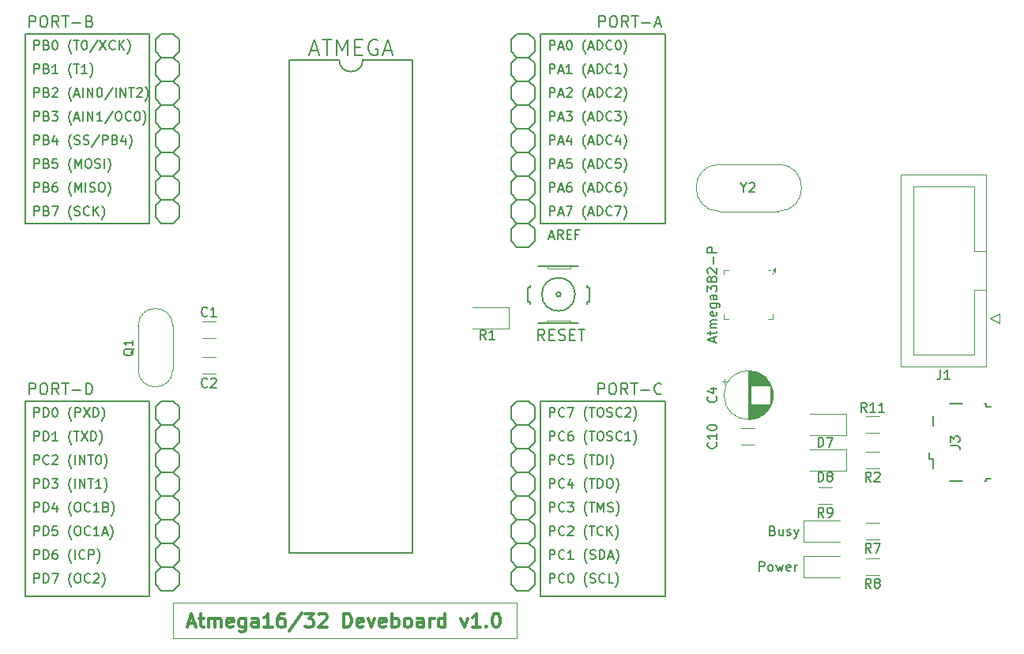
<source format=gbr>
G04 #@! TF.GenerationSoftware,KiCad,Pcbnew,8.0.1*
G04 #@! TF.CreationDate,2024-04-28T19:56:16+02:00*
G04 #@! TF.ProjectId,Atmega16-32 Development Board,41746d65-6761-4313-962d-333220446576,V1.0*
G04 #@! TF.SameCoordinates,PX1e47770PY791ddc0*
G04 #@! TF.FileFunction,Legend,Top*
G04 #@! TF.FilePolarity,Positive*
%FSLAX46Y46*%
G04 Gerber Fmt 4.6, Leading zero omitted, Abs format (unit mm)*
G04 Created by KiCad (PCBNEW 8.0.1) date 2024-04-28 19:56:16*
%MOMM*%
%LPD*%
G01*
G04 APERTURE LIST*
%ADD10C,0.150000*%
%ADD11C,0.300000*%
%ADD12C,0.100000*%
%ADD13C,0.127000*%
%ADD14C,0.177800*%
%ADD15C,0.120000*%
%ADD16C,0.152400*%
%ADD17C,0.050800*%
G04 APERTURE END LIST*
D10*
X59055000Y66040000D02*
X72390000Y66040000D01*
X72390000Y45720000D01*
X59055000Y45720000D01*
X59055000Y66040000D01*
X59055000Y26670000D02*
X72390000Y26670000D01*
X72390000Y5715000D01*
X59055000Y5715000D01*
X59055000Y26670000D01*
X3810000Y66040000D02*
X17145000Y66040000D01*
X17145000Y45720000D01*
X3810000Y45720000D01*
X3810000Y66040000D01*
X3810000Y26670000D02*
X17145000Y26670000D01*
X17145000Y5715000D01*
X3810000Y5715000D01*
X3810000Y26670000D01*
X59979160Y44280896D02*
X60455350Y44280896D01*
X59883922Y43995181D02*
X60217255Y44995181D01*
X60217255Y44995181D02*
X60550588Y43995181D01*
X61455350Y43995181D02*
X61122017Y44471372D01*
X60883922Y43995181D02*
X60883922Y44995181D01*
X60883922Y44995181D02*
X61264874Y44995181D01*
X61264874Y44995181D02*
X61360112Y44947562D01*
X61360112Y44947562D02*
X61407731Y44899943D01*
X61407731Y44899943D02*
X61455350Y44804705D01*
X61455350Y44804705D02*
X61455350Y44661848D01*
X61455350Y44661848D02*
X61407731Y44566610D01*
X61407731Y44566610D02*
X61360112Y44518991D01*
X61360112Y44518991D02*
X61264874Y44471372D01*
X61264874Y44471372D02*
X60883922Y44471372D01*
X61883922Y44518991D02*
X62217255Y44518991D01*
X62360112Y43995181D02*
X61883922Y43995181D01*
X61883922Y43995181D02*
X61883922Y44995181D01*
X61883922Y44995181D02*
X62360112Y44995181D01*
X63122017Y44518991D02*
X62788684Y44518991D01*
X62788684Y43995181D02*
X62788684Y44995181D01*
X62788684Y44995181D02*
X63264874Y44995181D01*
X4781779Y49075181D02*
X4781779Y50075181D01*
X4781779Y50075181D02*
X5162731Y50075181D01*
X5162731Y50075181D02*
X5257969Y50027562D01*
X5257969Y50027562D02*
X5305588Y49979943D01*
X5305588Y49979943D02*
X5353207Y49884705D01*
X5353207Y49884705D02*
X5353207Y49741848D01*
X5353207Y49741848D02*
X5305588Y49646610D01*
X5305588Y49646610D02*
X5257969Y49598991D01*
X5257969Y49598991D02*
X5162731Y49551372D01*
X5162731Y49551372D02*
X4781779Y49551372D01*
X6115112Y49598991D02*
X6257969Y49551372D01*
X6257969Y49551372D02*
X6305588Y49503753D01*
X6305588Y49503753D02*
X6353207Y49408515D01*
X6353207Y49408515D02*
X6353207Y49265658D01*
X6353207Y49265658D02*
X6305588Y49170420D01*
X6305588Y49170420D02*
X6257969Y49122800D01*
X6257969Y49122800D02*
X6162731Y49075181D01*
X6162731Y49075181D02*
X5781779Y49075181D01*
X5781779Y49075181D02*
X5781779Y50075181D01*
X5781779Y50075181D02*
X6115112Y50075181D01*
X6115112Y50075181D02*
X6210350Y50027562D01*
X6210350Y50027562D02*
X6257969Y49979943D01*
X6257969Y49979943D02*
X6305588Y49884705D01*
X6305588Y49884705D02*
X6305588Y49789467D01*
X6305588Y49789467D02*
X6257969Y49694229D01*
X6257969Y49694229D02*
X6210350Y49646610D01*
X6210350Y49646610D02*
X6115112Y49598991D01*
X6115112Y49598991D02*
X5781779Y49598991D01*
X7210350Y50075181D02*
X7019874Y50075181D01*
X7019874Y50075181D02*
X6924636Y50027562D01*
X6924636Y50027562D02*
X6877017Y49979943D01*
X6877017Y49979943D02*
X6781779Y49837086D01*
X6781779Y49837086D02*
X6734160Y49646610D01*
X6734160Y49646610D02*
X6734160Y49265658D01*
X6734160Y49265658D02*
X6781779Y49170420D01*
X6781779Y49170420D02*
X6829398Y49122800D01*
X6829398Y49122800D02*
X6924636Y49075181D01*
X6924636Y49075181D02*
X7115112Y49075181D01*
X7115112Y49075181D02*
X7210350Y49122800D01*
X7210350Y49122800D02*
X7257969Y49170420D01*
X7257969Y49170420D02*
X7305588Y49265658D01*
X7305588Y49265658D02*
X7305588Y49503753D01*
X7305588Y49503753D02*
X7257969Y49598991D01*
X7257969Y49598991D02*
X7210350Y49646610D01*
X7210350Y49646610D02*
X7115112Y49694229D01*
X7115112Y49694229D02*
X6924636Y49694229D01*
X6924636Y49694229D02*
X6829398Y49646610D01*
X6829398Y49646610D02*
X6781779Y49598991D01*
X6781779Y49598991D02*
X6734160Y49503753D01*
X8781779Y48694229D02*
X8734160Y48741848D01*
X8734160Y48741848D02*
X8638922Y48884705D01*
X8638922Y48884705D02*
X8591303Y48979943D01*
X8591303Y48979943D02*
X8543684Y49122800D01*
X8543684Y49122800D02*
X8496065Y49360896D01*
X8496065Y49360896D02*
X8496065Y49551372D01*
X8496065Y49551372D02*
X8543684Y49789467D01*
X8543684Y49789467D02*
X8591303Y49932324D01*
X8591303Y49932324D02*
X8638922Y50027562D01*
X8638922Y50027562D02*
X8734160Y50170420D01*
X8734160Y50170420D02*
X8781779Y50218039D01*
X9162732Y49075181D02*
X9162732Y50075181D01*
X9162732Y50075181D02*
X9496065Y49360896D01*
X9496065Y49360896D02*
X9829398Y50075181D01*
X9829398Y50075181D02*
X9829398Y49075181D01*
X10305589Y49075181D02*
X10305589Y50075181D01*
X10734160Y49122800D02*
X10877017Y49075181D01*
X10877017Y49075181D02*
X11115112Y49075181D01*
X11115112Y49075181D02*
X11210350Y49122800D01*
X11210350Y49122800D02*
X11257969Y49170420D01*
X11257969Y49170420D02*
X11305588Y49265658D01*
X11305588Y49265658D02*
X11305588Y49360896D01*
X11305588Y49360896D02*
X11257969Y49456134D01*
X11257969Y49456134D02*
X11210350Y49503753D01*
X11210350Y49503753D02*
X11115112Y49551372D01*
X11115112Y49551372D02*
X10924636Y49598991D01*
X10924636Y49598991D02*
X10829398Y49646610D01*
X10829398Y49646610D02*
X10781779Y49694229D01*
X10781779Y49694229D02*
X10734160Y49789467D01*
X10734160Y49789467D02*
X10734160Y49884705D01*
X10734160Y49884705D02*
X10781779Y49979943D01*
X10781779Y49979943D02*
X10829398Y50027562D01*
X10829398Y50027562D02*
X10924636Y50075181D01*
X10924636Y50075181D02*
X11162731Y50075181D01*
X11162731Y50075181D02*
X11305588Y50027562D01*
X11924636Y50075181D02*
X12115112Y50075181D01*
X12115112Y50075181D02*
X12210350Y50027562D01*
X12210350Y50027562D02*
X12305588Y49932324D01*
X12305588Y49932324D02*
X12353207Y49741848D01*
X12353207Y49741848D02*
X12353207Y49408515D01*
X12353207Y49408515D02*
X12305588Y49218039D01*
X12305588Y49218039D02*
X12210350Y49122800D01*
X12210350Y49122800D02*
X12115112Y49075181D01*
X12115112Y49075181D02*
X11924636Y49075181D01*
X11924636Y49075181D02*
X11829398Y49122800D01*
X11829398Y49122800D02*
X11734160Y49218039D01*
X11734160Y49218039D02*
X11686541Y49408515D01*
X11686541Y49408515D02*
X11686541Y49741848D01*
X11686541Y49741848D02*
X11734160Y49932324D01*
X11734160Y49932324D02*
X11829398Y50027562D01*
X11829398Y50027562D02*
X11924636Y50075181D01*
X12686541Y48694229D02*
X12734160Y48741848D01*
X12734160Y48741848D02*
X12829398Y48884705D01*
X12829398Y48884705D02*
X12877017Y48979943D01*
X12877017Y48979943D02*
X12924636Y49122800D01*
X12924636Y49122800D02*
X12972255Y49360896D01*
X12972255Y49360896D02*
X12972255Y49551372D01*
X12972255Y49551372D02*
X12924636Y49789467D01*
X12924636Y49789467D02*
X12877017Y49932324D01*
X12877017Y49932324D02*
X12829398Y50027562D01*
X12829398Y50027562D02*
X12734160Y50170420D01*
X12734160Y50170420D02*
X12686541Y50218039D01*
X60026779Y49075181D02*
X60026779Y50075181D01*
X60026779Y50075181D02*
X60407731Y50075181D01*
X60407731Y50075181D02*
X60502969Y50027562D01*
X60502969Y50027562D02*
X60550588Y49979943D01*
X60550588Y49979943D02*
X60598207Y49884705D01*
X60598207Y49884705D02*
X60598207Y49741848D01*
X60598207Y49741848D02*
X60550588Y49646610D01*
X60550588Y49646610D02*
X60502969Y49598991D01*
X60502969Y49598991D02*
X60407731Y49551372D01*
X60407731Y49551372D02*
X60026779Y49551372D01*
X60979160Y49360896D02*
X61455350Y49360896D01*
X60883922Y49075181D02*
X61217255Y50075181D01*
X61217255Y50075181D02*
X61550588Y49075181D01*
X62312493Y50075181D02*
X62122017Y50075181D01*
X62122017Y50075181D02*
X62026779Y50027562D01*
X62026779Y50027562D02*
X61979160Y49979943D01*
X61979160Y49979943D02*
X61883922Y49837086D01*
X61883922Y49837086D02*
X61836303Y49646610D01*
X61836303Y49646610D02*
X61836303Y49265658D01*
X61836303Y49265658D02*
X61883922Y49170420D01*
X61883922Y49170420D02*
X61931541Y49122800D01*
X61931541Y49122800D02*
X62026779Y49075181D01*
X62026779Y49075181D02*
X62217255Y49075181D01*
X62217255Y49075181D02*
X62312493Y49122800D01*
X62312493Y49122800D02*
X62360112Y49170420D01*
X62360112Y49170420D02*
X62407731Y49265658D01*
X62407731Y49265658D02*
X62407731Y49503753D01*
X62407731Y49503753D02*
X62360112Y49598991D01*
X62360112Y49598991D02*
X62312493Y49646610D01*
X62312493Y49646610D02*
X62217255Y49694229D01*
X62217255Y49694229D02*
X62026779Y49694229D01*
X62026779Y49694229D02*
X61931541Y49646610D01*
X61931541Y49646610D02*
X61883922Y49598991D01*
X61883922Y49598991D02*
X61836303Y49503753D01*
X63883922Y48694229D02*
X63836303Y48741848D01*
X63836303Y48741848D02*
X63741065Y48884705D01*
X63741065Y48884705D02*
X63693446Y48979943D01*
X63693446Y48979943D02*
X63645827Y49122800D01*
X63645827Y49122800D02*
X63598208Y49360896D01*
X63598208Y49360896D02*
X63598208Y49551372D01*
X63598208Y49551372D02*
X63645827Y49789467D01*
X63645827Y49789467D02*
X63693446Y49932324D01*
X63693446Y49932324D02*
X63741065Y50027562D01*
X63741065Y50027562D02*
X63836303Y50170420D01*
X63836303Y50170420D02*
X63883922Y50218039D01*
X64217256Y49360896D02*
X64693446Y49360896D01*
X64122018Y49075181D02*
X64455351Y50075181D01*
X64455351Y50075181D02*
X64788684Y49075181D01*
X65122018Y49075181D02*
X65122018Y50075181D01*
X65122018Y50075181D02*
X65360113Y50075181D01*
X65360113Y50075181D02*
X65502970Y50027562D01*
X65502970Y50027562D02*
X65598208Y49932324D01*
X65598208Y49932324D02*
X65645827Y49837086D01*
X65645827Y49837086D02*
X65693446Y49646610D01*
X65693446Y49646610D02*
X65693446Y49503753D01*
X65693446Y49503753D02*
X65645827Y49313277D01*
X65645827Y49313277D02*
X65598208Y49218039D01*
X65598208Y49218039D02*
X65502970Y49122800D01*
X65502970Y49122800D02*
X65360113Y49075181D01*
X65360113Y49075181D02*
X65122018Y49075181D01*
X66693446Y49170420D02*
X66645827Y49122800D01*
X66645827Y49122800D02*
X66502970Y49075181D01*
X66502970Y49075181D02*
X66407732Y49075181D01*
X66407732Y49075181D02*
X66264875Y49122800D01*
X66264875Y49122800D02*
X66169637Y49218039D01*
X66169637Y49218039D02*
X66122018Y49313277D01*
X66122018Y49313277D02*
X66074399Y49503753D01*
X66074399Y49503753D02*
X66074399Y49646610D01*
X66074399Y49646610D02*
X66122018Y49837086D01*
X66122018Y49837086D02*
X66169637Y49932324D01*
X66169637Y49932324D02*
X66264875Y50027562D01*
X66264875Y50027562D02*
X66407732Y50075181D01*
X66407732Y50075181D02*
X66502970Y50075181D01*
X66502970Y50075181D02*
X66645827Y50027562D01*
X66645827Y50027562D02*
X66693446Y49979943D01*
X67550589Y50075181D02*
X67360113Y50075181D01*
X67360113Y50075181D02*
X67264875Y50027562D01*
X67264875Y50027562D02*
X67217256Y49979943D01*
X67217256Y49979943D02*
X67122018Y49837086D01*
X67122018Y49837086D02*
X67074399Y49646610D01*
X67074399Y49646610D02*
X67074399Y49265658D01*
X67074399Y49265658D02*
X67122018Y49170420D01*
X67122018Y49170420D02*
X67169637Y49122800D01*
X67169637Y49122800D02*
X67264875Y49075181D01*
X67264875Y49075181D02*
X67455351Y49075181D01*
X67455351Y49075181D02*
X67550589Y49122800D01*
X67550589Y49122800D02*
X67598208Y49170420D01*
X67598208Y49170420D02*
X67645827Y49265658D01*
X67645827Y49265658D02*
X67645827Y49503753D01*
X67645827Y49503753D02*
X67598208Y49598991D01*
X67598208Y49598991D02*
X67550589Y49646610D01*
X67550589Y49646610D02*
X67455351Y49694229D01*
X67455351Y49694229D02*
X67264875Y49694229D01*
X67264875Y49694229D02*
X67169637Y49646610D01*
X67169637Y49646610D02*
X67122018Y49598991D01*
X67122018Y49598991D02*
X67074399Y49503753D01*
X67979161Y48694229D02*
X68026780Y48741848D01*
X68026780Y48741848D02*
X68122018Y48884705D01*
X68122018Y48884705D02*
X68169637Y48979943D01*
X68169637Y48979943D02*
X68217256Y49122800D01*
X68217256Y49122800D02*
X68264875Y49360896D01*
X68264875Y49360896D02*
X68264875Y49551372D01*
X68264875Y49551372D02*
X68217256Y49789467D01*
X68217256Y49789467D02*
X68169637Y49932324D01*
X68169637Y49932324D02*
X68122018Y50027562D01*
X68122018Y50027562D02*
X68026780Y50170420D01*
X68026780Y50170420D02*
X67979161Y50218039D01*
X4781779Y19865181D02*
X4781779Y20865181D01*
X4781779Y20865181D02*
X5162731Y20865181D01*
X5162731Y20865181D02*
X5257969Y20817562D01*
X5257969Y20817562D02*
X5305588Y20769943D01*
X5305588Y20769943D02*
X5353207Y20674705D01*
X5353207Y20674705D02*
X5353207Y20531848D01*
X5353207Y20531848D02*
X5305588Y20436610D01*
X5305588Y20436610D02*
X5257969Y20388991D01*
X5257969Y20388991D02*
X5162731Y20341372D01*
X5162731Y20341372D02*
X4781779Y20341372D01*
X6353207Y19960420D02*
X6305588Y19912800D01*
X6305588Y19912800D02*
X6162731Y19865181D01*
X6162731Y19865181D02*
X6067493Y19865181D01*
X6067493Y19865181D02*
X5924636Y19912800D01*
X5924636Y19912800D02*
X5829398Y20008039D01*
X5829398Y20008039D02*
X5781779Y20103277D01*
X5781779Y20103277D02*
X5734160Y20293753D01*
X5734160Y20293753D02*
X5734160Y20436610D01*
X5734160Y20436610D02*
X5781779Y20627086D01*
X5781779Y20627086D02*
X5829398Y20722324D01*
X5829398Y20722324D02*
X5924636Y20817562D01*
X5924636Y20817562D02*
X6067493Y20865181D01*
X6067493Y20865181D02*
X6162731Y20865181D01*
X6162731Y20865181D02*
X6305588Y20817562D01*
X6305588Y20817562D02*
X6353207Y20769943D01*
X6734160Y20769943D02*
X6781779Y20817562D01*
X6781779Y20817562D02*
X6877017Y20865181D01*
X6877017Y20865181D02*
X7115112Y20865181D01*
X7115112Y20865181D02*
X7210350Y20817562D01*
X7210350Y20817562D02*
X7257969Y20769943D01*
X7257969Y20769943D02*
X7305588Y20674705D01*
X7305588Y20674705D02*
X7305588Y20579467D01*
X7305588Y20579467D02*
X7257969Y20436610D01*
X7257969Y20436610D02*
X6686541Y19865181D01*
X6686541Y19865181D02*
X7305588Y19865181D01*
X8781779Y19484229D02*
X8734160Y19531848D01*
X8734160Y19531848D02*
X8638922Y19674705D01*
X8638922Y19674705D02*
X8591303Y19769943D01*
X8591303Y19769943D02*
X8543684Y19912800D01*
X8543684Y19912800D02*
X8496065Y20150896D01*
X8496065Y20150896D02*
X8496065Y20341372D01*
X8496065Y20341372D02*
X8543684Y20579467D01*
X8543684Y20579467D02*
X8591303Y20722324D01*
X8591303Y20722324D02*
X8638922Y20817562D01*
X8638922Y20817562D02*
X8734160Y20960420D01*
X8734160Y20960420D02*
X8781779Y21008039D01*
X9162732Y19865181D02*
X9162732Y20865181D01*
X9638922Y19865181D02*
X9638922Y20865181D01*
X9638922Y20865181D02*
X10210350Y19865181D01*
X10210350Y19865181D02*
X10210350Y20865181D01*
X10543684Y20865181D02*
X11115112Y20865181D01*
X10829398Y19865181D02*
X10829398Y20865181D01*
X11638922Y20865181D02*
X11734160Y20865181D01*
X11734160Y20865181D02*
X11829398Y20817562D01*
X11829398Y20817562D02*
X11877017Y20769943D01*
X11877017Y20769943D02*
X11924636Y20674705D01*
X11924636Y20674705D02*
X11972255Y20484229D01*
X11972255Y20484229D02*
X11972255Y20246134D01*
X11972255Y20246134D02*
X11924636Y20055658D01*
X11924636Y20055658D02*
X11877017Y19960420D01*
X11877017Y19960420D02*
X11829398Y19912800D01*
X11829398Y19912800D02*
X11734160Y19865181D01*
X11734160Y19865181D02*
X11638922Y19865181D01*
X11638922Y19865181D02*
X11543684Y19912800D01*
X11543684Y19912800D02*
X11496065Y19960420D01*
X11496065Y19960420D02*
X11448446Y20055658D01*
X11448446Y20055658D02*
X11400827Y20246134D01*
X11400827Y20246134D02*
X11400827Y20484229D01*
X11400827Y20484229D02*
X11448446Y20674705D01*
X11448446Y20674705D02*
X11496065Y20769943D01*
X11496065Y20769943D02*
X11543684Y20817562D01*
X11543684Y20817562D02*
X11638922Y20865181D01*
X12305589Y19484229D02*
X12353208Y19531848D01*
X12353208Y19531848D02*
X12448446Y19674705D01*
X12448446Y19674705D02*
X12496065Y19769943D01*
X12496065Y19769943D02*
X12543684Y19912800D01*
X12543684Y19912800D02*
X12591303Y20150896D01*
X12591303Y20150896D02*
X12591303Y20341372D01*
X12591303Y20341372D02*
X12543684Y20579467D01*
X12543684Y20579467D02*
X12496065Y20722324D01*
X12496065Y20722324D02*
X12448446Y20817562D01*
X12448446Y20817562D02*
X12353208Y20960420D01*
X12353208Y20960420D02*
X12305589Y21008039D01*
X4781779Y46535181D02*
X4781779Y47535181D01*
X4781779Y47535181D02*
X5162731Y47535181D01*
X5162731Y47535181D02*
X5257969Y47487562D01*
X5257969Y47487562D02*
X5305588Y47439943D01*
X5305588Y47439943D02*
X5353207Y47344705D01*
X5353207Y47344705D02*
X5353207Y47201848D01*
X5353207Y47201848D02*
X5305588Y47106610D01*
X5305588Y47106610D02*
X5257969Y47058991D01*
X5257969Y47058991D02*
X5162731Y47011372D01*
X5162731Y47011372D02*
X4781779Y47011372D01*
X6115112Y47058991D02*
X6257969Y47011372D01*
X6257969Y47011372D02*
X6305588Y46963753D01*
X6305588Y46963753D02*
X6353207Y46868515D01*
X6353207Y46868515D02*
X6353207Y46725658D01*
X6353207Y46725658D02*
X6305588Y46630420D01*
X6305588Y46630420D02*
X6257969Y46582800D01*
X6257969Y46582800D02*
X6162731Y46535181D01*
X6162731Y46535181D02*
X5781779Y46535181D01*
X5781779Y46535181D02*
X5781779Y47535181D01*
X5781779Y47535181D02*
X6115112Y47535181D01*
X6115112Y47535181D02*
X6210350Y47487562D01*
X6210350Y47487562D02*
X6257969Y47439943D01*
X6257969Y47439943D02*
X6305588Y47344705D01*
X6305588Y47344705D02*
X6305588Y47249467D01*
X6305588Y47249467D02*
X6257969Y47154229D01*
X6257969Y47154229D02*
X6210350Y47106610D01*
X6210350Y47106610D02*
X6115112Y47058991D01*
X6115112Y47058991D02*
X5781779Y47058991D01*
X6686541Y47535181D02*
X7353207Y47535181D01*
X7353207Y47535181D02*
X6924636Y46535181D01*
X8781779Y46154229D02*
X8734160Y46201848D01*
X8734160Y46201848D02*
X8638922Y46344705D01*
X8638922Y46344705D02*
X8591303Y46439943D01*
X8591303Y46439943D02*
X8543684Y46582800D01*
X8543684Y46582800D02*
X8496065Y46820896D01*
X8496065Y46820896D02*
X8496065Y47011372D01*
X8496065Y47011372D02*
X8543684Y47249467D01*
X8543684Y47249467D02*
X8591303Y47392324D01*
X8591303Y47392324D02*
X8638922Y47487562D01*
X8638922Y47487562D02*
X8734160Y47630420D01*
X8734160Y47630420D02*
X8781779Y47678039D01*
X9115113Y46582800D02*
X9257970Y46535181D01*
X9257970Y46535181D02*
X9496065Y46535181D01*
X9496065Y46535181D02*
X9591303Y46582800D01*
X9591303Y46582800D02*
X9638922Y46630420D01*
X9638922Y46630420D02*
X9686541Y46725658D01*
X9686541Y46725658D02*
X9686541Y46820896D01*
X9686541Y46820896D02*
X9638922Y46916134D01*
X9638922Y46916134D02*
X9591303Y46963753D01*
X9591303Y46963753D02*
X9496065Y47011372D01*
X9496065Y47011372D02*
X9305589Y47058991D01*
X9305589Y47058991D02*
X9210351Y47106610D01*
X9210351Y47106610D02*
X9162732Y47154229D01*
X9162732Y47154229D02*
X9115113Y47249467D01*
X9115113Y47249467D02*
X9115113Y47344705D01*
X9115113Y47344705D02*
X9162732Y47439943D01*
X9162732Y47439943D02*
X9210351Y47487562D01*
X9210351Y47487562D02*
X9305589Y47535181D01*
X9305589Y47535181D02*
X9543684Y47535181D01*
X9543684Y47535181D02*
X9686541Y47487562D01*
X10686541Y46630420D02*
X10638922Y46582800D01*
X10638922Y46582800D02*
X10496065Y46535181D01*
X10496065Y46535181D02*
X10400827Y46535181D01*
X10400827Y46535181D02*
X10257970Y46582800D01*
X10257970Y46582800D02*
X10162732Y46678039D01*
X10162732Y46678039D02*
X10115113Y46773277D01*
X10115113Y46773277D02*
X10067494Y46963753D01*
X10067494Y46963753D02*
X10067494Y47106610D01*
X10067494Y47106610D02*
X10115113Y47297086D01*
X10115113Y47297086D02*
X10162732Y47392324D01*
X10162732Y47392324D02*
X10257970Y47487562D01*
X10257970Y47487562D02*
X10400827Y47535181D01*
X10400827Y47535181D02*
X10496065Y47535181D01*
X10496065Y47535181D02*
X10638922Y47487562D01*
X10638922Y47487562D02*
X10686541Y47439943D01*
X11115113Y46535181D02*
X11115113Y47535181D01*
X11686541Y46535181D02*
X11257970Y47106610D01*
X11686541Y47535181D02*
X11115113Y46963753D01*
X12019875Y46154229D02*
X12067494Y46201848D01*
X12067494Y46201848D02*
X12162732Y46344705D01*
X12162732Y46344705D02*
X12210351Y46439943D01*
X12210351Y46439943D02*
X12257970Y46582800D01*
X12257970Y46582800D02*
X12305589Y46820896D01*
X12305589Y46820896D02*
X12305589Y47011372D01*
X12305589Y47011372D02*
X12257970Y47249467D01*
X12257970Y47249467D02*
X12210351Y47392324D01*
X12210351Y47392324D02*
X12162732Y47487562D01*
X12162732Y47487562D02*
X12067494Y47630420D01*
X12067494Y47630420D02*
X12019875Y47678039D01*
X60026779Y17325181D02*
X60026779Y18325181D01*
X60026779Y18325181D02*
X60407731Y18325181D01*
X60407731Y18325181D02*
X60502969Y18277562D01*
X60502969Y18277562D02*
X60550588Y18229943D01*
X60550588Y18229943D02*
X60598207Y18134705D01*
X60598207Y18134705D02*
X60598207Y17991848D01*
X60598207Y17991848D02*
X60550588Y17896610D01*
X60550588Y17896610D02*
X60502969Y17848991D01*
X60502969Y17848991D02*
X60407731Y17801372D01*
X60407731Y17801372D02*
X60026779Y17801372D01*
X61598207Y17420420D02*
X61550588Y17372800D01*
X61550588Y17372800D02*
X61407731Y17325181D01*
X61407731Y17325181D02*
X61312493Y17325181D01*
X61312493Y17325181D02*
X61169636Y17372800D01*
X61169636Y17372800D02*
X61074398Y17468039D01*
X61074398Y17468039D02*
X61026779Y17563277D01*
X61026779Y17563277D02*
X60979160Y17753753D01*
X60979160Y17753753D02*
X60979160Y17896610D01*
X60979160Y17896610D02*
X61026779Y18087086D01*
X61026779Y18087086D02*
X61074398Y18182324D01*
X61074398Y18182324D02*
X61169636Y18277562D01*
X61169636Y18277562D02*
X61312493Y18325181D01*
X61312493Y18325181D02*
X61407731Y18325181D01*
X61407731Y18325181D02*
X61550588Y18277562D01*
X61550588Y18277562D02*
X61598207Y18229943D01*
X62455350Y17991848D02*
X62455350Y17325181D01*
X62217255Y18372800D02*
X61979160Y17658515D01*
X61979160Y17658515D02*
X62598207Y17658515D01*
X64026779Y16944229D02*
X63979160Y16991848D01*
X63979160Y16991848D02*
X63883922Y17134705D01*
X63883922Y17134705D02*
X63836303Y17229943D01*
X63836303Y17229943D02*
X63788684Y17372800D01*
X63788684Y17372800D02*
X63741065Y17610896D01*
X63741065Y17610896D02*
X63741065Y17801372D01*
X63741065Y17801372D02*
X63788684Y18039467D01*
X63788684Y18039467D02*
X63836303Y18182324D01*
X63836303Y18182324D02*
X63883922Y18277562D01*
X63883922Y18277562D02*
X63979160Y18420420D01*
X63979160Y18420420D02*
X64026779Y18468039D01*
X64264875Y18325181D02*
X64836303Y18325181D01*
X64550589Y17325181D02*
X64550589Y18325181D01*
X65169637Y17325181D02*
X65169637Y18325181D01*
X65169637Y18325181D02*
X65407732Y18325181D01*
X65407732Y18325181D02*
X65550589Y18277562D01*
X65550589Y18277562D02*
X65645827Y18182324D01*
X65645827Y18182324D02*
X65693446Y18087086D01*
X65693446Y18087086D02*
X65741065Y17896610D01*
X65741065Y17896610D02*
X65741065Y17753753D01*
X65741065Y17753753D02*
X65693446Y17563277D01*
X65693446Y17563277D02*
X65645827Y17468039D01*
X65645827Y17468039D02*
X65550589Y17372800D01*
X65550589Y17372800D02*
X65407732Y17325181D01*
X65407732Y17325181D02*
X65169637Y17325181D01*
X66360113Y18325181D02*
X66550589Y18325181D01*
X66550589Y18325181D02*
X66645827Y18277562D01*
X66645827Y18277562D02*
X66741065Y18182324D01*
X66741065Y18182324D02*
X66788684Y17991848D01*
X66788684Y17991848D02*
X66788684Y17658515D01*
X66788684Y17658515D02*
X66741065Y17468039D01*
X66741065Y17468039D02*
X66645827Y17372800D01*
X66645827Y17372800D02*
X66550589Y17325181D01*
X66550589Y17325181D02*
X66360113Y17325181D01*
X66360113Y17325181D02*
X66264875Y17372800D01*
X66264875Y17372800D02*
X66169637Y17468039D01*
X66169637Y17468039D02*
X66122018Y17658515D01*
X66122018Y17658515D02*
X66122018Y17991848D01*
X66122018Y17991848D02*
X66169637Y18182324D01*
X66169637Y18182324D02*
X66264875Y18277562D01*
X66264875Y18277562D02*
X66360113Y18325181D01*
X67122018Y16944229D02*
X67169637Y16991848D01*
X67169637Y16991848D02*
X67264875Y17134705D01*
X67264875Y17134705D02*
X67312494Y17229943D01*
X67312494Y17229943D02*
X67360113Y17372800D01*
X67360113Y17372800D02*
X67407732Y17610896D01*
X67407732Y17610896D02*
X67407732Y17801372D01*
X67407732Y17801372D02*
X67360113Y18039467D01*
X67360113Y18039467D02*
X67312494Y18182324D01*
X67312494Y18182324D02*
X67264875Y18277562D01*
X67264875Y18277562D02*
X67169637Y18420420D01*
X67169637Y18420420D02*
X67122018Y18468039D01*
X4781779Y24945181D02*
X4781779Y25945181D01*
X4781779Y25945181D02*
X5162731Y25945181D01*
X5162731Y25945181D02*
X5257969Y25897562D01*
X5257969Y25897562D02*
X5305588Y25849943D01*
X5305588Y25849943D02*
X5353207Y25754705D01*
X5353207Y25754705D02*
X5353207Y25611848D01*
X5353207Y25611848D02*
X5305588Y25516610D01*
X5305588Y25516610D02*
X5257969Y25468991D01*
X5257969Y25468991D02*
X5162731Y25421372D01*
X5162731Y25421372D02*
X4781779Y25421372D01*
X5781779Y24945181D02*
X5781779Y25945181D01*
X5781779Y25945181D02*
X6019874Y25945181D01*
X6019874Y25945181D02*
X6162731Y25897562D01*
X6162731Y25897562D02*
X6257969Y25802324D01*
X6257969Y25802324D02*
X6305588Y25707086D01*
X6305588Y25707086D02*
X6353207Y25516610D01*
X6353207Y25516610D02*
X6353207Y25373753D01*
X6353207Y25373753D02*
X6305588Y25183277D01*
X6305588Y25183277D02*
X6257969Y25088039D01*
X6257969Y25088039D02*
X6162731Y24992800D01*
X6162731Y24992800D02*
X6019874Y24945181D01*
X6019874Y24945181D02*
X5781779Y24945181D01*
X6972255Y25945181D02*
X7067493Y25945181D01*
X7067493Y25945181D02*
X7162731Y25897562D01*
X7162731Y25897562D02*
X7210350Y25849943D01*
X7210350Y25849943D02*
X7257969Y25754705D01*
X7257969Y25754705D02*
X7305588Y25564229D01*
X7305588Y25564229D02*
X7305588Y25326134D01*
X7305588Y25326134D02*
X7257969Y25135658D01*
X7257969Y25135658D02*
X7210350Y25040420D01*
X7210350Y25040420D02*
X7162731Y24992800D01*
X7162731Y24992800D02*
X7067493Y24945181D01*
X7067493Y24945181D02*
X6972255Y24945181D01*
X6972255Y24945181D02*
X6877017Y24992800D01*
X6877017Y24992800D02*
X6829398Y25040420D01*
X6829398Y25040420D02*
X6781779Y25135658D01*
X6781779Y25135658D02*
X6734160Y25326134D01*
X6734160Y25326134D02*
X6734160Y25564229D01*
X6734160Y25564229D02*
X6781779Y25754705D01*
X6781779Y25754705D02*
X6829398Y25849943D01*
X6829398Y25849943D02*
X6877017Y25897562D01*
X6877017Y25897562D02*
X6972255Y25945181D01*
X8781779Y24564229D02*
X8734160Y24611848D01*
X8734160Y24611848D02*
X8638922Y24754705D01*
X8638922Y24754705D02*
X8591303Y24849943D01*
X8591303Y24849943D02*
X8543684Y24992800D01*
X8543684Y24992800D02*
X8496065Y25230896D01*
X8496065Y25230896D02*
X8496065Y25421372D01*
X8496065Y25421372D02*
X8543684Y25659467D01*
X8543684Y25659467D02*
X8591303Y25802324D01*
X8591303Y25802324D02*
X8638922Y25897562D01*
X8638922Y25897562D02*
X8734160Y26040420D01*
X8734160Y26040420D02*
X8781779Y26088039D01*
X9162732Y24945181D02*
X9162732Y25945181D01*
X9162732Y25945181D02*
X9543684Y25945181D01*
X9543684Y25945181D02*
X9638922Y25897562D01*
X9638922Y25897562D02*
X9686541Y25849943D01*
X9686541Y25849943D02*
X9734160Y25754705D01*
X9734160Y25754705D02*
X9734160Y25611848D01*
X9734160Y25611848D02*
X9686541Y25516610D01*
X9686541Y25516610D02*
X9638922Y25468991D01*
X9638922Y25468991D02*
X9543684Y25421372D01*
X9543684Y25421372D02*
X9162732Y25421372D01*
X10067494Y25945181D02*
X10734160Y24945181D01*
X10734160Y25945181D02*
X10067494Y24945181D01*
X11115113Y24945181D02*
X11115113Y25945181D01*
X11115113Y25945181D02*
X11353208Y25945181D01*
X11353208Y25945181D02*
X11496065Y25897562D01*
X11496065Y25897562D02*
X11591303Y25802324D01*
X11591303Y25802324D02*
X11638922Y25707086D01*
X11638922Y25707086D02*
X11686541Y25516610D01*
X11686541Y25516610D02*
X11686541Y25373753D01*
X11686541Y25373753D02*
X11638922Y25183277D01*
X11638922Y25183277D02*
X11591303Y25088039D01*
X11591303Y25088039D02*
X11496065Y24992800D01*
X11496065Y24992800D02*
X11353208Y24945181D01*
X11353208Y24945181D02*
X11115113Y24945181D01*
X12019875Y24564229D02*
X12067494Y24611848D01*
X12067494Y24611848D02*
X12162732Y24754705D01*
X12162732Y24754705D02*
X12210351Y24849943D01*
X12210351Y24849943D02*
X12257970Y24992800D01*
X12257970Y24992800D02*
X12305589Y25230896D01*
X12305589Y25230896D02*
X12305589Y25421372D01*
X12305589Y25421372D02*
X12257970Y25659467D01*
X12257970Y25659467D02*
X12210351Y25802324D01*
X12210351Y25802324D02*
X12162732Y25897562D01*
X12162732Y25897562D02*
X12067494Y26040420D01*
X12067494Y26040420D02*
X12019875Y26088039D01*
X4781779Y9705181D02*
X4781779Y10705181D01*
X4781779Y10705181D02*
X5162731Y10705181D01*
X5162731Y10705181D02*
X5257969Y10657562D01*
X5257969Y10657562D02*
X5305588Y10609943D01*
X5305588Y10609943D02*
X5353207Y10514705D01*
X5353207Y10514705D02*
X5353207Y10371848D01*
X5353207Y10371848D02*
X5305588Y10276610D01*
X5305588Y10276610D02*
X5257969Y10228991D01*
X5257969Y10228991D02*
X5162731Y10181372D01*
X5162731Y10181372D02*
X4781779Y10181372D01*
X5781779Y9705181D02*
X5781779Y10705181D01*
X5781779Y10705181D02*
X6019874Y10705181D01*
X6019874Y10705181D02*
X6162731Y10657562D01*
X6162731Y10657562D02*
X6257969Y10562324D01*
X6257969Y10562324D02*
X6305588Y10467086D01*
X6305588Y10467086D02*
X6353207Y10276610D01*
X6353207Y10276610D02*
X6353207Y10133753D01*
X6353207Y10133753D02*
X6305588Y9943277D01*
X6305588Y9943277D02*
X6257969Y9848039D01*
X6257969Y9848039D02*
X6162731Y9752800D01*
X6162731Y9752800D02*
X6019874Y9705181D01*
X6019874Y9705181D02*
X5781779Y9705181D01*
X7210350Y10705181D02*
X7019874Y10705181D01*
X7019874Y10705181D02*
X6924636Y10657562D01*
X6924636Y10657562D02*
X6877017Y10609943D01*
X6877017Y10609943D02*
X6781779Y10467086D01*
X6781779Y10467086D02*
X6734160Y10276610D01*
X6734160Y10276610D02*
X6734160Y9895658D01*
X6734160Y9895658D02*
X6781779Y9800420D01*
X6781779Y9800420D02*
X6829398Y9752800D01*
X6829398Y9752800D02*
X6924636Y9705181D01*
X6924636Y9705181D02*
X7115112Y9705181D01*
X7115112Y9705181D02*
X7210350Y9752800D01*
X7210350Y9752800D02*
X7257969Y9800420D01*
X7257969Y9800420D02*
X7305588Y9895658D01*
X7305588Y9895658D02*
X7305588Y10133753D01*
X7305588Y10133753D02*
X7257969Y10228991D01*
X7257969Y10228991D02*
X7210350Y10276610D01*
X7210350Y10276610D02*
X7115112Y10324229D01*
X7115112Y10324229D02*
X6924636Y10324229D01*
X6924636Y10324229D02*
X6829398Y10276610D01*
X6829398Y10276610D02*
X6781779Y10228991D01*
X6781779Y10228991D02*
X6734160Y10133753D01*
X8781779Y9324229D02*
X8734160Y9371848D01*
X8734160Y9371848D02*
X8638922Y9514705D01*
X8638922Y9514705D02*
X8591303Y9609943D01*
X8591303Y9609943D02*
X8543684Y9752800D01*
X8543684Y9752800D02*
X8496065Y9990896D01*
X8496065Y9990896D02*
X8496065Y10181372D01*
X8496065Y10181372D02*
X8543684Y10419467D01*
X8543684Y10419467D02*
X8591303Y10562324D01*
X8591303Y10562324D02*
X8638922Y10657562D01*
X8638922Y10657562D02*
X8734160Y10800420D01*
X8734160Y10800420D02*
X8781779Y10848039D01*
X9162732Y9705181D02*
X9162732Y10705181D01*
X10210350Y9800420D02*
X10162731Y9752800D01*
X10162731Y9752800D02*
X10019874Y9705181D01*
X10019874Y9705181D02*
X9924636Y9705181D01*
X9924636Y9705181D02*
X9781779Y9752800D01*
X9781779Y9752800D02*
X9686541Y9848039D01*
X9686541Y9848039D02*
X9638922Y9943277D01*
X9638922Y9943277D02*
X9591303Y10133753D01*
X9591303Y10133753D02*
X9591303Y10276610D01*
X9591303Y10276610D02*
X9638922Y10467086D01*
X9638922Y10467086D02*
X9686541Y10562324D01*
X9686541Y10562324D02*
X9781779Y10657562D01*
X9781779Y10657562D02*
X9924636Y10705181D01*
X9924636Y10705181D02*
X10019874Y10705181D01*
X10019874Y10705181D02*
X10162731Y10657562D01*
X10162731Y10657562D02*
X10210350Y10609943D01*
X10638922Y9705181D02*
X10638922Y10705181D01*
X10638922Y10705181D02*
X11019874Y10705181D01*
X11019874Y10705181D02*
X11115112Y10657562D01*
X11115112Y10657562D02*
X11162731Y10609943D01*
X11162731Y10609943D02*
X11210350Y10514705D01*
X11210350Y10514705D02*
X11210350Y10371848D01*
X11210350Y10371848D02*
X11162731Y10276610D01*
X11162731Y10276610D02*
X11115112Y10228991D01*
X11115112Y10228991D02*
X11019874Y10181372D01*
X11019874Y10181372D02*
X10638922Y10181372D01*
X11543684Y9324229D02*
X11591303Y9371848D01*
X11591303Y9371848D02*
X11686541Y9514705D01*
X11686541Y9514705D02*
X11734160Y9609943D01*
X11734160Y9609943D02*
X11781779Y9752800D01*
X11781779Y9752800D02*
X11829398Y9990896D01*
X11829398Y9990896D02*
X11829398Y10181372D01*
X11829398Y10181372D02*
X11781779Y10419467D01*
X11781779Y10419467D02*
X11734160Y10562324D01*
X11734160Y10562324D02*
X11686541Y10657562D01*
X11686541Y10657562D02*
X11591303Y10800420D01*
X11591303Y10800420D02*
X11543684Y10848039D01*
X4781779Y64315181D02*
X4781779Y65315181D01*
X4781779Y65315181D02*
X5162731Y65315181D01*
X5162731Y65315181D02*
X5257969Y65267562D01*
X5257969Y65267562D02*
X5305588Y65219943D01*
X5305588Y65219943D02*
X5353207Y65124705D01*
X5353207Y65124705D02*
X5353207Y64981848D01*
X5353207Y64981848D02*
X5305588Y64886610D01*
X5305588Y64886610D02*
X5257969Y64838991D01*
X5257969Y64838991D02*
X5162731Y64791372D01*
X5162731Y64791372D02*
X4781779Y64791372D01*
X6115112Y64838991D02*
X6257969Y64791372D01*
X6257969Y64791372D02*
X6305588Y64743753D01*
X6305588Y64743753D02*
X6353207Y64648515D01*
X6353207Y64648515D02*
X6353207Y64505658D01*
X6353207Y64505658D02*
X6305588Y64410420D01*
X6305588Y64410420D02*
X6257969Y64362800D01*
X6257969Y64362800D02*
X6162731Y64315181D01*
X6162731Y64315181D02*
X5781779Y64315181D01*
X5781779Y64315181D02*
X5781779Y65315181D01*
X5781779Y65315181D02*
X6115112Y65315181D01*
X6115112Y65315181D02*
X6210350Y65267562D01*
X6210350Y65267562D02*
X6257969Y65219943D01*
X6257969Y65219943D02*
X6305588Y65124705D01*
X6305588Y65124705D02*
X6305588Y65029467D01*
X6305588Y65029467D02*
X6257969Y64934229D01*
X6257969Y64934229D02*
X6210350Y64886610D01*
X6210350Y64886610D02*
X6115112Y64838991D01*
X6115112Y64838991D02*
X5781779Y64838991D01*
X6972255Y65315181D02*
X7067493Y65315181D01*
X7067493Y65315181D02*
X7162731Y65267562D01*
X7162731Y65267562D02*
X7210350Y65219943D01*
X7210350Y65219943D02*
X7257969Y65124705D01*
X7257969Y65124705D02*
X7305588Y64934229D01*
X7305588Y64934229D02*
X7305588Y64696134D01*
X7305588Y64696134D02*
X7257969Y64505658D01*
X7257969Y64505658D02*
X7210350Y64410420D01*
X7210350Y64410420D02*
X7162731Y64362800D01*
X7162731Y64362800D02*
X7067493Y64315181D01*
X7067493Y64315181D02*
X6972255Y64315181D01*
X6972255Y64315181D02*
X6877017Y64362800D01*
X6877017Y64362800D02*
X6829398Y64410420D01*
X6829398Y64410420D02*
X6781779Y64505658D01*
X6781779Y64505658D02*
X6734160Y64696134D01*
X6734160Y64696134D02*
X6734160Y64934229D01*
X6734160Y64934229D02*
X6781779Y65124705D01*
X6781779Y65124705D02*
X6829398Y65219943D01*
X6829398Y65219943D02*
X6877017Y65267562D01*
X6877017Y65267562D02*
X6972255Y65315181D01*
X8781779Y63934229D02*
X8734160Y63981848D01*
X8734160Y63981848D02*
X8638922Y64124705D01*
X8638922Y64124705D02*
X8591303Y64219943D01*
X8591303Y64219943D02*
X8543684Y64362800D01*
X8543684Y64362800D02*
X8496065Y64600896D01*
X8496065Y64600896D02*
X8496065Y64791372D01*
X8496065Y64791372D02*
X8543684Y65029467D01*
X8543684Y65029467D02*
X8591303Y65172324D01*
X8591303Y65172324D02*
X8638922Y65267562D01*
X8638922Y65267562D02*
X8734160Y65410420D01*
X8734160Y65410420D02*
X8781779Y65458039D01*
X9019875Y65315181D02*
X9591303Y65315181D01*
X9305589Y64315181D02*
X9305589Y65315181D01*
X10115113Y65315181D02*
X10210351Y65315181D01*
X10210351Y65315181D02*
X10305589Y65267562D01*
X10305589Y65267562D02*
X10353208Y65219943D01*
X10353208Y65219943D02*
X10400827Y65124705D01*
X10400827Y65124705D02*
X10448446Y64934229D01*
X10448446Y64934229D02*
X10448446Y64696134D01*
X10448446Y64696134D02*
X10400827Y64505658D01*
X10400827Y64505658D02*
X10353208Y64410420D01*
X10353208Y64410420D02*
X10305589Y64362800D01*
X10305589Y64362800D02*
X10210351Y64315181D01*
X10210351Y64315181D02*
X10115113Y64315181D01*
X10115113Y64315181D02*
X10019875Y64362800D01*
X10019875Y64362800D02*
X9972256Y64410420D01*
X9972256Y64410420D02*
X9924637Y64505658D01*
X9924637Y64505658D02*
X9877018Y64696134D01*
X9877018Y64696134D02*
X9877018Y64934229D01*
X9877018Y64934229D02*
X9924637Y65124705D01*
X9924637Y65124705D02*
X9972256Y65219943D01*
X9972256Y65219943D02*
X10019875Y65267562D01*
X10019875Y65267562D02*
X10115113Y65315181D01*
X11591303Y65362800D02*
X10734161Y64077086D01*
X11829399Y65315181D02*
X12496065Y64315181D01*
X12496065Y65315181D02*
X11829399Y64315181D01*
X13448446Y64410420D02*
X13400827Y64362800D01*
X13400827Y64362800D02*
X13257970Y64315181D01*
X13257970Y64315181D02*
X13162732Y64315181D01*
X13162732Y64315181D02*
X13019875Y64362800D01*
X13019875Y64362800D02*
X12924637Y64458039D01*
X12924637Y64458039D02*
X12877018Y64553277D01*
X12877018Y64553277D02*
X12829399Y64743753D01*
X12829399Y64743753D02*
X12829399Y64886610D01*
X12829399Y64886610D02*
X12877018Y65077086D01*
X12877018Y65077086D02*
X12924637Y65172324D01*
X12924637Y65172324D02*
X13019875Y65267562D01*
X13019875Y65267562D02*
X13162732Y65315181D01*
X13162732Y65315181D02*
X13257970Y65315181D01*
X13257970Y65315181D02*
X13400827Y65267562D01*
X13400827Y65267562D02*
X13448446Y65219943D01*
X13877018Y64315181D02*
X13877018Y65315181D01*
X14448446Y64315181D02*
X14019875Y64886610D01*
X14448446Y65315181D02*
X13877018Y64743753D01*
X14781780Y63934229D02*
X14829399Y63981848D01*
X14829399Y63981848D02*
X14924637Y64124705D01*
X14924637Y64124705D02*
X14972256Y64219943D01*
X14972256Y64219943D02*
X15019875Y64362800D01*
X15019875Y64362800D02*
X15067494Y64600896D01*
X15067494Y64600896D02*
X15067494Y64791372D01*
X15067494Y64791372D02*
X15019875Y65029467D01*
X15019875Y65029467D02*
X14972256Y65172324D01*
X14972256Y65172324D02*
X14924637Y65267562D01*
X14924637Y65267562D02*
X14829399Y65410420D01*
X14829399Y65410420D02*
X14781780Y65458039D01*
X60026779Y14785181D02*
X60026779Y15785181D01*
X60026779Y15785181D02*
X60407731Y15785181D01*
X60407731Y15785181D02*
X60502969Y15737562D01*
X60502969Y15737562D02*
X60550588Y15689943D01*
X60550588Y15689943D02*
X60598207Y15594705D01*
X60598207Y15594705D02*
X60598207Y15451848D01*
X60598207Y15451848D02*
X60550588Y15356610D01*
X60550588Y15356610D02*
X60502969Y15308991D01*
X60502969Y15308991D02*
X60407731Y15261372D01*
X60407731Y15261372D02*
X60026779Y15261372D01*
X61598207Y14880420D02*
X61550588Y14832800D01*
X61550588Y14832800D02*
X61407731Y14785181D01*
X61407731Y14785181D02*
X61312493Y14785181D01*
X61312493Y14785181D02*
X61169636Y14832800D01*
X61169636Y14832800D02*
X61074398Y14928039D01*
X61074398Y14928039D02*
X61026779Y15023277D01*
X61026779Y15023277D02*
X60979160Y15213753D01*
X60979160Y15213753D02*
X60979160Y15356610D01*
X60979160Y15356610D02*
X61026779Y15547086D01*
X61026779Y15547086D02*
X61074398Y15642324D01*
X61074398Y15642324D02*
X61169636Y15737562D01*
X61169636Y15737562D02*
X61312493Y15785181D01*
X61312493Y15785181D02*
X61407731Y15785181D01*
X61407731Y15785181D02*
X61550588Y15737562D01*
X61550588Y15737562D02*
X61598207Y15689943D01*
X61931541Y15785181D02*
X62550588Y15785181D01*
X62550588Y15785181D02*
X62217255Y15404229D01*
X62217255Y15404229D02*
X62360112Y15404229D01*
X62360112Y15404229D02*
X62455350Y15356610D01*
X62455350Y15356610D02*
X62502969Y15308991D01*
X62502969Y15308991D02*
X62550588Y15213753D01*
X62550588Y15213753D02*
X62550588Y14975658D01*
X62550588Y14975658D02*
X62502969Y14880420D01*
X62502969Y14880420D02*
X62455350Y14832800D01*
X62455350Y14832800D02*
X62360112Y14785181D01*
X62360112Y14785181D02*
X62074398Y14785181D01*
X62074398Y14785181D02*
X61979160Y14832800D01*
X61979160Y14832800D02*
X61931541Y14880420D01*
X64026779Y14404229D02*
X63979160Y14451848D01*
X63979160Y14451848D02*
X63883922Y14594705D01*
X63883922Y14594705D02*
X63836303Y14689943D01*
X63836303Y14689943D02*
X63788684Y14832800D01*
X63788684Y14832800D02*
X63741065Y15070896D01*
X63741065Y15070896D02*
X63741065Y15261372D01*
X63741065Y15261372D02*
X63788684Y15499467D01*
X63788684Y15499467D02*
X63836303Y15642324D01*
X63836303Y15642324D02*
X63883922Y15737562D01*
X63883922Y15737562D02*
X63979160Y15880420D01*
X63979160Y15880420D02*
X64026779Y15928039D01*
X64264875Y15785181D02*
X64836303Y15785181D01*
X64550589Y14785181D02*
X64550589Y15785181D01*
X65169637Y14785181D02*
X65169637Y15785181D01*
X65169637Y15785181D02*
X65502970Y15070896D01*
X65502970Y15070896D02*
X65836303Y15785181D01*
X65836303Y15785181D02*
X65836303Y14785181D01*
X66264875Y14832800D02*
X66407732Y14785181D01*
X66407732Y14785181D02*
X66645827Y14785181D01*
X66645827Y14785181D02*
X66741065Y14832800D01*
X66741065Y14832800D02*
X66788684Y14880420D01*
X66788684Y14880420D02*
X66836303Y14975658D01*
X66836303Y14975658D02*
X66836303Y15070896D01*
X66836303Y15070896D02*
X66788684Y15166134D01*
X66788684Y15166134D02*
X66741065Y15213753D01*
X66741065Y15213753D02*
X66645827Y15261372D01*
X66645827Y15261372D02*
X66455351Y15308991D01*
X66455351Y15308991D02*
X66360113Y15356610D01*
X66360113Y15356610D02*
X66312494Y15404229D01*
X66312494Y15404229D02*
X66264875Y15499467D01*
X66264875Y15499467D02*
X66264875Y15594705D01*
X66264875Y15594705D02*
X66312494Y15689943D01*
X66312494Y15689943D02*
X66360113Y15737562D01*
X66360113Y15737562D02*
X66455351Y15785181D01*
X66455351Y15785181D02*
X66693446Y15785181D01*
X66693446Y15785181D02*
X66836303Y15737562D01*
X67169637Y14404229D02*
X67217256Y14451848D01*
X67217256Y14451848D02*
X67312494Y14594705D01*
X67312494Y14594705D02*
X67360113Y14689943D01*
X67360113Y14689943D02*
X67407732Y14832800D01*
X67407732Y14832800D02*
X67455351Y15070896D01*
X67455351Y15070896D02*
X67455351Y15261372D01*
X67455351Y15261372D02*
X67407732Y15499467D01*
X67407732Y15499467D02*
X67360113Y15642324D01*
X67360113Y15642324D02*
X67312494Y15737562D01*
X67312494Y15737562D02*
X67217256Y15880420D01*
X67217256Y15880420D02*
X67169637Y15928039D01*
X60026779Y24945181D02*
X60026779Y25945181D01*
X60026779Y25945181D02*
X60407731Y25945181D01*
X60407731Y25945181D02*
X60502969Y25897562D01*
X60502969Y25897562D02*
X60550588Y25849943D01*
X60550588Y25849943D02*
X60598207Y25754705D01*
X60598207Y25754705D02*
X60598207Y25611848D01*
X60598207Y25611848D02*
X60550588Y25516610D01*
X60550588Y25516610D02*
X60502969Y25468991D01*
X60502969Y25468991D02*
X60407731Y25421372D01*
X60407731Y25421372D02*
X60026779Y25421372D01*
X61598207Y25040420D02*
X61550588Y24992800D01*
X61550588Y24992800D02*
X61407731Y24945181D01*
X61407731Y24945181D02*
X61312493Y24945181D01*
X61312493Y24945181D02*
X61169636Y24992800D01*
X61169636Y24992800D02*
X61074398Y25088039D01*
X61074398Y25088039D02*
X61026779Y25183277D01*
X61026779Y25183277D02*
X60979160Y25373753D01*
X60979160Y25373753D02*
X60979160Y25516610D01*
X60979160Y25516610D02*
X61026779Y25707086D01*
X61026779Y25707086D02*
X61074398Y25802324D01*
X61074398Y25802324D02*
X61169636Y25897562D01*
X61169636Y25897562D02*
X61312493Y25945181D01*
X61312493Y25945181D02*
X61407731Y25945181D01*
X61407731Y25945181D02*
X61550588Y25897562D01*
X61550588Y25897562D02*
X61598207Y25849943D01*
X61931541Y25945181D02*
X62598207Y25945181D01*
X62598207Y25945181D02*
X62169636Y24945181D01*
X64026779Y24564229D02*
X63979160Y24611848D01*
X63979160Y24611848D02*
X63883922Y24754705D01*
X63883922Y24754705D02*
X63836303Y24849943D01*
X63836303Y24849943D02*
X63788684Y24992800D01*
X63788684Y24992800D02*
X63741065Y25230896D01*
X63741065Y25230896D02*
X63741065Y25421372D01*
X63741065Y25421372D02*
X63788684Y25659467D01*
X63788684Y25659467D02*
X63836303Y25802324D01*
X63836303Y25802324D02*
X63883922Y25897562D01*
X63883922Y25897562D02*
X63979160Y26040420D01*
X63979160Y26040420D02*
X64026779Y26088039D01*
X64264875Y25945181D02*
X64836303Y25945181D01*
X64550589Y24945181D02*
X64550589Y25945181D01*
X65360113Y25945181D02*
X65550589Y25945181D01*
X65550589Y25945181D02*
X65645827Y25897562D01*
X65645827Y25897562D02*
X65741065Y25802324D01*
X65741065Y25802324D02*
X65788684Y25611848D01*
X65788684Y25611848D02*
X65788684Y25278515D01*
X65788684Y25278515D02*
X65741065Y25088039D01*
X65741065Y25088039D02*
X65645827Y24992800D01*
X65645827Y24992800D02*
X65550589Y24945181D01*
X65550589Y24945181D02*
X65360113Y24945181D01*
X65360113Y24945181D02*
X65264875Y24992800D01*
X65264875Y24992800D02*
X65169637Y25088039D01*
X65169637Y25088039D02*
X65122018Y25278515D01*
X65122018Y25278515D02*
X65122018Y25611848D01*
X65122018Y25611848D02*
X65169637Y25802324D01*
X65169637Y25802324D02*
X65264875Y25897562D01*
X65264875Y25897562D02*
X65360113Y25945181D01*
X66169637Y24992800D02*
X66312494Y24945181D01*
X66312494Y24945181D02*
X66550589Y24945181D01*
X66550589Y24945181D02*
X66645827Y24992800D01*
X66645827Y24992800D02*
X66693446Y25040420D01*
X66693446Y25040420D02*
X66741065Y25135658D01*
X66741065Y25135658D02*
X66741065Y25230896D01*
X66741065Y25230896D02*
X66693446Y25326134D01*
X66693446Y25326134D02*
X66645827Y25373753D01*
X66645827Y25373753D02*
X66550589Y25421372D01*
X66550589Y25421372D02*
X66360113Y25468991D01*
X66360113Y25468991D02*
X66264875Y25516610D01*
X66264875Y25516610D02*
X66217256Y25564229D01*
X66217256Y25564229D02*
X66169637Y25659467D01*
X66169637Y25659467D02*
X66169637Y25754705D01*
X66169637Y25754705D02*
X66217256Y25849943D01*
X66217256Y25849943D02*
X66264875Y25897562D01*
X66264875Y25897562D02*
X66360113Y25945181D01*
X66360113Y25945181D02*
X66598208Y25945181D01*
X66598208Y25945181D02*
X66741065Y25897562D01*
X67741065Y25040420D02*
X67693446Y24992800D01*
X67693446Y24992800D02*
X67550589Y24945181D01*
X67550589Y24945181D02*
X67455351Y24945181D01*
X67455351Y24945181D02*
X67312494Y24992800D01*
X67312494Y24992800D02*
X67217256Y25088039D01*
X67217256Y25088039D02*
X67169637Y25183277D01*
X67169637Y25183277D02*
X67122018Y25373753D01*
X67122018Y25373753D02*
X67122018Y25516610D01*
X67122018Y25516610D02*
X67169637Y25707086D01*
X67169637Y25707086D02*
X67217256Y25802324D01*
X67217256Y25802324D02*
X67312494Y25897562D01*
X67312494Y25897562D02*
X67455351Y25945181D01*
X67455351Y25945181D02*
X67550589Y25945181D01*
X67550589Y25945181D02*
X67693446Y25897562D01*
X67693446Y25897562D02*
X67741065Y25849943D01*
X68122018Y25849943D02*
X68169637Y25897562D01*
X68169637Y25897562D02*
X68264875Y25945181D01*
X68264875Y25945181D02*
X68502970Y25945181D01*
X68502970Y25945181D02*
X68598208Y25897562D01*
X68598208Y25897562D02*
X68645827Y25849943D01*
X68645827Y25849943D02*
X68693446Y25754705D01*
X68693446Y25754705D02*
X68693446Y25659467D01*
X68693446Y25659467D02*
X68645827Y25516610D01*
X68645827Y25516610D02*
X68074399Y24945181D01*
X68074399Y24945181D02*
X68693446Y24945181D01*
X69026780Y24564229D02*
X69074399Y24611848D01*
X69074399Y24611848D02*
X69169637Y24754705D01*
X69169637Y24754705D02*
X69217256Y24849943D01*
X69217256Y24849943D02*
X69264875Y24992800D01*
X69264875Y24992800D02*
X69312494Y25230896D01*
X69312494Y25230896D02*
X69312494Y25421372D01*
X69312494Y25421372D02*
X69264875Y25659467D01*
X69264875Y25659467D02*
X69217256Y25802324D01*
X69217256Y25802324D02*
X69169637Y25897562D01*
X69169637Y25897562D02*
X69074399Y26040420D01*
X69074399Y26040420D02*
X69026780Y26088039D01*
X60026779Y64315181D02*
X60026779Y65315181D01*
X60026779Y65315181D02*
X60407731Y65315181D01*
X60407731Y65315181D02*
X60502969Y65267562D01*
X60502969Y65267562D02*
X60550588Y65219943D01*
X60550588Y65219943D02*
X60598207Y65124705D01*
X60598207Y65124705D02*
X60598207Y64981848D01*
X60598207Y64981848D02*
X60550588Y64886610D01*
X60550588Y64886610D02*
X60502969Y64838991D01*
X60502969Y64838991D02*
X60407731Y64791372D01*
X60407731Y64791372D02*
X60026779Y64791372D01*
X60979160Y64600896D02*
X61455350Y64600896D01*
X60883922Y64315181D02*
X61217255Y65315181D01*
X61217255Y65315181D02*
X61550588Y64315181D01*
X62074398Y65315181D02*
X62169636Y65315181D01*
X62169636Y65315181D02*
X62264874Y65267562D01*
X62264874Y65267562D02*
X62312493Y65219943D01*
X62312493Y65219943D02*
X62360112Y65124705D01*
X62360112Y65124705D02*
X62407731Y64934229D01*
X62407731Y64934229D02*
X62407731Y64696134D01*
X62407731Y64696134D02*
X62360112Y64505658D01*
X62360112Y64505658D02*
X62312493Y64410420D01*
X62312493Y64410420D02*
X62264874Y64362800D01*
X62264874Y64362800D02*
X62169636Y64315181D01*
X62169636Y64315181D02*
X62074398Y64315181D01*
X62074398Y64315181D02*
X61979160Y64362800D01*
X61979160Y64362800D02*
X61931541Y64410420D01*
X61931541Y64410420D02*
X61883922Y64505658D01*
X61883922Y64505658D02*
X61836303Y64696134D01*
X61836303Y64696134D02*
X61836303Y64934229D01*
X61836303Y64934229D02*
X61883922Y65124705D01*
X61883922Y65124705D02*
X61931541Y65219943D01*
X61931541Y65219943D02*
X61979160Y65267562D01*
X61979160Y65267562D02*
X62074398Y65315181D01*
X63883922Y63934229D02*
X63836303Y63981848D01*
X63836303Y63981848D02*
X63741065Y64124705D01*
X63741065Y64124705D02*
X63693446Y64219943D01*
X63693446Y64219943D02*
X63645827Y64362800D01*
X63645827Y64362800D02*
X63598208Y64600896D01*
X63598208Y64600896D02*
X63598208Y64791372D01*
X63598208Y64791372D02*
X63645827Y65029467D01*
X63645827Y65029467D02*
X63693446Y65172324D01*
X63693446Y65172324D02*
X63741065Y65267562D01*
X63741065Y65267562D02*
X63836303Y65410420D01*
X63836303Y65410420D02*
X63883922Y65458039D01*
X64217256Y64600896D02*
X64693446Y64600896D01*
X64122018Y64315181D02*
X64455351Y65315181D01*
X64455351Y65315181D02*
X64788684Y64315181D01*
X65122018Y64315181D02*
X65122018Y65315181D01*
X65122018Y65315181D02*
X65360113Y65315181D01*
X65360113Y65315181D02*
X65502970Y65267562D01*
X65502970Y65267562D02*
X65598208Y65172324D01*
X65598208Y65172324D02*
X65645827Y65077086D01*
X65645827Y65077086D02*
X65693446Y64886610D01*
X65693446Y64886610D02*
X65693446Y64743753D01*
X65693446Y64743753D02*
X65645827Y64553277D01*
X65645827Y64553277D02*
X65598208Y64458039D01*
X65598208Y64458039D02*
X65502970Y64362800D01*
X65502970Y64362800D02*
X65360113Y64315181D01*
X65360113Y64315181D02*
X65122018Y64315181D01*
X66693446Y64410420D02*
X66645827Y64362800D01*
X66645827Y64362800D02*
X66502970Y64315181D01*
X66502970Y64315181D02*
X66407732Y64315181D01*
X66407732Y64315181D02*
X66264875Y64362800D01*
X66264875Y64362800D02*
X66169637Y64458039D01*
X66169637Y64458039D02*
X66122018Y64553277D01*
X66122018Y64553277D02*
X66074399Y64743753D01*
X66074399Y64743753D02*
X66074399Y64886610D01*
X66074399Y64886610D02*
X66122018Y65077086D01*
X66122018Y65077086D02*
X66169637Y65172324D01*
X66169637Y65172324D02*
X66264875Y65267562D01*
X66264875Y65267562D02*
X66407732Y65315181D01*
X66407732Y65315181D02*
X66502970Y65315181D01*
X66502970Y65315181D02*
X66645827Y65267562D01*
X66645827Y65267562D02*
X66693446Y65219943D01*
X67312494Y65315181D02*
X67407732Y65315181D01*
X67407732Y65315181D02*
X67502970Y65267562D01*
X67502970Y65267562D02*
X67550589Y65219943D01*
X67550589Y65219943D02*
X67598208Y65124705D01*
X67598208Y65124705D02*
X67645827Y64934229D01*
X67645827Y64934229D02*
X67645827Y64696134D01*
X67645827Y64696134D02*
X67598208Y64505658D01*
X67598208Y64505658D02*
X67550589Y64410420D01*
X67550589Y64410420D02*
X67502970Y64362800D01*
X67502970Y64362800D02*
X67407732Y64315181D01*
X67407732Y64315181D02*
X67312494Y64315181D01*
X67312494Y64315181D02*
X67217256Y64362800D01*
X67217256Y64362800D02*
X67169637Y64410420D01*
X67169637Y64410420D02*
X67122018Y64505658D01*
X67122018Y64505658D02*
X67074399Y64696134D01*
X67074399Y64696134D02*
X67074399Y64934229D01*
X67074399Y64934229D02*
X67122018Y65124705D01*
X67122018Y65124705D02*
X67169637Y65219943D01*
X67169637Y65219943D02*
X67217256Y65267562D01*
X67217256Y65267562D02*
X67312494Y65315181D01*
X67979161Y63934229D02*
X68026780Y63981848D01*
X68026780Y63981848D02*
X68122018Y64124705D01*
X68122018Y64124705D02*
X68169637Y64219943D01*
X68169637Y64219943D02*
X68217256Y64362800D01*
X68217256Y64362800D02*
X68264875Y64600896D01*
X68264875Y64600896D02*
X68264875Y64791372D01*
X68264875Y64791372D02*
X68217256Y65029467D01*
X68217256Y65029467D02*
X68169637Y65172324D01*
X68169637Y65172324D02*
X68122018Y65267562D01*
X68122018Y65267562D02*
X68026780Y65410420D01*
X68026780Y65410420D02*
X67979161Y65458039D01*
X60026779Y9705181D02*
X60026779Y10705181D01*
X60026779Y10705181D02*
X60407731Y10705181D01*
X60407731Y10705181D02*
X60502969Y10657562D01*
X60502969Y10657562D02*
X60550588Y10609943D01*
X60550588Y10609943D02*
X60598207Y10514705D01*
X60598207Y10514705D02*
X60598207Y10371848D01*
X60598207Y10371848D02*
X60550588Y10276610D01*
X60550588Y10276610D02*
X60502969Y10228991D01*
X60502969Y10228991D02*
X60407731Y10181372D01*
X60407731Y10181372D02*
X60026779Y10181372D01*
X61598207Y9800420D02*
X61550588Y9752800D01*
X61550588Y9752800D02*
X61407731Y9705181D01*
X61407731Y9705181D02*
X61312493Y9705181D01*
X61312493Y9705181D02*
X61169636Y9752800D01*
X61169636Y9752800D02*
X61074398Y9848039D01*
X61074398Y9848039D02*
X61026779Y9943277D01*
X61026779Y9943277D02*
X60979160Y10133753D01*
X60979160Y10133753D02*
X60979160Y10276610D01*
X60979160Y10276610D02*
X61026779Y10467086D01*
X61026779Y10467086D02*
X61074398Y10562324D01*
X61074398Y10562324D02*
X61169636Y10657562D01*
X61169636Y10657562D02*
X61312493Y10705181D01*
X61312493Y10705181D02*
X61407731Y10705181D01*
X61407731Y10705181D02*
X61550588Y10657562D01*
X61550588Y10657562D02*
X61598207Y10609943D01*
X62550588Y9705181D02*
X61979160Y9705181D01*
X62264874Y9705181D02*
X62264874Y10705181D01*
X62264874Y10705181D02*
X62169636Y10562324D01*
X62169636Y10562324D02*
X62074398Y10467086D01*
X62074398Y10467086D02*
X61979160Y10419467D01*
X64026779Y9324229D02*
X63979160Y9371848D01*
X63979160Y9371848D02*
X63883922Y9514705D01*
X63883922Y9514705D02*
X63836303Y9609943D01*
X63836303Y9609943D02*
X63788684Y9752800D01*
X63788684Y9752800D02*
X63741065Y9990896D01*
X63741065Y9990896D02*
X63741065Y10181372D01*
X63741065Y10181372D02*
X63788684Y10419467D01*
X63788684Y10419467D02*
X63836303Y10562324D01*
X63836303Y10562324D02*
X63883922Y10657562D01*
X63883922Y10657562D02*
X63979160Y10800420D01*
X63979160Y10800420D02*
X64026779Y10848039D01*
X64360113Y9752800D02*
X64502970Y9705181D01*
X64502970Y9705181D02*
X64741065Y9705181D01*
X64741065Y9705181D02*
X64836303Y9752800D01*
X64836303Y9752800D02*
X64883922Y9800420D01*
X64883922Y9800420D02*
X64931541Y9895658D01*
X64931541Y9895658D02*
X64931541Y9990896D01*
X64931541Y9990896D02*
X64883922Y10086134D01*
X64883922Y10086134D02*
X64836303Y10133753D01*
X64836303Y10133753D02*
X64741065Y10181372D01*
X64741065Y10181372D02*
X64550589Y10228991D01*
X64550589Y10228991D02*
X64455351Y10276610D01*
X64455351Y10276610D02*
X64407732Y10324229D01*
X64407732Y10324229D02*
X64360113Y10419467D01*
X64360113Y10419467D02*
X64360113Y10514705D01*
X64360113Y10514705D02*
X64407732Y10609943D01*
X64407732Y10609943D02*
X64455351Y10657562D01*
X64455351Y10657562D02*
X64550589Y10705181D01*
X64550589Y10705181D02*
X64788684Y10705181D01*
X64788684Y10705181D02*
X64931541Y10657562D01*
X65360113Y9705181D02*
X65360113Y10705181D01*
X65360113Y10705181D02*
X65598208Y10705181D01*
X65598208Y10705181D02*
X65741065Y10657562D01*
X65741065Y10657562D02*
X65836303Y10562324D01*
X65836303Y10562324D02*
X65883922Y10467086D01*
X65883922Y10467086D02*
X65931541Y10276610D01*
X65931541Y10276610D02*
X65931541Y10133753D01*
X65931541Y10133753D02*
X65883922Y9943277D01*
X65883922Y9943277D02*
X65836303Y9848039D01*
X65836303Y9848039D02*
X65741065Y9752800D01*
X65741065Y9752800D02*
X65598208Y9705181D01*
X65598208Y9705181D02*
X65360113Y9705181D01*
X66312494Y9990896D02*
X66788684Y9990896D01*
X66217256Y9705181D02*
X66550589Y10705181D01*
X66550589Y10705181D02*
X66883922Y9705181D01*
X67122018Y9324229D02*
X67169637Y9371848D01*
X67169637Y9371848D02*
X67264875Y9514705D01*
X67264875Y9514705D02*
X67312494Y9609943D01*
X67312494Y9609943D02*
X67360113Y9752800D01*
X67360113Y9752800D02*
X67407732Y9990896D01*
X67407732Y9990896D02*
X67407732Y10181372D01*
X67407732Y10181372D02*
X67360113Y10419467D01*
X67360113Y10419467D02*
X67312494Y10562324D01*
X67312494Y10562324D02*
X67264875Y10657562D01*
X67264875Y10657562D02*
X67169637Y10800420D01*
X67169637Y10800420D02*
X67122018Y10848039D01*
X60026779Y56695181D02*
X60026779Y57695181D01*
X60026779Y57695181D02*
X60407731Y57695181D01*
X60407731Y57695181D02*
X60502969Y57647562D01*
X60502969Y57647562D02*
X60550588Y57599943D01*
X60550588Y57599943D02*
X60598207Y57504705D01*
X60598207Y57504705D02*
X60598207Y57361848D01*
X60598207Y57361848D02*
X60550588Y57266610D01*
X60550588Y57266610D02*
X60502969Y57218991D01*
X60502969Y57218991D02*
X60407731Y57171372D01*
X60407731Y57171372D02*
X60026779Y57171372D01*
X60979160Y56980896D02*
X61455350Y56980896D01*
X60883922Y56695181D02*
X61217255Y57695181D01*
X61217255Y57695181D02*
X61550588Y56695181D01*
X61788684Y57695181D02*
X62407731Y57695181D01*
X62407731Y57695181D02*
X62074398Y57314229D01*
X62074398Y57314229D02*
X62217255Y57314229D01*
X62217255Y57314229D02*
X62312493Y57266610D01*
X62312493Y57266610D02*
X62360112Y57218991D01*
X62360112Y57218991D02*
X62407731Y57123753D01*
X62407731Y57123753D02*
X62407731Y56885658D01*
X62407731Y56885658D02*
X62360112Y56790420D01*
X62360112Y56790420D02*
X62312493Y56742800D01*
X62312493Y56742800D02*
X62217255Y56695181D01*
X62217255Y56695181D02*
X61931541Y56695181D01*
X61931541Y56695181D02*
X61836303Y56742800D01*
X61836303Y56742800D02*
X61788684Y56790420D01*
X63883922Y56314229D02*
X63836303Y56361848D01*
X63836303Y56361848D02*
X63741065Y56504705D01*
X63741065Y56504705D02*
X63693446Y56599943D01*
X63693446Y56599943D02*
X63645827Y56742800D01*
X63645827Y56742800D02*
X63598208Y56980896D01*
X63598208Y56980896D02*
X63598208Y57171372D01*
X63598208Y57171372D02*
X63645827Y57409467D01*
X63645827Y57409467D02*
X63693446Y57552324D01*
X63693446Y57552324D02*
X63741065Y57647562D01*
X63741065Y57647562D02*
X63836303Y57790420D01*
X63836303Y57790420D02*
X63883922Y57838039D01*
X64217256Y56980896D02*
X64693446Y56980896D01*
X64122018Y56695181D02*
X64455351Y57695181D01*
X64455351Y57695181D02*
X64788684Y56695181D01*
X65122018Y56695181D02*
X65122018Y57695181D01*
X65122018Y57695181D02*
X65360113Y57695181D01*
X65360113Y57695181D02*
X65502970Y57647562D01*
X65502970Y57647562D02*
X65598208Y57552324D01*
X65598208Y57552324D02*
X65645827Y57457086D01*
X65645827Y57457086D02*
X65693446Y57266610D01*
X65693446Y57266610D02*
X65693446Y57123753D01*
X65693446Y57123753D02*
X65645827Y56933277D01*
X65645827Y56933277D02*
X65598208Y56838039D01*
X65598208Y56838039D02*
X65502970Y56742800D01*
X65502970Y56742800D02*
X65360113Y56695181D01*
X65360113Y56695181D02*
X65122018Y56695181D01*
X66693446Y56790420D02*
X66645827Y56742800D01*
X66645827Y56742800D02*
X66502970Y56695181D01*
X66502970Y56695181D02*
X66407732Y56695181D01*
X66407732Y56695181D02*
X66264875Y56742800D01*
X66264875Y56742800D02*
X66169637Y56838039D01*
X66169637Y56838039D02*
X66122018Y56933277D01*
X66122018Y56933277D02*
X66074399Y57123753D01*
X66074399Y57123753D02*
X66074399Y57266610D01*
X66074399Y57266610D02*
X66122018Y57457086D01*
X66122018Y57457086D02*
X66169637Y57552324D01*
X66169637Y57552324D02*
X66264875Y57647562D01*
X66264875Y57647562D02*
X66407732Y57695181D01*
X66407732Y57695181D02*
X66502970Y57695181D01*
X66502970Y57695181D02*
X66645827Y57647562D01*
X66645827Y57647562D02*
X66693446Y57599943D01*
X67026780Y57695181D02*
X67645827Y57695181D01*
X67645827Y57695181D02*
X67312494Y57314229D01*
X67312494Y57314229D02*
X67455351Y57314229D01*
X67455351Y57314229D02*
X67550589Y57266610D01*
X67550589Y57266610D02*
X67598208Y57218991D01*
X67598208Y57218991D02*
X67645827Y57123753D01*
X67645827Y57123753D02*
X67645827Y56885658D01*
X67645827Y56885658D02*
X67598208Y56790420D01*
X67598208Y56790420D02*
X67550589Y56742800D01*
X67550589Y56742800D02*
X67455351Y56695181D01*
X67455351Y56695181D02*
X67169637Y56695181D01*
X67169637Y56695181D02*
X67074399Y56742800D01*
X67074399Y56742800D02*
X67026780Y56790420D01*
X67979161Y56314229D02*
X68026780Y56361848D01*
X68026780Y56361848D02*
X68122018Y56504705D01*
X68122018Y56504705D02*
X68169637Y56599943D01*
X68169637Y56599943D02*
X68217256Y56742800D01*
X68217256Y56742800D02*
X68264875Y56980896D01*
X68264875Y56980896D02*
X68264875Y57171372D01*
X68264875Y57171372D02*
X68217256Y57409467D01*
X68217256Y57409467D02*
X68169637Y57552324D01*
X68169637Y57552324D02*
X68122018Y57647562D01*
X68122018Y57647562D02*
X68026780Y57790420D01*
X68026780Y57790420D02*
X67979161Y57838039D01*
X60026779Y19865181D02*
X60026779Y20865181D01*
X60026779Y20865181D02*
X60407731Y20865181D01*
X60407731Y20865181D02*
X60502969Y20817562D01*
X60502969Y20817562D02*
X60550588Y20769943D01*
X60550588Y20769943D02*
X60598207Y20674705D01*
X60598207Y20674705D02*
X60598207Y20531848D01*
X60598207Y20531848D02*
X60550588Y20436610D01*
X60550588Y20436610D02*
X60502969Y20388991D01*
X60502969Y20388991D02*
X60407731Y20341372D01*
X60407731Y20341372D02*
X60026779Y20341372D01*
X61598207Y19960420D02*
X61550588Y19912800D01*
X61550588Y19912800D02*
X61407731Y19865181D01*
X61407731Y19865181D02*
X61312493Y19865181D01*
X61312493Y19865181D02*
X61169636Y19912800D01*
X61169636Y19912800D02*
X61074398Y20008039D01*
X61074398Y20008039D02*
X61026779Y20103277D01*
X61026779Y20103277D02*
X60979160Y20293753D01*
X60979160Y20293753D02*
X60979160Y20436610D01*
X60979160Y20436610D02*
X61026779Y20627086D01*
X61026779Y20627086D02*
X61074398Y20722324D01*
X61074398Y20722324D02*
X61169636Y20817562D01*
X61169636Y20817562D02*
X61312493Y20865181D01*
X61312493Y20865181D02*
X61407731Y20865181D01*
X61407731Y20865181D02*
X61550588Y20817562D01*
X61550588Y20817562D02*
X61598207Y20769943D01*
X62502969Y20865181D02*
X62026779Y20865181D01*
X62026779Y20865181D02*
X61979160Y20388991D01*
X61979160Y20388991D02*
X62026779Y20436610D01*
X62026779Y20436610D02*
X62122017Y20484229D01*
X62122017Y20484229D02*
X62360112Y20484229D01*
X62360112Y20484229D02*
X62455350Y20436610D01*
X62455350Y20436610D02*
X62502969Y20388991D01*
X62502969Y20388991D02*
X62550588Y20293753D01*
X62550588Y20293753D02*
X62550588Y20055658D01*
X62550588Y20055658D02*
X62502969Y19960420D01*
X62502969Y19960420D02*
X62455350Y19912800D01*
X62455350Y19912800D02*
X62360112Y19865181D01*
X62360112Y19865181D02*
X62122017Y19865181D01*
X62122017Y19865181D02*
X62026779Y19912800D01*
X62026779Y19912800D02*
X61979160Y19960420D01*
X64026779Y19484229D02*
X63979160Y19531848D01*
X63979160Y19531848D02*
X63883922Y19674705D01*
X63883922Y19674705D02*
X63836303Y19769943D01*
X63836303Y19769943D02*
X63788684Y19912800D01*
X63788684Y19912800D02*
X63741065Y20150896D01*
X63741065Y20150896D02*
X63741065Y20341372D01*
X63741065Y20341372D02*
X63788684Y20579467D01*
X63788684Y20579467D02*
X63836303Y20722324D01*
X63836303Y20722324D02*
X63883922Y20817562D01*
X63883922Y20817562D02*
X63979160Y20960420D01*
X63979160Y20960420D02*
X64026779Y21008039D01*
X64264875Y20865181D02*
X64836303Y20865181D01*
X64550589Y19865181D02*
X64550589Y20865181D01*
X65169637Y19865181D02*
X65169637Y20865181D01*
X65169637Y20865181D02*
X65407732Y20865181D01*
X65407732Y20865181D02*
X65550589Y20817562D01*
X65550589Y20817562D02*
X65645827Y20722324D01*
X65645827Y20722324D02*
X65693446Y20627086D01*
X65693446Y20627086D02*
X65741065Y20436610D01*
X65741065Y20436610D02*
X65741065Y20293753D01*
X65741065Y20293753D02*
X65693446Y20103277D01*
X65693446Y20103277D02*
X65645827Y20008039D01*
X65645827Y20008039D02*
X65550589Y19912800D01*
X65550589Y19912800D02*
X65407732Y19865181D01*
X65407732Y19865181D02*
X65169637Y19865181D01*
X66169637Y19865181D02*
X66169637Y20865181D01*
X66550589Y19484229D02*
X66598208Y19531848D01*
X66598208Y19531848D02*
X66693446Y19674705D01*
X66693446Y19674705D02*
X66741065Y19769943D01*
X66741065Y19769943D02*
X66788684Y19912800D01*
X66788684Y19912800D02*
X66836303Y20150896D01*
X66836303Y20150896D02*
X66836303Y20341372D01*
X66836303Y20341372D02*
X66788684Y20579467D01*
X66788684Y20579467D02*
X66741065Y20722324D01*
X66741065Y20722324D02*
X66693446Y20817562D01*
X66693446Y20817562D02*
X66598208Y20960420D01*
X66598208Y20960420D02*
X66550589Y21008039D01*
X4781779Y59235181D02*
X4781779Y60235181D01*
X4781779Y60235181D02*
X5162731Y60235181D01*
X5162731Y60235181D02*
X5257969Y60187562D01*
X5257969Y60187562D02*
X5305588Y60139943D01*
X5305588Y60139943D02*
X5353207Y60044705D01*
X5353207Y60044705D02*
X5353207Y59901848D01*
X5353207Y59901848D02*
X5305588Y59806610D01*
X5305588Y59806610D02*
X5257969Y59758991D01*
X5257969Y59758991D02*
X5162731Y59711372D01*
X5162731Y59711372D02*
X4781779Y59711372D01*
X6115112Y59758991D02*
X6257969Y59711372D01*
X6257969Y59711372D02*
X6305588Y59663753D01*
X6305588Y59663753D02*
X6353207Y59568515D01*
X6353207Y59568515D02*
X6353207Y59425658D01*
X6353207Y59425658D02*
X6305588Y59330420D01*
X6305588Y59330420D02*
X6257969Y59282800D01*
X6257969Y59282800D02*
X6162731Y59235181D01*
X6162731Y59235181D02*
X5781779Y59235181D01*
X5781779Y59235181D02*
X5781779Y60235181D01*
X5781779Y60235181D02*
X6115112Y60235181D01*
X6115112Y60235181D02*
X6210350Y60187562D01*
X6210350Y60187562D02*
X6257969Y60139943D01*
X6257969Y60139943D02*
X6305588Y60044705D01*
X6305588Y60044705D02*
X6305588Y59949467D01*
X6305588Y59949467D02*
X6257969Y59854229D01*
X6257969Y59854229D02*
X6210350Y59806610D01*
X6210350Y59806610D02*
X6115112Y59758991D01*
X6115112Y59758991D02*
X5781779Y59758991D01*
X6734160Y60139943D02*
X6781779Y60187562D01*
X6781779Y60187562D02*
X6877017Y60235181D01*
X6877017Y60235181D02*
X7115112Y60235181D01*
X7115112Y60235181D02*
X7210350Y60187562D01*
X7210350Y60187562D02*
X7257969Y60139943D01*
X7257969Y60139943D02*
X7305588Y60044705D01*
X7305588Y60044705D02*
X7305588Y59949467D01*
X7305588Y59949467D02*
X7257969Y59806610D01*
X7257969Y59806610D02*
X6686541Y59235181D01*
X6686541Y59235181D02*
X7305588Y59235181D01*
X8781779Y58854229D02*
X8734160Y58901848D01*
X8734160Y58901848D02*
X8638922Y59044705D01*
X8638922Y59044705D02*
X8591303Y59139943D01*
X8591303Y59139943D02*
X8543684Y59282800D01*
X8543684Y59282800D02*
X8496065Y59520896D01*
X8496065Y59520896D02*
X8496065Y59711372D01*
X8496065Y59711372D02*
X8543684Y59949467D01*
X8543684Y59949467D02*
X8591303Y60092324D01*
X8591303Y60092324D02*
X8638922Y60187562D01*
X8638922Y60187562D02*
X8734160Y60330420D01*
X8734160Y60330420D02*
X8781779Y60378039D01*
X9115113Y59520896D02*
X9591303Y59520896D01*
X9019875Y59235181D02*
X9353208Y60235181D01*
X9353208Y60235181D02*
X9686541Y59235181D01*
X10019875Y59235181D02*
X10019875Y60235181D01*
X10496065Y59235181D02*
X10496065Y60235181D01*
X10496065Y60235181D02*
X11067493Y59235181D01*
X11067493Y59235181D02*
X11067493Y60235181D01*
X11734160Y60235181D02*
X11829398Y60235181D01*
X11829398Y60235181D02*
X11924636Y60187562D01*
X11924636Y60187562D02*
X11972255Y60139943D01*
X11972255Y60139943D02*
X12019874Y60044705D01*
X12019874Y60044705D02*
X12067493Y59854229D01*
X12067493Y59854229D02*
X12067493Y59616134D01*
X12067493Y59616134D02*
X12019874Y59425658D01*
X12019874Y59425658D02*
X11972255Y59330420D01*
X11972255Y59330420D02*
X11924636Y59282800D01*
X11924636Y59282800D02*
X11829398Y59235181D01*
X11829398Y59235181D02*
X11734160Y59235181D01*
X11734160Y59235181D02*
X11638922Y59282800D01*
X11638922Y59282800D02*
X11591303Y59330420D01*
X11591303Y59330420D02*
X11543684Y59425658D01*
X11543684Y59425658D02*
X11496065Y59616134D01*
X11496065Y59616134D02*
X11496065Y59854229D01*
X11496065Y59854229D02*
X11543684Y60044705D01*
X11543684Y60044705D02*
X11591303Y60139943D01*
X11591303Y60139943D02*
X11638922Y60187562D01*
X11638922Y60187562D02*
X11734160Y60235181D01*
X13210350Y60282800D02*
X12353208Y58997086D01*
X13543684Y59235181D02*
X13543684Y60235181D01*
X14019874Y59235181D02*
X14019874Y60235181D01*
X14019874Y60235181D02*
X14591302Y59235181D01*
X14591302Y59235181D02*
X14591302Y60235181D01*
X14924636Y60235181D02*
X15496064Y60235181D01*
X15210350Y59235181D02*
X15210350Y60235181D01*
X15781779Y60139943D02*
X15829398Y60187562D01*
X15829398Y60187562D02*
X15924636Y60235181D01*
X15924636Y60235181D02*
X16162731Y60235181D01*
X16162731Y60235181D02*
X16257969Y60187562D01*
X16257969Y60187562D02*
X16305588Y60139943D01*
X16305588Y60139943D02*
X16353207Y60044705D01*
X16353207Y60044705D02*
X16353207Y59949467D01*
X16353207Y59949467D02*
X16305588Y59806610D01*
X16305588Y59806610D02*
X15734160Y59235181D01*
X15734160Y59235181D02*
X16353207Y59235181D01*
X16686541Y58854229D02*
X16734160Y58901848D01*
X16734160Y58901848D02*
X16829398Y59044705D01*
X16829398Y59044705D02*
X16877017Y59139943D01*
X16877017Y59139943D02*
X16924636Y59282800D01*
X16924636Y59282800D02*
X16972255Y59520896D01*
X16972255Y59520896D02*
X16972255Y59711372D01*
X16972255Y59711372D02*
X16924636Y59949467D01*
X16924636Y59949467D02*
X16877017Y60092324D01*
X16877017Y60092324D02*
X16829398Y60187562D01*
X16829398Y60187562D02*
X16734160Y60330420D01*
X16734160Y60330420D02*
X16686541Y60378039D01*
X4781779Y54155181D02*
X4781779Y55155181D01*
X4781779Y55155181D02*
X5162731Y55155181D01*
X5162731Y55155181D02*
X5257969Y55107562D01*
X5257969Y55107562D02*
X5305588Y55059943D01*
X5305588Y55059943D02*
X5353207Y54964705D01*
X5353207Y54964705D02*
X5353207Y54821848D01*
X5353207Y54821848D02*
X5305588Y54726610D01*
X5305588Y54726610D02*
X5257969Y54678991D01*
X5257969Y54678991D02*
X5162731Y54631372D01*
X5162731Y54631372D02*
X4781779Y54631372D01*
X6115112Y54678991D02*
X6257969Y54631372D01*
X6257969Y54631372D02*
X6305588Y54583753D01*
X6305588Y54583753D02*
X6353207Y54488515D01*
X6353207Y54488515D02*
X6353207Y54345658D01*
X6353207Y54345658D02*
X6305588Y54250420D01*
X6305588Y54250420D02*
X6257969Y54202800D01*
X6257969Y54202800D02*
X6162731Y54155181D01*
X6162731Y54155181D02*
X5781779Y54155181D01*
X5781779Y54155181D02*
X5781779Y55155181D01*
X5781779Y55155181D02*
X6115112Y55155181D01*
X6115112Y55155181D02*
X6210350Y55107562D01*
X6210350Y55107562D02*
X6257969Y55059943D01*
X6257969Y55059943D02*
X6305588Y54964705D01*
X6305588Y54964705D02*
X6305588Y54869467D01*
X6305588Y54869467D02*
X6257969Y54774229D01*
X6257969Y54774229D02*
X6210350Y54726610D01*
X6210350Y54726610D02*
X6115112Y54678991D01*
X6115112Y54678991D02*
X5781779Y54678991D01*
X7210350Y54821848D02*
X7210350Y54155181D01*
X6972255Y55202800D02*
X6734160Y54488515D01*
X6734160Y54488515D02*
X7353207Y54488515D01*
X8781779Y53774229D02*
X8734160Y53821848D01*
X8734160Y53821848D02*
X8638922Y53964705D01*
X8638922Y53964705D02*
X8591303Y54059943D01*
X8591303Y54059943D02*
X8543684Y54202800D01*
X8543684Y54202800D02*
X8496065Y54440896D01*
X8496065Y54440896D02*
X8496065Y54631372D01*
X8496065Y54631372D02*
X8543684Y54869467D01*
X8543684Y54869467D02*
X8591303Y55012324D01*
X8591303Y55012324D02*
X8638922Y55107562D01*
X8638922Y55107562D02*
X8734160Y55250420D01*
X8734160Y55250420D02*
X8781779Y55298039D01*
X9115113Y54202800D02*
X9257970Y54155181D01*
X9257970Y54155181D02*
X9496065Y54155181D01*
X9496065Y54155181D02*
X9591303Y54202800D01*
X9591303Y54202800D02*
X9638922Y54250420D01*
X9638922Y54250420D02*
X9686541Y54345658D01*
X9686541Y54345658D02*
X9686541Y54440896D01*
X9686541Y54440896D02*
X9638922Y54536134D01*
X9638922Y54536134D02*
X9591303Y54583753D01*
X9591303Y54583753D02*
X9496065Y54631372D01*
X9496065Y54631372D02*
X9305589Y54678991D01*
X9305589Y54678991D02*
X9210351Y54726610D01*
X9210351Y54726610D02*
X9162732Y54774229D01*
X9162732Y54774229D02*
X9115113Y54869467D01*
X9115113Y54869467D02*
X9115113Y54964705D01*
X9115113Y54964705D02*
X9162732Y55059943D01*
X9162732Y55059943D02*
X9210351Y55107562D01*
X9210351Y55107562D02*
X9305589Y55155181D01*
X9305589Y55155181D02*
X9543684Y55155181D01*
X9543684Y55155181D02*
X9686541Y55107562D01*
X10067494Y54202800D02*
X10210351Y54155181D01*
X10210351Y54155181D02*
X10448446Y54155181D01*
X10448446Y54155181D02*
X10543684Y54202800D01*
X10543684Y54202800D02*
X10591303Y54250420D01*
X10591303Y54250420D02*
X10638922Y54345658D01*
X10638922Y54345658D02*
X10638922Y54440896D01*
X10638922Y54440896D02*
X10591303Y54536134D01*
X10591303Y54536134D02*
X10543684Y54583753D01*
X10543684Y54583753D02*
X10448446Y54631372D01*
X10448446Y54631372D02*
X10257970Y54678991D01*
X10257970Y54678991D02*
X10162732Y54726610D01*
X10162732Y54726610D02*
X10115113Y54774229D01*
X10115113Y54774229D02*
X10067494Y54869467D01*
X10067494Y54869467D02*
X10067494Y54964705D01*
X10067494Y54964705D02*
X10115113Y55059943D01*
X10115113Y55059943D02*
X10162732Y55107562D01*
X10162732Y55107562D02*
X10257970Y55155181D01*
X10257970Y55155181D02*
X10496065Y55155181D01*
X10496065Y55155181D02*
X10638922Y55107562D01*
X11781779Y55202800D02*
X10924637Y53917086D01*
X12115113Y54155181D02*
X12115113Y55155181D01*
X12115113Y55155181D02*
X12496065Y55155181D01*
X12496065Y55155181D02*
X12591303Y55107562D01*
X12591303Y55107562D02*
X12638922Y55059943D01*
X12638922Y55059943D02*
X12686541Y54964705D01*
X12686541Y54964705D02*
X12686541Y54821848D01*
X12686541Y54821848D02*
X12638922Y54726610D01*
X12638922Y54726610D02*
X12591303Y54678991D01*
X12591303Y54678991D02*
X12496065Y54631372D01*
X12496065Y54631372D02*
X12115113Y54631372D01*
X13448446Y54678991D02*
X13591303Y54631372D01*
X13591303Y54631372D02*
X13638922Y54583753D01*
X13638922Y54583753D02*
X13686541Y54488515D01*
X13686541Y54488515D02*
X13686541Y54345658D01*
X13686541Y54345658D02*
X13638922Y54250420D01*
X13638922Y54250420D02*
X13591303Y54202800D01*
X13591303Y54202800D02*
X13496065Y54155181D01*
X13496065Y54155181D02*
X13115113Y54155181D01*
X13115113Y54155181D02*
X13115113Y55155181D01*
X13115113Y55155181D02*
X13448446Y55155181D01*
X13448446Y55155181D02*
X13543684Y55107562D01*
X13543684Y55107562D02*
X13591303Y55059943D01*
X13591303Y55059943D02*
X13638922Y54964705D01*
X13638922Y54964705D02*
X13638922Y54869467D01*
X13638922Y54869467D02*
X13591303Y54774229D01*
X13591303Y54774229D02*
X13543684Y54726610D01*
X13543684Y54726610D02*
X13448446Y54678991D01*
X13448446Y54678991D02*
X13115113Y54678991D01*
X14543684Y54821848D02*
X14543684Y54155181D01*
X14305589Y55202800D02*
X14067494Y54488515D01*
X14067494Y54488515D02*
X14686541Y54488515D01*
X14972256Y53774229D02*
X15019875Y53821848D01*
X15019875Y53821848D02*
X15115113Y53964705D01*
X15115113Y53964705D02*
X15162732Y54059943D01*
X15162732Y54059943D02*
X15210351Y54202800D01*
X15210351Y54202800D02*
X15257970Y54440896D01*
X15257970Y54440896D02*
X15257970Y54631372D01*
X15257970Y54631372D02*
X15210351Y54869467D01*
X15210351Y54869467D02*
X15162732Y55012324D01*
X15162732Y55012324D02*
X15115113Y55107562D01*
X15115113Y55107562D02*
X15019875Y55250420D01*
X15019875Y55250420D02*
X14972256Y55298039D01*
X60026779Y46535181D02*
X60026779Y47535181D01*
X60026779Y47535181D02*
X60407731Y47535181D01*
X60407731Y47535181D02*
X60502969Y47487562D01*
X60502969Y47487562D02*
X60550588Y47439943D01*
X60550588Y47439943D02*
X60598207Y47344705D01*
X60598207Y47344705D02*
X60598207Y47201848D01*
X60598207Y47201848D02*
X60550588Y47106610D01*
X60550588Y47106610D02*
X60502969Y47058991D01*
X60502969Y47058991D02*
X60407731Y47011372D01*
X60407731Y47011372D02*
X60026779Y47011372D01*
X60979160Y46820896D02*
X61455350Y46820896D01*
X60883922Y46535181D02*
X61217255Y47535181D01*
X61217255Y47535181D02*
X61550588Y46535181D01*
X61788684Y47535181D02*
X62455350Y47535181D01*
X62455350Y47535181D02*
X62026779Y46535181D01*
X63883922Y46154229D02*
X63836303Y46201848D01*
X63836303Y46201848D02*
X63741065Y46344705D01*
X63741065Y46344705D02*
X63693446Y46439943D01*
X63693446Y46439943D02*
X63645827Y46582800D01*
X63645827Y46582800D02*
X63598208Y46820896D01*
X63598208Y46820896D02*
X63598208Y47011372D01*
X63598208Y47011372D02*
X63645827Y47249467D01*
X63645827Y47249467D02*
X63693446Y47392324D01*
X63693446Y47392324D02*
X63741065Y47487562D01*
X63741065Y47487562D02*
X63836303Y47630420D01*
X63836303Y47630420D02*
X63883922Y47678039D01*
X64217256Y46820896D02*
X64693446Y46820896D01*
X64122018Y46535181D02*
X64455351Y47535181D01*
X64455351Y47535181D02*
X64788684Y46535181D01*
X65122018Y46535181D02*
X65122018Y47535181D01*
X65122018Y47535181D02*
X65360113Y47535181D01*
X65360113Y47535181D02*
X65502970Y47487562D01*
X65502970Y47487562D02*
X65598208Y47392324D01*
X65598208Y47392324D02*
X65645827Y47297086D01*
X65645827Y47297086D02*
X65693446Y47106610D01*
X65693446Y47106610D02*
X65693446Y46963753D01*
X65693446Y46963753D02*
X65645827Y46773277D01*
X65645827Y46773277D02*
X65598208Y46678039D01*
X65598208Y46678039D02*
X65502970Y46582800D01*
X65502970Y46582800D02*
X65360113Y46535181D01*
X65360113Y46535181D02*
X65122018Y46535181D01*
X66693446Y46630420D02*
X66645827Y46582800D01*
X66645827Y46582800D02*
X66502970Y46535181D01*
X66502970Y46535181D02*
X66407732Y46535181D01*
X66407732Y46535181D02*
X66264875Y46582800D01*
X66264875Y46582800D02*
X66169637Y46678039D01*
X66169637Y46678039D02*
X66122018Y46773277D01*
X66122018Y46773277D02*
X66074399Y46963753D01*
X66074399Y46963753D02*
X66074399Y47106610D01*
X66074399Y47106610D02*
X66122018Y47297086D01*
X66122018Y47297086D02*
X66169637Y47392324D01*
X66169637Y47392324D02*
X66264875Y47487562D01*
X66264875Y47487562D02*
X66407732Y47535181D01*
X66407732Y47535181D02*
X66502970Y47535181D01*
X66502970Y47535181D02*
X66645827Y47487562D01*
X66645827Y47487562D02*
X66693446Y47439943D01*
X67026780Y47535181D02*
X67693446Y47535181D01*
X67693446Y47535181D02*
X67264875Y46535181D01*
X67979161Y46154229D02*
X68026780Y46201848D01*
X68026780Y46201848D02*
X68122018Y46344705D01*
X68122018Y46344705D02*
X68169637Y46439943D01*
X68169637Y46439943D02*
X68217256Y46582800D01*
X68217256Y46582800D02*
X68264875Y46820896D01*
X68264875Y46820896D02*
X68264875Y47011372D01*
X68264875Y47011372D02*
X68217256Y47249467D01*
X68217256Y47249467D02*
X68169637Y47392324D01*
X68169637Y47392324D02*
X68122018Y47487562D01*
X68122018Y47487562D02*
X68026780Y47630420D01*
X68026780Y47630420D02*
X67979161Y47678039D01*
X60026779Y59235181D02*
X60026779Y60235181D01*
X60026779Y60235181D02*
X60407731Y60235181D01*
X60407731Y60235181D02*
X60502969Y60187562D01*
X60502969Y60187562D02*
X60550588Y60139943D01*
X60550588Y60139943D02*
X60598207Y60044705D01*
X60598207Y60044705D02*
X60598207Y59901848D01*
X60598207Y59901848D02*
X60550588Y59806610D01*
X60550588Y59806610D02*
X60502969Y59758991D01*
X60502969Y59758991D02*
X60407731Y59711372D01*
X60407731Y59711372D02*
X60026779Y59711372D01*
X60979160Y59520896D02*
X61455350Y59520896D01*
X60883922Y59235181D02*
X61217255Y60235181D01*
X61217255Y60235181D02*
X61550588Y59235181D01*
X61836303Y60139943D02*
X61883922Y60187562D01*
X61883922Y60187562D02*
X61979160Y60235181D01*
X61979160Y60235181D02*
X62217255Y60235181D01*
X62217255Y60235181D02*
X62312493Y60187562D01*
X62312493Y60187562D02*
X62360112Y60139943D01*
X62360112Y60139943D02*
X62407731Y60044705D01*
X62407731Y60044705D02*
X62407731Y59949467D01*
X62407731Y59949467D02*
X62360112Y59806610D01*
X62360112Y59806610D02*
X61788684Y59235181D01*
X61788684Y59235181D02*
X62407731Y59235181D01*
X63883922Y58854229D02*
X63836303Y58901848D01*
X63836303Y58901848D02*
X63741065Y59044705D01*
X63741065Y59044705D02*
X63693446Y59139943D01*
X63693446Y59139943D02*
X63645827Y59282800D01*
X63645827Y59282800D02*
X63598208Y59520896D01*
X63598208Y59520896D02*
X63598208Y59711372D01*
X63598208Y59711372D02*
X63645827Y59949467D01*
X63645827Y59949467D02*
X63693446Y60092324D01*
X63693446Y60092324D02*
X63741065Y60187562D01*
X63741065Y60187562D02*
X63836303Y60330420D01*
X63836303Y60330420D02*
X63883922Y60378039D01*
X64217256Y59520896D02*
X64693446Y59520896D01*
X64122018Y59235181D02*
X64455351Y60235181D01*
X64455351Y60235181D02*
X64788684Y59235181D01*
X65122018Y59235181D02*
X65122018Y60235181D01*
X65122018Y60235181D02*
X65360113Y60235181D01*
X65360113Y60235181D02*
X65502970Y60187562D01*
X65502970Y60187562D02*
X65598208Y60092324D01*
X65598208Y60092324D02*
X65645827Y59997086D01*
X65645827Y59997086D02*
X65693446Y59806610D01*
X65693446Y59806610D02*
X65693446Y59663753D01*
X65693446Y59663753D02*
X65645827Y59473277D01*
X65645827Y59473277D02*
X65598208Y59378039D01*
X65598208Y59378039D02*
X65502970Y59282800D01*
X65502970Y59282800D02*
X65360113Y59235181D01*
X65360113Y59235181D02*
X65122018Y59235181D01*
X66693446Y59330420D02*
X66645827Y59282800D01*
X66645827Y59282800D02*
X66502970Y59235181D01*
X66502970Y59235181D02*
X66407732Y59235181D01*
X66407732Y59235181D02*
X66264875Y59282800D01*
X66264875Y59282800D02*
X66169637Y59378039D01*
X66169637Y59378039D02*
X66122018Y59473277D01*
X66122018Y59473277D02*
X66074399Y59663753D01*
X66074399Y59663753D02*
X66074399Y59806610D01*
X66074399Y59806610D02*
X66122018Y59997086D01*
X66122018Y59997086D02*
X66169637Y60092324D01*
X66169637Y60092324D02*
X66264875Y60187562D01*
X66264875Y60187562D02*
X66407732Y60235181D01*
X66407732Y60235181D02*
X66502970Y60235181D01*
X66502970Y60235181D02*
X66645827Y60187562D01*
X66645827Y60187562D02*
X66693446Y60139943D01*
X67074399Y60139943D02*
X67122018Y60187562D01*
X67122018Y60187562D02*
X67217256Y60235181D01*
X67217256Y60235181D02*
X67455351Y60235181D01*
X67455351Y60235181D02*
X67550589Y60187562D01*
X67550589Y60187562D02*
X67598208Y60139943D01*
X67598208Y60139943D02*
X67645827Y60044705D01*
X67645827Y60044705D02*
X67645827Y59949467D01*
X67645827Y59949467D02*
X67598208Y59806610D01*
X67598208Y59806610D02*
X67026780Y59235181D01*
X67026780Y59235181D02*
X67645827Y59235181D01*
X67979161Y58854229D02*
X68026780Y58901848D01*
X68026780Y58901848D02*
X68122018Y59044705D01*
X68122018Y59044705D02*
X68169637Y59139943D01*
X68169637Y59139943D02*
X68217256Y59282800D01*
X68217256Y59282800D02*
X68264875Y59520896D01*
X68264875Y59520896D02*
X68264875Y59711372D01*
X68264875Y59711372D02*
X68217256Y59949467D01*
X68217256Y59949467D02*
X68169637Y60092324D01*
X68169637Y60092324D02*
X68122018Y60187562D01*
X68122018Y60187562D02*
X68026780Y60330420D01*
X68026780Y60330420D02*
X67979161Y60378039D01*
X60026779Y54155181D02*
X60026779Y55155181D01*
X60026779Y55155181D02*
X60407731Y55155181D01*
X60407731Y55155181D02*
X60502969Y55107562D01*
X60502969Y55107562D02*
X60550588Y55059943D01*
X60550588Y55059943D02*
X60598207Y54964705D01*
X60598207Y54964705D02*
X60598207Y54821848D01*
X60598207Y54821848D02*
X60550588Y54726610D01*
X60550588Y54726610D02*
X60502969Y54678991D01*
X60502969Y54678991D02*
X60407731Y54631372D01*
X60407731Y54631372D02*
X60026779Y54631372D01*
X60979160Y54440896D02*
X61455350Y54440896D01*
X60883922Y54155181D02*
X61217255Y55155181D01*
X61217255Y55155181D02*
X61550588Y54155181D01*
X62312493Y54821848D02*
X62312493Y54155181D01*
X62074398Y55202800D02*
X61836303Y54488515D01*
X61836303Y54488515D02*
X62455350Y54488515D01*
X63883922Y53774229D02*
X63836303Y53821848D01*
X63836303Y53821848D02*
X63741065Y53964705D01*
X63741065Y53964705D02*
X63693446Y54059943D01*
X63693446Y54059943D02*
X63645827Y54202800D01*
X63645827Y54202800D02*
X63598208Y54440896D01*
X63598208Y54440896D02*
X63598208Y54631372D01*
X63598208Y54631372D02*
X63645827Y54869467D01*
X63645827Y54869467D02*
X63693446Y55012324D01*
X63693446Y55012324D02*
X63741065Y55107562D01*
X63741065Y55107562D02*
X63836303Y55250420D01*
X63836303Y55250420D02*
X63883922Y55298039D01*
X64217256Y54440896D02*
X64693446Y54440896D01*
X64122018Y54155181D02*
X64455351Y55155181D01*
X64455351Y55155181D02*
X64788684Y54155181D01*
X65122018Y54155181D02*
X65122018Y55155181D01*
X65122018Y55155181D02*
X65360113Y55155181D01*
X65360113Y55155181D02*
X65502970Y55107562D01*
X65502970Y55107562D02*
X65598208Y55012324D01*
X65598208Y55012324D02*
X65645827Y54917086D01*
X65645827Y54917086D02*
X65693446Y54726610D01*
X65693446Y54726610D02*
X65693446Y54583753D01*
X65693446Y54583753D02*
X65645827Y54393277D01*
X65645827Y54393277D02*
X65598208Y54298039D01*
X65598208Y54298039D02*
X65502970Y54202800D01*
X65502970Y54202800D02*
X65360113Y54155181D01*
X65360113Y54155181D02*
X65122018Y54155181D01*
X66693446Y54250420D02*
X66645827Y54202800D01*
X66645827Y54202800D02*
X66502970Y54155181D01*
X66502970Y54155181D02*
X66407732Y54155181D01*
X66407732Y54155181D02*
X66264875Y54202800D01*
X66264875Y54202800D02*
X66169637Y54298039D01*
X66169637Y54298039D02*
X66122018Y54393277D01*
X66122018Y54393277D02*
X66074399Y54583753D01*
X66074399Y54583753D02*
X66074399Y54726610D01*
X66074399Y54726610D02*
X66122018Y54917086D01*
X66122018Y54917086D02*
X66169637Y55012324D01*
X66169637Y55012324D02*
X66264875Y55107562D01*
X66264875Y55107562D02*
X66407732Y55155181D01*
X66407732Y55155181D02*
X66502970Y55155181D01*
X66502970Y55155181D02*
X66645827Y55107562D01*
X66645827Y55107562D02*
X66693446Y55059943D01*
X67550589Y54821848D02*
X67550589Y54155181D01*
X67312494Y55202800D02*
X67074399Y54488515D01*
X67074399Y54488515D02*
X67693446Y54488515D01*
X67979161Y53774229D02*
X68026780Y53821848D01*
X68026780Y53821848D02*
X68122018Y53964705D01*
X68122018Y53964705D02*
X68169637Y54059943D01*
X68169637Y54059943D02*
X68217256Y54202800D01*
X68217256Y54202800D02*
X68264875Y54440896D01*
X68264875Y54440896D02*
X68264875Y54631372D01*
X68264875Y54631372D02*
X68217256Y54869467D01*
X68217256Y54869467D02*
X68169637Y55012324D01*
X68169637Y55012324D02*
X68122018Y55107562D01*
X68122018Y55107562D02*
X68026780Y55250420D01*
X68026780Y55250420D02*
X67979161Y55298039D01*
X60026779Y61775181D02*
X60026779Y62775181D01*
X60026779Y62775181D02*
X60407731Y62775181D01*
X60407731Y62775181D02*
X60502969Y62727562D01*
X60502969Y62727562D02*
X60550588Y62679943D01*
X60550588Y62679943D02*
X60598207Y62584705D01*
X60598207Y62584705D02*
X60598207Y62441848D01*
X60598207Y62441848D02*
X60550588Y62346610D01*
X60550588Y62346610D02*
X60502969Y62298991D01*
X60502969Y62298991D02*
X60407731Y62251372D01*
X60407731Y62251372D02*
X60026779Y62251372D01*
X60979160Y62060896D02*
X61455350Y62060896D01*
X60883922Y61775181D02*
X61217255Y62775181D01*
X61217255Y62775181D02*
X61550588Y61775181D01*
X62407731Y61775181D02*
X61836303Y61775181D01*
X62122017Y61775181D02*
X62122017Y62775181D01*
X62122017Y62775181D02*
X62026779Y62632324D01*
X62026779Y62632324D02*
X61931541Y62537086D01*
X61931541Y62537086D02*
X61836303Y62489467D01*
X63883922Y61394229D02*
X63836303Y61441848D01*
X63836303Y61441848D02*
X63741065Y61584705D01*
X63741065Y61584705D02*
X63693446Y61679943D01*
X63693446Y61679943D02*
X63645827Y61822800D01*
X63645827Y61822800D02*
X63598208Y62060896D01*
X63598208Y62060896D02*
X63598208Y62251372D01*
X63598208Y62251372D02*
X63645827Y62489467D01*
X63645827Y62489467D02*
X63693446Y62632324D01*
X63693446Y62632324D02*
X63741065Y62727562D01*
X63741065Y62727562D02*
X63836303Y62870420D01*
X63836303Y62870420D02*
X63883922Y62918039D01*
X64217256Y62060896D02*
X64693446Y62060896D01*
X64122018Y61775181D02*
X64455351Y62775181D01*
X64455351Y62775181D02*
X64788684Y61775181D01*
X65122018Y61775181D02*
X65122018Y62775181D01*
X65122018Y62775181D02*
X65360113Y62775181D01*
X65360113Y62775181D02*
X65502970Y62727562D01*
X65502970Y62727562D02*
X65598208Y62632324D01*
X65598208Y62632324D02*
X65645827Y62537086D01*
X65645827Y62537086D02*
X65693446Y62346610D01*
X65693446Y62346610D02*
X65693446Y62203753D01*
X65693446Y62203753D02*
X65645827Y62013277D01*
X65645827Y62013277D02*
X65598208Y61918039D01*
X65598208Y61918039D02*
X65502970Y61822800D01*
X65502970Y61822800D02*
X65360113Y61775181D01*
X65360113Y61775181D02*
X65122018Y61775181D01*
X66693446Y61870420D02*
X66645827Y61822800D01*
X66645827Y61822800D02*
X66502970Y61775181D01*
X66502970Y61775181D02*
X66407732Y61775181D01*
X66407732Y61775181D02*
X66264875Y61822800D01*
X66264875Y61822800D02*
X66169637Y61918039D01*
X66169637Y61918039D02*
X66122018Y62013277D01*
X66122018Y62013277D02*
X66074399Y62203753D01*
X66074399Y62203753D02*
X66074399Y62346610D01*
X66074399Y62346610D02*
X66122018Y62537086D01*
X66122018Y62537086D02*
X66169637Y62632324D01*
X66169637Y62632324D02*
X66264875Y62727562D01*
X66264875Y62727562D02*
X66407732Y62775181D01*
X66407732Y62775181D02*
X66502970Y62775181D01*
X66502970Y62775181D02*
X66645827Y62727562D01*
X66645827Y62727562D02*
X66693446Y62679943D01*
X67645827Y61775181D02*
X67074399Y61775181D01*
X67360113Y61775181D02*
X67360113Y62775181D01*
X67360113Y62775181D02*
X67264875Y62632324D01*
X67264875Y62632324D02*
X67169637Y62537086D01*
X67169637Y62537086D02*
X67074399Y62489467D01*
X67979161Y61394229D02*
X68026780Y61441848D01*
X68026780Y61441848D02*
X68122018Y61584705D01*
X68122018Y61584705D02*
X68169637Y61679943D01*
X68169637Y61679943D02*
X68217256Y61822800D01*
X68217256Y61822800D02*
X68264875Y62060896D01*
X68264875Y62060896D02*
X68264875Y62251372D01*
X68264875Y62251372D02*
X68217256Y62489467D01*
X68217256Y62489467D02*
X68169637Y62632324D01*
X68169637Y62632324D02*
X68122018Y62727562D01*
X68122018Y62727562D02*
X68026780Y62870420D01*
X68026780Y62870420D02*
X67979161Y62918039D01*
X60026779Y7165181D02*
X60026779Y8165181D01*
X60026779Y8165181D02*
X60407731Y8165181D01*
X60407731Y8165181D02*
X60502969Y8117562D01*
X60502969Y8117562D02*
X60550588Y8069943D01*
X60550588Y8069943D02*
X60598207Y7974705D01*
X60598207Y7974705D02*
X60598207Y7831848D01*
X60598207Y7831848D02*
X60550588Y7736610D01*
X60550588Y7736610D02*
X60502969Y7688991D01*
X60502969Y7688991D02*
X60407731Y7641372D01*
X60407731Y7641372D02*
X60026779Y7641372D01*
X61598207Y7260420D02*
X61550588Y7212800D01*
X61550588Y7212800D02*
X61407731Y7165181D01*
X61407731Y7165181D02*
X61312493Y7165181D01*
X61312493Y7165181D02*
X61169636Y7212800D01*
X61169636Y7212800D02*
X61074398Y7308039D01*
X61074398Y7308039D02*
X61026779Y7403277D01*
X61026779Y7403277D02*
X60979160Y7593753D01*
X60979160Y7593753D02*
X60979160Y7736610D01*
X60979160Y7736610D02*
X61026779Y7927086D01*
X61026779Y7927086D02*
X61074398Y8022324D01*
X61074398Y8022324D02*
X61169636Y8117562D01*
X61169636Y8117562D02*
X61312493Y8165181D01*
X61312493Y8165181D02*
X61407731Y8165181D01*
X61407731Y8165181D02*
X61550588Y8117562D01*
X61550588Y8117562D02*
X61598207Y8069943D01*
X62217255Y8165181D02*
X62312493Y8165181D01*
X62312493Y8165181D02*
X62407731Y8117562D01*
X62407731Y8117562D02*
X62455350Y8069943D01*
X62455350Y8069943D02*
X62502969Y7974705D01*
X62502969Y7974705D02*
X62550588Y7784229D01*
X62550588Y7784229D02*
X62550588Y7546134D01*
X62550588Y7546134D02*
X62502969Y7355658D01*
X62502969Y7355658D02*
X62455350Y7260420D01*
X62455350Y7260420D02*
X62407731Y7212800D01*
X62407731Y7212800D02*
X62312493Y7165181D01*
X62312493Y7165181D02*
X62217255Y7165181D01*
X62217255Y7165181D02*
X62122017Y7212800D01*
X62122017Y7212800D02*
X62074398Y7260420D01*
X62074398Y7260420D02*
X62026779Y7355658D01*
X62026779Y7355658D02*
X61979160Y7546134D01*
X61979160Y7546134D02*
X61979160Y7784229D01*
X61979160Y7784229D02*
X62026779Y7974705D01*
X62026779Y7974705D02*
X62074398Y8069943D01*
X62074398Y8069943D02*
X62122017Y8117562D01*
X62122017Y8117562D02*
X62217255Y8165181D01*
X64026779Y6784229D02*
X63979160Y6831848D01*
X63979160Y6831848D02*
X63883922Y6974705D01*
X63883922Y6974705D02*
X63836303Y7069943D01*
X63836303Y7069943D02*
X63788684Y7212800D01*
X63788684Y7212800D02*
X63741065Y7450896D01*
X63741065Y7450896D02*
X63741065Y7641372D01*
X63741065Y7641372D02*
X63788684Y7879467D01*
X63788684Y7879467D02*
X63836303Y8022324D01*
X63836303Y8022324D02*
X63883922Y8117562D01*
X63883922Y8117562D02*
X63979160Y8260420D01*
X63979160Y8260420D02*
X64026779Y8308039D01*
X64360113Y7212800D02*
X64502970Y7165181D01*
X64502970Y7165181D02*
X64741065Y7165181D01*
X64741065Y7165181D02*
X64836303Y7212800D01*
X64836303Y7212800D02*
X64883922Y7260420D01*
X64883922Y7260420D02*
X64931541Y7355658D01*
X64931541Y7355658D02*
X64931541Y7450896D01*
X64931541Y7450896D02*
X64883922Y7546134D01*
X64883922Y7546134D02*
X64836303Y7593753D01*
X64836303Y7593753D02*
X64741065Y7641372D01*
X64741065Y7641372D02*
X64550589Y7688991D01*
X64550589Y7688991D02*
X64455351Y7736610D01*
X64455351Y7736610D02*
X64407732Y7784229D01*
X64407732Y7784229D02*
X64360113Y7879467D01*
X64360113Y7879467D02*
X64360113Y7974705D01*
X64360113Y7974705D02*
X64407732Y8069943D01*
X64407732Y8069943D02*
X64455351Y8117562D01*
X64455351Y8117562D02*
X64550589Y8165181D01*
X64550589Y8165181D02*
X64788684Y8165181D01*
X64788684Y8165181D02*
X64931541Y8117562D01*
X65931541Y7260420D02*
X65883922Y7212800D01*
X65883922Y7212800D02*
X65741065Y7165181D01*
X65741065Y7165181D02*
X65645827Y7165181D01*
X65645827Y7165181D02*
X65502970Y7212800D01*
X65502970Y7212800D02*
X65407732Y7308039D01*
X65407732Y7308039D02*
X65360113Y7403277D01*
X65360113Y7403277D02*
X65312494Y7593753D01*
X65312494Y7593753D02*
X65312494Y7736610D01*
X65312494Y7736610D02*
X65360113Y7927086D01*
X65360113Y7927086D02*
X65407732Y8022324D01*
X65407732Y8022324D02*
X65502970Y8117562D01*
X65502970Y8117562D02*
X65645827Y8165181D01*
X65645827Y8165181D02*
X65741065Y8165181D01*
X65741065Y8165181D02*
X65883922Y8117562D01*
X65883922Y8117562D02*
X65931541Y8069943D01*
X66836303Y7165181D02*
X66360113Y7165181D01*
X66360113Y7165181D02*
X66360113Y8165181D01*
X67074399Y6784229D02*
X67122018Y6831848D01*
X67122018Y6831848D02*
X67217256Y6974705D01*
X67217256Y6974705D02*
X67264875Y7069943D01*
X67264875Y7069943D02*
X67312494Y7212800D01*
X67312494Y7212800D02*
X67360113Y7450896D01*
X67360113Y7450896D02*
X67360113Y7641372D01*
X67360113Y7641372D02*
X67312494Y7879467D01*
X67312494Y7879467D02*
X67264875Y8022324D01*
X67264875Y8022324D02*
X67217256Y8117562D01*
X67217256Y8117562D02*
X67122018Y8260420D01*
X67122018Y8260420D02*
X67074399Y8308039D01*
X4781779Y17325181D02*
X4781779Y18325181D01*
X4781779Y18325181D02*
X5162731Y18325181D01*
X5162731Y18325181D02*
X5257969Y18277562D01*
X5257969Y18277562D02*
X5305588Y18229943D01*
X5305588Y18229943D02*
X5353207Y18134705D01*
X5353207Y18134705D02*
X5353207Y17991848D01*
X5353207Y17991848D02*
X5305588Y17896610D01*
X5305588Y17896610D02*
X5257969Y17848991D01*
X5257969Y17848991D02*
X5162731Y17801372D01*
X5162731Y17801372D02*
X4781779Y17801372D01*
X5781779Y17325181D02*
X5781779Y18325181D01*
X5781779Y18325181D02*
X6019874Y18325181D01*
X6019874Y18325181D02*
X6162731Y18277562D01*
X6162731Y18277562D02*
X6257969Y18182324D01*
X6257969Y18182324D02*
X6305588Y18087086D01*
X6305588Y18087086D02*
X6353207Y17896610D01*
X6353207Y17896610D02*
X6353207Y17753753D01*
X6353207Y17753753D02*
X6305588Y17563277D01*
X6305588Y17563277D02*
X6257969Y17468039D01*
X6257969Y17468039D02*
X6162731Y17372800D01*
X6162731Y17372800D02*
X6019874Y17325181D01*
X6019874Y17325181D02*
X5781779Y17325181D01*
X6686541Y18325181D02*
X7305588Y18325181D01*
X7305588Y18325181D02*
X6972255Y17944229D01*
X6972255Y17944229D02*
X7115112Y17944229D01*
X7115112Y17944229D02*
X7210350Y17896610D01*
X7210350Y17896610D02*
X7257969Y17848991D01*
X7257969Y17848991D02*
X7305588Y17753753D01*
X7305588Y17753753D02*
X7305588Y17515658D01*
X7305588Y17515658D02*
X7257969Y17420420D01*
X7257969Y17420420D02*
X7210350Y17372800D01*
X7210350Y17372800D02*
X7115112Y17325181D01*
X7115112Y17325181D02*
X6829398Y17325181D01*
X6829398Y17325181D02*
X6734160Y17372800D01*
X6734160Y17372800D02*
X6686541Y17420420D01*
X8781779Y16944229D02*
X8734160Y16991848D01*
X8734160Y16991848D02*
X8638922Y17134705D01*
X8638922Y17134705D02*
X8591303Y17229943D01*
X8591303Y17229943D02*
X8543684Y17372800D01*
X8543684Y17372800D02*
X8496065Y17610896D01*
X8496065Y17610896D02*
X8496065Y17801372D01*
X8496065Y17801372D02*
X8543684Y18039467D01*
X8543684Y18039467D02*
X8591303Y18182324D01*
X8591303Y18182324D02*
X8638922Y18277562D01*
X8638922Y18277562D02*
X8734160Y18420420D01*
X8734160Y18420420D02*
X8781779Y18468039D01*
X9162732Y17325181D02*
X9162732Y18325181D01*
X9638922Y17325181D02*
X9638922Y18325181D01*
X9638922Y18325181D02*
X10210350Y17325181D01*
X10210350Y17325181D02*
X10210350Y18325181D01*
X10543684Y18325181D02*
X11115112Y18325181D01*
X10829398Y17325181D02*
X10829398Y18325181D01*
X11972255Y17325181D02*
X11400827Y17325181D01*
X11686541Y17325181D02*
X11686541Y18325181D01*
X11686541Y18325181D02*
X11591303Y18182324D01*
X11591303Y18182324D02*
X11496065Y18087086D01*
X11496065Y18087086D02*
X11400827Y18039467D01*
X12305589Y16944229D02*
X12353208Y16991848D01*
X12353208Y16991848D02*
X12448446Y17134705D01*
X12448446Y17134705D02*
X12496065Y17229943D01*
X12496065Y17229943D02*
X12543684Y17372800D01*
X12543684Y17372800D02*
X12591303Y17610896D01*
X12591303Y17610896D02*
X12591303Y17801372D01*
X12591303Y17801372D02*
X12543684Y18039467D01*
X12543684Y18039467D02*
X12496065Y18182324D01*
X12496065Y18182324D02*
X12448446Y18277562D01*
X12448446Y18277562D02*
X12353208Y18420420D01*
X12353208Y18420420D02*
X12305589Y18468039D01*
X4781779Y22405181D02*
X4781779Y23405181D01*
X4781779Y23405181D02*
X5162731Y23405181D01*
X5162731Y23405181D02*
X5257969Y23357562D01*
X5257969Y23357562D02*
X5305588Y23309943D01*
X5305588Y23309943D02*
X5353207Y23214705D01*
X5353207Y23214705D02*
X5353207Y23071848D01*
X5353207Y23071848D02*
X5305588Y22976610D01*
X5305588Y22976610D02*
X5257969Y22928991D01*
X5257969Y22928991D02*
X5162731Y22881372D01*
X5162731Y22881372D02*
X4781779Y22881372D01*
X5781779Y22405181D02*
X5781779Y23405181D01*
X5781779Y23405181D02*
X6019874Y23405181D01*
X6019874Y23405181D02*
X6162731Y23357562D01*
X6162731Y23357562D02*
X6257969Y23262324D01*
X6257969Y23262324D02*
X6305588Y23167086D01*
X6305588Y23167086D02*
X6353207Y22976610D01*
X6353207Y22976610D02*
X6353207Y22833753D01*
X6353207Y22833753D02*
X6305588Y22643277D01*
X6305588Y22643277D02*
X6257969Y22548039D01*
X6257969Y22548039D02*
X6162731Y22452800D01*
X6162731Y22452800D02*
X6019874Y22405181D01*
X6019874Y22405181D02*
X5781779Y22405181D01*
X7305588Y22405181D02*
X6734160Y22405181D01*
X7019874Y22405181D02*
X7019874Y23405181D01*
X7019874Y23405181D02*
X6924636Y23262324D01*
X6924636Y23262324D02*
X6829398Y23167086D01*
X6829398Y23167086D02*
X6734160Y23119467D01*
X8781779Y22024229D02*
X8734160Y22071848D01*
X8734160Y22071848D02*
X8638922Y22214705D01*
X8638922Y22214705D02*
X8591303Y22309943D01*
X8591303Y22309943D02*
X8543684Y22452800D01*
X8543684Y22452800D02*
X8496065Y22690896D01*
X8496065Y22690896D02*
X8496065Y22881372D01*
X8496065Y22881372D02*
X8543684Y23119467D01*
X8543684Y23119467D02*
X8591303Y23262324D01*
X8591303Y23262324D02*
X8638922Y23357562D01*
X8638922Y23357562D02*
X8734160Y23500420D01*
X8734160Y23500420D02*
X8781779Y23548039D01*
X9019875Y23405181D02*
X9591303Y23405181D01*
X9305589Y22405181D02*
X9305589Y23405181D01*
X9829399Y23405181D02*
X10496065Y22405181D01*
X10496065Y23405181D02*
X9829399Y22405181D01*
X10877018Y22405181D02*
X10877018Y23405181D01*
X10877018Y23405181D02*
X11115113Y23405181D01*
X11115113Y23405181D02*
X11257970Y23357562D01*
X11257970Y23357562D02*
X11353208Y23262324D01*
X11353208Y23262324D02*
X11400827Y23167086D01*
X11400827Y23167086D02*
X11448446Y22976610D01*
X11448446Y22976610D02*
X11448446Y22833753D01*
X11448446Y22833753D02*
X11400827Y22643277D01*
X11400827Y22643277D02*
X11353208Y22548039D01*
X11353208Y22548039D02*
X11257970Y22452800D01*
X11257970Y22452800D02*
X11115113Y22405181D01*
X11115113Y22405181D02*
X10877018Y22405181D01*
X11781780Y22024229D02*
X11829399Y22071848D01*
X11829399Y22071848D02*
X11924637Y22214705D01*
X11924637Y22214705D02*
X11972256Y22309943D01*
X11972256Y22309943D02*
X12019875Y22452800D01*
X12019875Y22452800D02*
X12067494Y22690896D01*
X12067494Y22690896D02*
X12067494Y22881372D01*
X12067494Y22881372D02*
X12019875Y23119467D01*
X12019875Y23119467D02*
X11972256Y23262324D01*
X11972256Y23262324D02*
X11924637Y23357562D01*
X11924637Y23357562D02*
X11829399Y23500420D01*
X11829399Y23500420D02*
X11781780Y23548039D01*
X4781779Y51615181D02*
X4781779Y52615181D01*
X4781779Y52615181D02*
X5162731Y52615181D01*
X5162731Y52615181D02*
X5257969Y52567562D01*
X5257969Y52567562D02*
X5305588Y52519943D01*
X5305588Y52519943D02*
X5353207Y52424705D01*
X5353207Y52424705D02*
X5353207Y52281848D01*
X5353207Y52281848D02*
X5305588Y52186610D01*
X5305588Y52186610D02*
X5257969Y52138991D01*
X5257969Y52138991D02*
X5162731Y52091372D01*
X5162731Y52091372D02*
X4781779Y52091372D01*
X6115112Y52138991D02*
X6257969Y52091372D01*
X6257969Y52091372D02*
X6305588Y52043753D01*
X6305588Y52043753D02*
X6353207Y51948515D01*
X6353207Y51948515D02*
X6353207Y51805658D01*
X6353207Y51805658D02*
X6305588Y51710420D01*
X6305588Y51710420D02*
X6257969Y51662800D01*
X6257969Y51662800D02*
X6162731Y51615181D01*
X6162731Y51615181D02*
X5781779Y51615181D01*
X5781779Y51615181D02*
X5781779Y52615181D01*
X5781779Y52615181D02*
X6115112Y52615181D01*
X6115112Y52615181D02*
X6210350Y52567562D01*
X6210350Y52567562D02*
X6257969Y52519943D01*
X6257969Y52519943D02*
X6305588Y52424705D01*
X6305588Y52424705D02*
X6305588Y52329467D01*
X6305588Y52329467D02*
X6257969Y52234229D01*
X6257969Y52234229D02*
X6210350Y52186610D01*
X6210350Y52186610D02*
X6115112Y52138991D01*
X6115112Y52138991D02*
X5781779Y52138991D01*
X7257969Y52615181D02*
X6781779Y52615181D01*
X6781779Y52615181D02*
X6734160Y52138991D01*
X6734160Y52138991D02*
X6781779Y52186610D01*
X6781779Y52186610D02*
X6877017Y52234229D01*
X6877017Y52234229D02*
X7115112Y52234229D01*
X7115112Y52234229D02*
X7210350Y52186610D01*
X7210350Y52186610D02*
X7257969Y52138991D01*
X7257969Y52138991D02*
X7305588Y52043753D01*
X7305588Y52043753D02*
X7305588Y51805658D01*
X7305588Y51805658D02*
X7257969Y51710420D01*
X7257969Y51710420D02*
X7210350Y51662800D01*
X7210350Y51662800D02*
X7115112Y51615181D01*
X7115112Y51615181D02*
X6877017Y51615181D01*
X6877017Y51615181D02*
X6781779Y51662800D01*
X6781779Y51662800D02*
X6734160Y51710420D01*
X8781779Y51234229D02*
X8734160Y51281848D01*
X8734160Y51281848D02*
X8638922Y51424705D01*
X8638922Y51424705D02*
X8591303Y51519943D01*
X8591303Y51519943D02*
X8543684Y51662800D01*
X8543684Y51662800D02*
X8496065Y51900896D01*
X8496065Y51900896D02*
X8496065Y52091372D01*
X8496065Y52091372D02*
X8543684Y52329467D01*
X8543684Y52329467D02*
X8591303Y52472324D01*
X8591303Y52472324D02*
X8638922Y52567562D01*
X8638922Y52567562D02*
X8734160Y52710420D01*
X8734160Y52710420D02*
X8781779Y52758039D01*
X9162732Y51615181D02*
X9162732Y52615181D01*
X9162732Y52615181D02*
X9496065Y51900896D01*
X9496065Y51900896D02*
X9829398Y52615181D01*
X9829398Y52615181D02*
X9829398Y51615181D01*
X10496065Y52615181D02*
X10686541Y52615181D01*
X10686541Y52615181D02*
X10781779Y52567562D01*
X10781779Y52567562D02*
X10877017Y52472324D01*
X10877017Y52472324D02*
X10924636Y52281848D01*
X10924636Y52281848D02*
X10924636Y51948515D01*
X10924636Y51948515D02*
X10877017Y51758039D01*
X10877017Y51758039D02*
X10781779Y51662800D01*
X10781779Y51662800D02*
X10686541Y51615181D01*
X10686541Y51615181D02*
X10496065Y51615181D01*
X10496065Y51615181D02*
X10400827Y51662800D01*
X10400827Y51662800D02*
X10305589Y51758039D01*
X10305589Y51758039D02*
X10257970Y51948515D01*
X10257970Y51948515D02*
X10257970Y52281848D01*
X10257970Y52281848D02*
X10305589Y52472324D01*
X10305589Y52472324D02*
X10400827Y52567562D01*
X10400827Y52567562D02*
X10496065Y52615181D01*
X11305589Y51662800D02*
X11448446Y51615181D01*
X11448446Y51615181D02*
X11686541Y51615181D01*
X11686541Y51615181D02*
X11781779Y51662800D01*
X11781779Y51662800D02*
X11829398Y51710420D01*
X11829398Y51710420D02*
X11877017Y51805658D01*
X11877017Y51805658D02*
X11877017Y51900896D01*
X11877017Y51900896D02*
X11829398Y51996134D01*
X11829398Y51996134D02*
X11781779Y52043753D01*
X11781779Y52043753D02*
X11686541Y52091372D01*
X11686541Y52091372D02*
X11496065Y52138991D01*
X11496065Y52138991D02*
X11400827Y52186610D01*
X11400827Y52186610D02*
X11353208Y52234229D01*
X11353208Y52234229D02*
X11305589Y52329467D01*
X11305589Y52329467D02*
X11305589Y52424705D01*
X11305589Y52424705D02*
X11353208Y52519943D01*
X11353208Y52519943D02*
X11400827Y52567562D01*
X11400827Y52567562D02*
X11496065Y52615181D01*
X11496065Y52615181D02*
X11734160Y52615181D01*
X11734160Y52615181D02*
X11877017Y52567562D01*
X12305589Y51615181D02*
X12305589Y52615181D01*
X12686541Y51234229D02*
X12734160Y51281848D01*
X12734160Y51281848D02*
X12829398Y51424705D01*
X12829398Y51424705D02*
X12877017Y51519943D01*
X12877017Y51519943D02*
X12924636Y51662800D01*
X12924636Y51662800D02*
X12972255Y51900896D01*
X12972255Y51900896D02*
X12972255Y52091372D01*
X12972255Y52091372D02*
X12924636Y52329467D01*
X12924636Y52329467D02*
X12877017Y52472324D01*
X12877017Y52472324D02*
X12829398Y52567562D01*
X12829398Y52567562D02*
X12734160Y52710420D01*
X12734160Y52710420D02*
X12686541Y52758039D01*
X4781779Y7165181D02*
X4781779Y8165181D01*
X4781779Y8165181D02*
X5162731Y8165181D01*
X5162731Y8165181D02*
X5257969Y8117562D01*
X5257969Y8117562D02*
X5305588Y8069943D01*
X5305588Y8069943D02*
X5353207Y7974705D01*
X5353207Y7974705D02*
X5353207Y7831848D01*
X5353207Y7831848D02*
X5305588Y7736610D01*
X5305588Y7736610D02*
X5257969Y7688991D01*
X5257969Y7688991D02*
X5162731Y7641372D01*
X5162731Y7641372D02*
X4781779Y7641372D01*
X5781779Y7165181D02*
X5781779Y8165181D01*
X5781779Y8165181D02*
X6019874Y8165181D01*
X6019874Y8165181D02*
X6162731Y8117562D01*
X6162731Y8117562D02*
X6257969Y8022324D01*
X6257969Y8022324D02*
X6305588Y7927086D01*
X6305588Y7927086D02*
X6353207Y7736610D01*
X6353207Y7736610D02*
X6353207Y7593753D01*
X6353207Y7593753D02*
X6305588Y7403277D01*
X6305588Y7403277D02*
X6257969Y7308039D01*
X6257969Y7308039D02*
X6162731Y7212800D01*
X6162731Y7212800D02*
X6019874Y7165181D01*
X6019874Y7165181D02*
X5781779Y7165181D01*
X6686541Y8165181D02*
X7353207Y8165181D01*
X7353207Y8165181D02*
X6924636Y7165181D01*
X8781779Y6784229D02*
X8734160Y6831848D01*
X8734160Y6831848D02*
X8638922Y6974705D01*
X8638922Y6974705D02*
X8591303Y7069943D01*
X8591303Y7069943D02*
X8543684Y7212800D01*
X8543684Y7212800D02*
X8496065Y7450896D01*
X8496065Y7450896D02*
X8496065Y7641372D01*
X8496065Y7641372D02*
X8543684Y7879467D01*
X8543684Y7879467D02*
X8591303Y8022324D01*
X8591303Y8022324D02*
X8638922Y8117562D01*
X8638922Y8117562D02*
X8734160Y8260420D01*
X8734160Y8260420D02*
X8781779Y8308039D01*
X9353208Y8165181D02*
X9543684Y8165181D01*
X9543684Y8165181D02*
X9638922Y8117562D01*
X9638922Y8117562D02*
X9734160Y8022324D01*
X9734160Y8022324D02*
X9781779Y7831848D01*
X9781779Y7831848D02*
X9781779Y7498515D01*
X9781779Y7498515D02*
X9734160Y7308039D01*
X9734160Y7308039D02*
X9638922Y7212800D01*
X9638922Y7212800D02*
X9543684Y7165181D01*
X9543684Y7165181D02*
X9353208Y7165181D01*
X9353208Y7165181D02*
X9257970Y7212800D01*
X9257970Y7212800D02*
X9162732Y7308039D01*
X9162732Y7308039D02*
X9115113Y7498515D01*
X9115113Y7498515D02*
X9115113Y7831848D01*
X9115113Y7831848D02*
X9162732Y8022324D01*
X9162732Y8022324D02*
X9257970Y8117562D01*
X9257970Y8117562D02*
X9353208Y8165181D01*
X10781779Y7260420D02*
X10734160Y7212800D01*
X10734160Y7212800D02*
X10591303Y7165181D01*
X10591303Y7165181D02*
X10496065Y7165181D01*
X10496065Y7165181D02*
X10353208Y7212800D01*
X10353208Y7212800D02*
X10257970Y7308039D01*
X10257970Y7308039D02*
X10210351Y7403277D01*
X10210351Y7403277D02*
X10162732Y7593753D01*
X10162732Y7593753D02*
X10162732Y7736610D01*
X10162732Y7736610D02*
X10210351Y7927086D01*
X10210351Y7927086D02*
X10257970Y8022324D01*
X10257970Y8022324D02*
X10353208Y8117562D01*
X10353208Y8117562D02*
X10496065Y8165181D01*
X10496065Y8165181D02*
X10591303Y8165181D01*
X10591303Y8165181D02*
X10734160Y8117562D01*
X10734160Y8117562D02*
X10781779Y8069943D01*
X11162732Y8069943D02*
X11210351Y8117562D01*
X11210351Y8117562D02*
X11305589Y8165181D01*
X11305589Y8165181D02*
X11543684Y8165181D01*
X11543684Y8165181D02*
X11638922Y8117562D01*
X11638922Y8117562D02*
X11686541Y8069943D01*
X11686541Y8069943D02*
X11734160Y7974705D01*
X11734160Y7974705D02*
X11734160Y7879467D01*
X11734160Y7879467D02*
X11686541Y7736610D01*
X11686541Y7736610D02*
X11115113Y7165181D01*
X11115113Y7165181D02*
X11734160Y7165181D01*
X12067494Y6784229D02*
X12115113Y6831848D01*
X12115113Y6831848D02*
X12210351Y6974705D01*
X12210351Y6974705D02*
X12257970Y7069943D01*
X12257970Y7069943D02*
X12305589Y7212800D01*
X12305589Y7212800D02*
X12353208Y7450896D01*
X12353208Y7450896D02*
X12353208Y7641372D01*
X12353208Y7641372D02*
X12305589Y7879467D01*
X12305589Y7879467D02*
X12257970Y8022324D01*
X12257970Y8022324D02*
X12210351Y8117562D01*
X12210351Y8117562D02*
X12115113Y8260420D01*
X12115113Y8260420D02*
X12067494Y8308039D01*
X4781779Y14785181D02*
X4781779Y15785181D01*
X4781779Y15785181D02*
X5162731Y15785181D01*
X5162731Y15785181D02*
X5257969Y15737562D01*
X5257969Y15737562D02*
X5305588Y15689943D01*
X5305588Y15689943D02*
X5353207Y15594705D01*
X5353207Y15594705D02*
X5353207Y15451848D01*
X5353207Y15451848D02*
X5305588Y15356610D01*
X5305588Y15356610D02*
X5257969Y15308991D01*
X5257969Y15308991D02*
X5162731Y15261372D01*
X5162731Y15261372D02*
X4781779Y15261372D01*
X5781779Y14785181D02*
X5781779Y15785181D01*
X5781779Y15785181D02*
X6019874Y15785181D01*
X6019874Y15785181D02*
X6162731Y15737562D01*
X6162731Y15737562D02*
X6257969Y15642324D01*
X6257969Y15642324D02*
X6305588Y15547086D01*
X6305588Y15547086D02*
X6353207Y15356610D01*
X6353207Y15356610D02*
X6353207Y15213753D01*
X6353207Y15213753D02*
X6305588Y15023277D01*
X6305588Y15023277D02*
X6257969Y14928039D01*
X6257969Y14928039D02*
X6162731Y14832800D01*
X6162731Y14832800D02*
X6019874Y14785181D01*
X6019874Y14785181D02*
X5781779Y14785181D01*
X7210350Y15451848D02*
X7210350Y14785181D01*
X6972255Y15832800D02*
X6734160Y15118515D01*
X6734160Y15118515D02*
X7353207Y15118515D01*
X8781779Y14404229D02*
X8734160Y14451848D01*
X8734160Y14451848D02*
X8638922Y14594705D01*
X8638922Y14594705D02*
X8591303Y14689943D01*
X8591303Y14689943D02*
X8543684Y14832800D01*
X8543684Y14832800D02*
X8496065Y15070896D01*
X8496065Y15070896D02*
X8496065Y15261372D01*
X8496065Y15261372D02*
X8543684Y15499467D01*
X8543684Y15499467D02*
X8591303Y15642324D01*
X8591303Y15642324D02*
X8638922Y15737562D01*
X8638922Y15737562D02*
X8734160Y15880420D01*
X8734160Y15880420D02*
X8781779Y15928039D01*
X9353208Y15785181D02*
X9543684Y15785181D01*
X9543684Y15785181D02*
X9638922Y15737562D01*
X9638922Y15737562D02*
X9734160Y15642324D01*
X9734160Y15642324D02*
X9781779Y15451848D01*
X9781779Y15451848D02*
X9781779Y15118515D01*
X9781779Y15118515D02*
X9734160Y14928039D01*
X9734160Y14928039D02*
X9638922Y14832800D01*
X9638922Y14832800D02*
X9543684Y14785181D01*
X9543684Y14785181D02*
X9353208Y14785181D01*
X9353208Y14785181D02*
X9257970Y14832800D01*
X9257970Y14832800D02*
X9162732Y14928039D01*
X9162732Y14928039D02*
X9115113Y15118515D01*
X9115113Y15118515D02*
X9115113Y15451848D01*
X9115113Y15451848D02*
X9162732Y15642324D01*
X9162732Y15642324D02*
X9257970Y15737562D01*
X9257970Y15737562D02*
X9353208Y15785181D01*
X10781779Y14880420D02*
X10734160Y14832800D01*
X10734160Y14832800D02*
X10591303Y14785181D01*
X10591303Y14785181D02*
X10496065Y14785181D01*
X10496065Y14785181D02*
X10353208Y14832800D01*
X10353208Y14832800D02*
X10257970Y14928039D01*
X10257970Y14928039D02*
X10210351Y15023277D01*
X10210351Y15023277D02*
X10162732Y15213753D01*
X10162732Y15213753D02*
X10162732Y15356610D01*
X10162732Y15356610D02*
X10210351Y15547086D01*
X10210351Y15547086D02*
X10257970Y15642324D01*
X10257970Y15642324D02*
X10353208Y15737562D01*
X10353208Y15737562D02*
X10496065Y15785181D01*
X10496065Y15785181D02*
X10591303Y15785181D01*
X10591303Y15785181D02*
X10734160Y15737562D01*
X10734160Y15737562D02*
X10781779Y15689943D01*
X11734160Y14785181D02*
X11162732Y14785181D01*
X11448446Y14785181D02*
X11448446Y15785181D01*
X11448446Y15785181D02*
X11353208Y15642324D01*
X11353208Y15642324D02*
X11257970Y15547086D01*
X11257970Y15547086D02*
X11162732Y15499467D01*
X12496065Y15308991D02*
X12638922Y15261372D01*
X12638922Y15261372D02*
X12686541Y15213753D01*
X12686541Y15213753D02*
X12734160Y15118515D01*
X12734160Y15118515D02*
X12734160Y14975658D01*
X12734160Y14975658D02*
X12686541Y14880420D01*
X12686541Y14880420D02*
X12638922Y14832800D01*
X12638922Y14832800D02*
X12543684Y14785181D01*
X12543684Y14785181D02*
X12162732Y14785181D01*
X12162732Y14785181D02*
X12162732Y15785181D01*
X12162732Y15785181D02*
X12496065Y15785181D01*
X12496065Y15785181D02*
X12591303Y15737562D01*
X12591303Y15737562D02*
X12638922Y15689943D01*
X12638922Y15689943D02*
X12686541Y15594705D01*
X12686541Y15594705D02*
X12686541Y15499467D01*
X12686541Y15499467D02*
X12638922Y15404229D01*
X12638922Y15404229D02*
X12591303Y15356610D01*
X12591303Y15356610D02*
X12496065Y15308991D01*
X12496065Y15308991D02*
X12162732Y15308991D01*
X13067494Y14404229D02*
X13115113Y14451848D01*
X13115113Y14451848D02*
X13210351Y14594705D01*
X13210351Y14594705D02*
X13257970Y14689943D01*
X13257970Y14689943D02*
X13305589Y14832800D01*
X13305589Y14832800D02*
X13353208Y15070896D01*
X13353208Y15070896D02*
X13353208Y15261372D01*
X13353208Y15261372D02*
X13305589Y15499467D01*
X13305589Y15499467D02*
X13257970Y15642324D01*
X13257970Y15642324D02*
X13210351Y15737562D01*
X13210351Y15737562D02*
X13115113Y15880420D01*
X13115113Y15880420D02*
X13067494Y15928039D01*
X4781779Y61775181D02*
X4781779Y62775181D01*
X4781779Y62775181D02*
X5162731Y62775181D01*
X5162731Y62775181D02*
X5257969Y62727562D01*
X5257969Y62727562D02*
X5305588Y62679943D01*
X5305588Y62679943D02*
X5353207Y62584705D01*
X5353207Y62584705D02*
X5353207Y62441848D01*
X5353207Y62441848D02*
X5305588Y62346610D01*
X5305588Y62346610D02*
X5257969Y62298991D01*
X5257969Y62298991D02*
X5162731Y62251372D01*
X5162731Y62251372D02*
X4781779Y62251372D01*
X6115112Y62298991D02*
X6257969Y62251372D01*
X6257969Y62251372D02*
X6305588Y62203753D01*
X6305588Y62203753D02*
X6353207Y62108515D01*
X6353207Y62108515D02*
X6353207Y61965658D01*
X6353207Y61965658D02*
X6305588Y61870420D01*
X6305588Y61870420D02*
X6257969Y61822800D01*
X6257969Y61822800D02*
X6162731Y61775181D01*
X6162731Y61775181D02*
X5781779Y61775181D01*
X5781779Y61775181D02*
X5781779Y62775181D01*
X5781779Y62775181D02*
X6115112Y62775181D01*
X6115112Y62775181D02*
X6210350Y62727562D01*
X6210350Y62727562D02*
X6257969Y62679943D01*
X6257969Y62679943D02*
X6305588Y62584705D01*
X6305588Y62584705D02*
X6305588Y62489467D01*
X6305588Y62489467D02*
X6257969Y62394229D01*
X6257969Y62394229D02*
X6210350Y62346610D01*
X6210350Y62346610D02*
X6115112Y62298991D01*
X6115112Y62298991D02*
X5781779Y62298991D01*
X7305588Y61775181D02*
X6734160Y61775181D01*
X7019874Y61775181D02*
X7019874Y62775181D01*
X7019874Y62775181D02*
X6924636Y62632324D01*
X6924636Y62632324D02*
X6829398Y62537086D01*
X6829398Y62537086D02*
X6734160Y62489467D01*
X8781779Y61394229D02*
X8734160Y61441848D01*
X8734160Y61441848D02*
X8638922Y61584705D01*
X8638922Y61584705D02*
X8591303Y61679943D01*
X8591303Y61679943D02*
X8543684Y61822800D01*
X8543684Y61822800D02*
X8496065Y62060896D01*
X8496065Y62060896D02*
X8496065Y62251372D01*
X8496065Y62251372D02*
X8543684Y62489467D01*
X8543684Y62489467D02*
X8591303Y62632324D01*
X8591303Y62632324D02*
X8638922Y62727562D01*
X8638922Y62727562D02*
X8734160Y62870420D01*
X8734160Y62870420D02*
X8781779Y62918039D01*
X9019875Y62775181D02*
X9591303Y62775181D01*
X9305589Y61775181D02*
X9305589Y62775181D01*
X10448446Y61775181D02*
X9877018Y61775181D01*
X10162732Y61775181D02*
X10162732Y62775181D01*
X10162732Y62775181D02*
X10067494Y62632324D01*
X10067494Y62632324D02*
X9972256Y62537086D01*
X9972256Y62537086D02*
X9877018Y62489467D01*
X10781780Y61394229D02*
X10829399Y61441848D01*
X10829399Y61441848D02*
X10924637Y61584705D01*
X10924637Y61584705D02*
X10972256Y61679943D01*
X10972256Y61679943D02*
X11019875Y61822800D01*
X11019875Y61822800D02*
X11067494Y62060896D01*
X11067494Y62060896D02*
X11067494Y62251372D01*
X11067494Y62251372D02*
X11019875Y62489467D01*
X11019875Y62489467D02*
X10972256Y62632324D01*
X10972256Y62632324D02*
X10924637Y62727562D01*
X10924637Y62727562D02*
X10829399Y62870420D01*
X10829399Y62870420D02*
X10781780Y62918039D01*
X4781779Y56695181D02*
X4781779Y57695181D01*
X4781779Y57695181D02*
X5162731Y57695181D01*
X5162731Y57695181D02*
X5257969Y57647562D01*
X5257969Y57647562D02*
X5305588Y57599943D01*
X5305588Y57599943D02*
X5353207Y57504705D01*
X5353207Y57504705D02*
X5353207Y57361848D01*
X5353207Y57361848D02*
X5305588Y57266610D01*
X5305588Y57266610D02*
X5257969Y57218991D01*
X5257969Y57218991D02*
X5162731Y57171372D01*
X5162731Y57171372D02*
X4781779Y57171372D01*
X6115112Y57218991D02*
X6257969Y57171372D01*
X6257969Y57171372D02*
X6305588Y57123753D01*
X6305588Y57123753D02*
X6353207Y57028515D01*
X6353207Y57028515D02*
X6353207Y56885658D01*
X6353207Y56885658D02*
X6305588Y56790420D01*
X6305588Y56790420D02*
X6257969Y56742800D01*
X6257969Y56742800D02*
X6162731Y56695181D01*
X6162731Y56695181D02*
X5781779Y56695181D01*
X5781779Y56695181D02*
X5781779Y57695181D01*
X5781779Y57695181D02*
X6115112Y57695181D01*
X6115112Y57695181D02*
X6210350Y57647562D01*
X6210350Y57647562D02*
X6257969Y57599943D01*
X6257969Y57599943D02*
X6305588Y57504705D01*
X6305588Y57504705D02*
X6305588Y57409467D01*
X6305588Y57409467D02*
X6257969Y57314229D01*
X6257969Y57314229D02*
X6210350Y57266610D01*
X6210350Y57266610D02*
X6115112Y57218991D01*
X6115112Y57218991D02*
X5781779Y57218991D01*
X6686541Y57695181D02*
X7305588Y57695181D01*
X7305588Y57695181D02*
X6972255Y57314229D01*
X6972255Y57314229D02*
X7115112Y57314229D01*
X7115112Y57314229D02*
X7210350Y57266610D01*
X7210350Y57266610D02*
X7257969Y57218991D01*
X7257969Y57218991D02*
X7305588Y57123753D01*
X7305588Y57123753D02*
X7305588Y56885658D01*
X7305588Y56885658D02*
X7257969Y56790420D01*
X7257969Y56790420D02*
X7210350Y56742800D01*
X7210350Y56742800D02*
X7115112Y56695181D01*
X7115112Y56695181D02*
X6829398Y56695181D01*
X6829398Y56695181D02*
X6734160Y56742800D01*
X6734160Y56742800D02*
X6686541Y56790420D01*
X8781779Y56314229D02*
X8734160Y56361848D01*
X8734160Y56361848D02*
X8638922Y56504705D01*
X8638922Y56504705D02*
X8591303Y56599943D01*
X8591303Y56599943D02*
X8543684Y56742800D01*
X8543684Y56742800D02*
X8496065Y56980896D01*
X8496065Y56980896D02*
X8496065Y57171372D01*
X8496065Y57171372D02*
X8543684Y57409467D01*
X8543684Y57409467D02*
X8591303Y57552324D01*
X8591303Y57552324D02*
X8638922Y57647562D01*
X8638922Y57647562D02*
X8734160Y57790420D01*
X8734160Y57790420D02*
X8781779Y57838039D01*
X9115113Y56980896D02*
X9591303Y56980896D01*
X9019875Y56695181D02*
X9353208Y57695181D01*
X9353208Y57695181D02*
X9686541Y56695181D01*
X10019875Y56695181D02*
X10019875Y57695181D01*
X10496065Y56695181D02*
X10496065Y57695181D01*
X10496065Y57695181D02*
X11067493Y56695181D01*
X11067493Y56695181D02*
X11067493Y57695181D01*
X12067493Y56695181D02*
X11496065Y56695181D01*
X11781779Y56695181D02*
X11781779Y57695181D01*
X11781779Y57695181D02*
X11686541Y57552324D01*
X11686541Y57552324D02*
X11591303Y57457086D01*
X11591303Y57457086D02*
X11496065Y57409467D01*
X13210350Y57742800D02*
X12353208Y56457086D01*
X13734160Y57695181D02*
X13924636Y57695181D01*
X13924636Y57695181D02*
X14019874Y57647562D01*
X14019874Y57647562D02*
X14115112Y57552324D01*
X14115112Y57552324D02*
X14162731Y57361848D01*
X14162731Y57361848D02*
X14162731Y57028515D01*
X14162731Y57028515D02*
X14115112Y56838039D01*
X14115112Y56838039D02*
X14019874Y56742800D01*
X14019874Y56742800D02*
X13924636Y56695181D01*
X13924636Y56695181D02*
X13734160Y56695181D01*
X13734160Y56695181D02*
X13638922Y56742800D01*
X13638922Y56742800D02*
X13543684Y56838039D01*
X13543684Y56838039D02*
X13496065Y57028515D01*
X13496065Y57028515D02*
X13496065Y57361848D01*
X13496065Y57361848D02*
X13543684Y57552324D01*
X13543684Y57552324D02*
X13638922Y57647562D01*
X13638922Y57647562D02*
X13734160Y57695181D01*
X15162731Y56790420D02*
X15115112Y56742800D01*
X15115112Y56742800D02*
X14972255Y56695181D01*
X14972255Y56695181D02*
X14877017Y56695181D01*
X14877017Y56695181D02*
X14734160Y56742800D01*
X14734160Y56742800D02*
X14638922Y56838039D01*
X14638922Y56838039D02*
X14591303Y56933277D01*
X14591303Y56933277D02*
X14543684Y57123753D01*
X14543684Y57123753D02*
X14543684Y57266610D01*
X14543684Y57266610D02*
X14591303Y57457086D01*
X14591303Y57457086D02*
X14638922Y57552324D01*
X14638922Y57552324D02*
X14734160Y57647562D01*
X14734160Y57647562D02*
X14877017Y57695181D01*
X14877017Y57695181D02*
X14972255Y57695181D01*
X14972255Y57695181D02*
X15115112Y57647562D01*
X15115112Y57647562D02*
X15162731Y57599943D01*
X15781779Y57695181D02*
X15877017Y57695181D01*
X15877017Y57695181D02*
X15972255Y57647562D01*
X15972255Y57647562D02*
X16019874Y57599943D01*
X16019874Y57599943D02*
X16067493Y57504705D01*
X16067493Y57504705D02*
X16115112Y57314229D01*
X16115112Y57314229D02*
X16115112Y57076134D01*
X16115112Y57076134D02*
X16067493Y56885658D01*
X16067493Y56885658D02*
X16019874Y56790420D01*
X16019874Y56790420D02*
X15972255Y56742800D01*
X15972255Y56742800D02*
X15877017Y56695181D01*
X15877017Y56695181D02*
X15781779Y56695181D01*
X15781779Y56695181D02*
X15686541Y56742800D01*
X15686541Y56742800D02*
X15638922Y56790420D01*
X15638922Y56790420D02*
X15591303Y56885658D01*
X15591303Y56885658D02*
X15543684Y57076134D01*
X15543684Y57076134D02*
X15543684Y57314229D01*
X15543684Y57314229D02*
X15591303Y57504705D01*
X15591303Y57504705D02*
X15638922Y57599943D01*
X15638922Y57599943D02*
X15686541Y57647562D01*
X15686541Y57647562D02*
X15781779Y57695181D01*
X16448446Y56314229D02*
X16496065Y56361848D01*
X16496065Y56361848D02*
X16591303Y56504705D01*
X16591303Y56504705D02*
X16638922Y56599943D01*
X16638922Y56599943D02*
X16686541Y56742800D01*
X16686541Y56742800D02*
X16734160Y56980896D01*
X16734160Y56980896D02*
X16734160Y57171372D01*
X16734160Y57171372D02*
X16686541Y57409467D01*
X16686541Y57409467D02*
X16638922Y57552324D01*
X16638922Y57552324D02*
X16591303Y57647562D01*
X16591303Y57647562D02*
X16496065Y57790420D01*
X16496065Y57790420D02*
X16448446Y57838039D01*
X60026779Y22405181D02*
X60026779Y23405181D01*
X60026779Y23405181D02*
X60407731Y23405181D01*
X60407731Y23405181D02*
X60502969Y23357562D01*
X60502969Y23357562D02*
X60550588Y23309943D01*
X60550588Y23309943D02*
X60598207Y23214705D01*
X60598207Y23214705D02*
X60598207Y23071848D01*
X60598207Y23071848D02*
X60550588Y22976610D01*
X60550588Y22976610D02*
X60502969Y22928991D01*
X60502969Y22928991D02*
X60407731Y22881372D01*
X60407731Y22881372D02*
X60026779Y22881372D01*
X61598207Y22500420D02*
X61550588Y22452800D01*
X61550588Y22452800D02*
X61407731Y22405181D01*
X61407731Y22405181D02*
X61312493Y22405181D01*
X61312493Y22405181D02*
X61169636Y22452800D01*
X61169636Y22452800D02*
X61074398Y22548039D01*
X61074398Y22548039D02*
X61026779Y22643277D01*
X61026779Y22643277D02*
X60979160Y22833753D01*
X60979160Y22833753D02*
X60979160Y22976610D01*
X60979160Y22976610D02*
X61026779Y23167086D01*
X61026779Y23167086D02*
X61074398Y23262324D01*
X61074398Y23262324D02*
X61169636Y23357562D01*
X61169636Y23357562D02*
X61312493Y23405181D01*
X61312493Y23405181D02*
X61407731Y23405181D01*
X61407731Y23405181D02*
X61550588Y23357562D01*
X61550588Y23357562D02*
X61598207Y23309943D01*
X62455350Y23405181D02*
X62264874Y23405181D01*
X62264874Y23405181D02*
X62169636Y23357562D01*
X62169636Y23357562D02*
X62122017Y23309943D01*
X62122017Y23309943D02*
X62026779Y23167086D01*
X62026779Y23167086D02*
X61979160Y22976610D01*
X61979160Y22976610D02*
X61979160Y22595658D01*
X61979160Y22595658D02*
X62026779Y22500420D01*
X62026779Y22500420D02*
X62074398Y22452800D01*
X62074398Y22452800D02*
X62169636Y22405181D01*
X62169636Y22405181D02*
X62360112Y22405181D01*
X62360112Y22405181D02*
X62455350Y22452800D01*
X62455350Y22452800D02*
X62502969Y22500420D01*
X62502969Y22500420D02*
X62550588Y22595658D01*
X62550588Y22595658D02*
X62550588Y22833753D01*
X62550588Y22833753D02*
X62502969Y22928991D01*
X62502969Y22928991D02*
X62455350Y22976610D01*
X62455350Y22976610D02*
X62360112Y23024229D01*
X62360112Y23024229D02*
X62169636Y23024229D01*
X62169636Y23024229D02*
X62074398Y22976610D01*
X62074398Y22976610D02*
X62026779Y22928991D01*
X62026779Y22928991D02*
X61979160Y22833753D01*
X64026779Y22024229D02*
X63979160Y22071848D01*
X63979160Y22071848D02*
X63883922Y22214705D01*
X63883922Y22214705D02*
X63836303Y22309943D01*
X63836303Y22309943D02*
X63788684Y22452800D01*
X63788684Y22452800D02*
X63741065Y22690896D01*
X63741065Y22690896D02*
X63741065Y22881372D01*
X63741065Y22881372D02*
X63788684Y23119467D01*
X63788684Y23119467D02*
X63836303Y23262324D01*
X63836303Y23262324D02*
X63883922Y23357562D01*
X63883922Y23357562D02*
X63979160Y23500420D01*
X63979160Y23500420D02*
X64026779Y23548039D01*
X64264875Y23405181D02*
X64836303Y23405181D01*
X64550589Y22405181D02*
X64550589Y23405181D01*
X65360113Y23405181D02*
X65550589Y23405181D01*
X65550589Y23405181D02*
X65645827Y23357562D01*
X65645827Y23357562D02*
X65741065Y23262324D01*
X65741065Y23262324D02*
X65788684Y23071848D01*
X65788684Y23071848D02*
X65788684Y22738515D01*
X65788684Y22738515D02*
X65741065Y22548039D01*
X65741065Y22548039D02*
X65645827Y22452800D01*
X65645827Y22452800D02*
X65550589Y22405181D01*
X65550589Y22405181D02*
X65360113Y22405181D01*
X65360113Y22405181D02*
X65264875Y22452800D01*
X65264875Y22452800D02*
X65169637Y22548039D01*
X65169637Y22548039D02*
X65122018Y22738515D01*
X65122018Y22738515D02*
X65122018Y23071848D01*
X65122018Y23071848D02*
X65169637Y23262324D01*
X65169637Y23262324D02*
X65264875Y23357562D01*
X65264875Y23357562D02*
X65360113Y23405181D01*
X66169637Y22452800D02*
X66312494Y22405181D01*
X66312494Y22405181D02*
X66550589Y22405181D01*
X66550589Y22405181D02*
X66645827Y22452800D01*
X66645827Y22452800D02*
X66693446Y22500420D01*
X66693446Y22500420D02*
X66741065Y22595658D01*
X66741065Y22595658D02*
X66741065Y22690896D01*
X66741065Y22690896D02*
X66693446Y22786134D01*
X66693446Y22786134D02*
X66645827Y22833753D01*
X66645827Y22833753D02*
X66550589Y22881372D01*
X66550589Y22881372D02*
X66360113Y22928991D01*
X66360113Y22928991D02*
X66264875Y22976610D01*
X66264875Y22976610D02*
X66217256Y23024229D01*
X66217256Y23024229D02*
X66169637Y23119467D01*
X66169637Y23119467D02*
X66169637Y23214705D01*
X66169637Y23214705D02*
X66217256Y23309943D01*
X66217256Y23309943D02*
X66264875Y23357562D01*
X66264875Y23357562D02*
X66360113Y23405181D01*
X66360113Y23405181D02*
X66598208Y23405181D01*
X66598208Y23405181D02*
X66741065Y23357562D01*
X67741065Y22500420D02*
X67693446Y22452800D01*
X67693446Y22452800D02*
X67550589Y22405181D01*
X67550589Y22405181D02*
X67455351Y22405181D01*
X67455351Y22405181D02*
X67312494Y22452800D01*
X67312494Y22452800D02*
X67217256Y22548039D01*
X67217256Y22548039D02*
X67169637Y22643277D01*
X67169637Y22643277D02*
X67122018Y22833753D01*
X67122018Y22833753D02*
X67122018Y22976610D01*
X67122018Y22976610D02*
X67169637Y23167086D01*
X67169637Y23167086D02*
X67217256Y23262324D01*
X67217256Y23262324D02*
X67312494Y23357562D01*
X67312494Y23357562D02*
X67455351Y23405181D01*
X67455351Y23405181D02*
X67550589Y23405181D01*
X67550589Y23405181D02*
X67693446Y23357562D01*
X67693446Y23357562D02*
X67741065Y23309943D01*
X68693446Y22405181D02*
X68122018Y22405181D01*
X68407732Y22405181D02*
X68407732Y23405181D01*
X68407732Y23405181D02*
X68312494Y23262324D01*
X68312494Y23262324D02*
X68217256Y23167086D01*
X68217256Y23167086D02*
X68122018Y23119467D01*
X69026780Y22024229D02*
X69074399Y22071848D01*
X69074399Y22071848D02*
X69169637Y22214705D01*
X69169637Y22214705D02*
X69217256Y22309943D01*
X69217256Y22309943D02*
X69264875Y22452800D01*
X69264875Y22452800D02*
X69312494Y22690896D01*
X69312494Y22690896D02*
X69312494Y22881372D01*
X69312494Y22881372D02*
X69264875Y23119467D01*
X69264875Y23119467D02*
X69217256Y23262324D01*
X69217256Y23262324D02*
X69169637Y23357562D01*
X69169637Y23357562D02*
X69074399Y23500420D01*
X69074399Y23500420D02*
X69026780Y23548039D01*
X60026779Y51615181D02*
X60026779Y52615181D01*
X60026779Y52615181D02*
X60407731Y52615181D01*
X60407731Y52615181D02*
X60502969Y52567562D01*
X60502969Y52567562D02*
X60550588Y52519943D01*
X60550588Y52519943D02*
X60598207Y52424705D01*
X60598207Y52424705D02*
X60598207Y52281848D01*
X60598207Y52281848D02*
X60550588Y52186610D01*
X60550588Y52186610D02*
X60502969Y52138991D01*
X60502969Y52138991D02*
X60407731Y52091372D01*
X60407731Y52091372D02*
X60026779Y52091372D01*
X60979160Y51900896D02*
X61455350Y51900896D01*
X60883922Y51615181D02*
X61217255Y52615181D01*
X61217255Y52615181D02*
X61550588Y51615181D01*
X62360112Y52615181D02*
X61883922Y52615181D01*
X61883922Y52615181D02*
X61836303Y52138991D01*
X61836303Y52138991D02*
X61883922Y52186610D01*
X61883922Y52186610D02*
X61979160Y52234229D01*
X61979160Y52234229D02*
X62217255Y52234229D01*
X62217255Y52234229D02*
X62312493Y52186610D01*
X62312493Y52186610D02*
X62360112Y52138991D01*
X62360112Y52138991D02*
X62407731Y52043753D01*
X62407731Y52043753D02*
X62407731Y51805658D01*
X62407731Y51805658D02*
X62360112Y51710420D01*
X62360112Y51710420D02*
X62312493Y51662800D01*
X62312493Y51662800D02*
X62217255Y51615181D01*
X62217255Y51615181D02*
X61979160Y51615181D01*
X61979160Y51615181D02*
X61883922Y51662800D01*
X61883922Y51662800D02*
X61836303Y51710420D01*
X63883922Y51234229D02*
X63836303Y51281848D01*
X63836303Y51281848D02*
X63741065Y51424705D01*
X63741065Y51424705D02*
X63693446Y51519943D01*
X63693446Y51519943D02*
X63645827Y51662800D01*
X63645827Y51662800D02*
X63598208Y51900896D01*
X63598208Y51900896D02*
X63598208Y52091372D01*
X63598208Y52091372D02*
X63645827Y52329467D01*
X63645827Y52329467D02*
X63693446Y52472324D01*
X63693446Y52472324D02*
X63741065Y52567562D01*
X63741065Y52567562D02*
X63836303Y52710420D01*
X63836303Y52710420D02*
X63883922Y52758039D01*
X64217256Y51900896D02*
X64693446Y51900896D01*
X64122018Y51615181D02*
X64455351Y52615181D01*
X64455351Y52615181D02*
X64788684Y51615181D01*
X65122018Y51615181D02*
X65122018Y52615181D01*
X65122018Y52615181D02*
X65360113Y52615181D01*
X65360113Y52615181D02*
X65502970Y52567562D01*
X65502970Y52567562D02*
X65598208Y52472324D01*
X65598208Y52472324D02*
X65645827Y52377086D01*
X65645827Y52377086D02*
X65693446Y52186610D01*
X65693446Y52186610D02*
X65693446Y52043753D01*
X65693446Y52043753D02*
X65645827Y51853277D01*
X65645827Y51853277D02*
X65598208Y51758039D01*
X65598208Y51758039D02*
X65502970Y51662800D01*
X65502970Y51662800D02*
X65360113Y51615181D01*
X65360113Y51615181D02*
X65122018Y51615181D01*
X66693446Y51710420D02*
X66645827Y51662800D01*
X66645827Y51662800D02*
X66502970Y51615181D01*
X66502970Y51615181D02*
X66407732Y51615181D01*
X66407732Y51615181D02*
X66264875Y51662800D01*
X66264875Y51662800D02*
X66169637Y51758039D01*
X66169637Y51758039D02*
X66122018Y51853277D01*
X66122018Y51853277D02*
X66074399Y52043753D01*
X66074399Y52043753D02*
X66074399Y52186610D01*
X66074399Y52186610D02*
X66122018Y52377086D01*
X66122018Y52377086D02*
X66169637Y52472324D01*
X66169637Y52472324D02*
X66264875Y52567562D01*
X66264875Y52567562D02*
X66407732Y52615181D01*
X66407732Y52615181D02*
X66502970Y52615181D01*
X66502970Y52615181D02*
X66645827Y52567562D01*
X66645827Y52567562D02*
X66693446Y52519943D01*
X67598208Y52615181D02*
X67122018Y52615181D01*
X67122018Y52615181D02*
X67074399Y52138991D01*
X67074399Y52138991D02*
X67122018Y52186610D01*
X67122018Y52186610D02*
X67217256Y52234229D01*
X67217256Y52234229D02*
X67455351Y52234229D01*
X67455351Y52234229D02*
X67550589Y52186610D01*
X67550589Y52186610D02*
X67598208Y52138991D01*
X67598208Y52138991D02*
X67645827Y52043753D01*
X67645827Y52043753D02*
X67645827Y51805658D01*
X67645827Y51805658D02*
X67598208Y51710420D01*
X67598208Y51710420D02*
X67550589Y51662800D01*
X67550589Y51662800D02*
X67455351Y51615181D01*
X67455351Y51615181D02*
X67217256Y51615181D01*
X67217256Y51615181D02*
X67122018Y51662800D01*
X67122018Y51662800D02*
X67074399Y51710420D01*
X67979161Y51234229D02*
X68026780Y51281848D01*
X68026780Y51281848D02*
X68122018Y51424705D01*
X68122018Y51424705D02*
X68169637Y51519943D01*
X68169637Y51519943D02*
X68217256Y51662800D01*
X68217256Y51662800D02*
X68264875Y51900896D01*
X68264875Y51900896D02*
X68264875Y52091372D01*
X68264875Y52091372D02*
X68217256Y52329467D01*
X68217256Y52329467D02*
X68169637Y52472324D01*
X68169637Y52472324D02*
X68122018Y52567562D01*
X68122018Y52567562D02*
X68026780Y52710420D01*
X68026780Y52710420D02*
X67979161Y52758039D01*
X60026779Y12245181D02*
X60026779Y13245181D01*
X60026779Y13245181D02*
X60407731Y13245181D01*
X60407731Y13245181D02*
X60502969Y13197562D01*
X60502969Y13197562D02*
X60550588Y13149943D01*
X60550588Y13149943D02*
X60598207Y13054705D01*
X60598207Y13054705D02*
X60598207Y12911848D01*
X60598207Y12911848D02*
X60550588Y12816610D01*
X60550588Y12816610D02*
X60502969Y12768991D01*
X60502969Y12768991D02*
X60407731Y12721372D01*
X60407731Y12721372D02*
X60026779Y12721372D01*
X61598207Y12340420D02*
X61550588Y12292800D01*
X61550588Y12292800D02*
X61407731Y12245181D01*
X61407731Y12245181D02*
X61312493Y12245181D01*
X61312493Y12245181D02*
X61169636Y12292800D01*
X61169636Y12292800D02*
X61074398Y12388039D01*
X61074398Y12388039D02*
X61026779Y12483277D01*
X61026779Y12483277D02*
X60979160Y12673753D01*
X60979160Y12673753D02*
X60979160Y12816610D01*
X60979160Y12816610D02*
X61026779Y13007086D01*
X61026779Y13007086D02*
X61074398Y13102324D01*
X61074398Y13102324D02*
X61169636Y13197562D01*
X61169636Y13197562D02*
X61312493Y13245181D01*
X61312493Y13245181D02*
X61407731Y13245181D01*
X61407731Y13245181D02*
X61550588Y13197562D01*
X61550588Y13197562D02*
X61598207Y13149943D01*
X61979160Y13149943D02*
X62026779Y13197562D01*
X62026779Y13197562D02*
X62122017Y13245181D01*
X62122017Y13245181D02*
X62360112Y13245181D01*
X62360112Y13245181D02*
X62455350Y13197562D01*
X62455350Y13197562D02*
X62502969Y13149943D01*
X62502969Y13149943D02*
X62550588Y13054705D01*
X62550588Y13054705D02*
X62550588Y12959467D01*
X62550588Y12959467D02*
X62502969Y12816610D01*
X62502969Y12816610D02*
X61931541Y12245181D01*
X61931541Y12245181D02*
X62550588Y12245181D01*
X64026779Y11864229D02*
X63979160Y11911848D01*
X63979160Y11911848D02*
X63883922Y12054705D01*
X63883922Y12054705D02*
X63836303Y12149943D01*
X63836303Y12149943D02*
X63788684Y12292800D01*
X63788684Y12292800D02*
X63741065Y12530896D01*
X63741065Y12530896D02*
X63741065Y12721372D01*
X63741065Y12721372D02*
X63788684Y12959467D01*
X63788684Y12959467D02*
X63836303Y13102324D01*
X63836303Y13102324D02*
X63883922Y13197562D01*
X63883922Y13197562D02*
X63979160Y13340420D01*
X63979160Y13340420D02*
X64026779Y13388039D01*
X64264875Y13245181D02*
X64836303Y13245181D01*
X64550589Y12245181D02*
X64550589Y13245181D01*
X65741065Y12340420D02*
X65693446Y12292800D01*
X65693446Y12292800D02*
X65550589Y12245181D01*
X65550589Y12245181D02*
X65455351Y12245181D01*
X65455351Y12245181D02*
X65312494Y12292800D01*
X65312494Y12292800D02*
X65217256Y12388039D01*
X65217256Y12388039D02*
X65169637Y12483277D01*
X65169637Y12483277D02*
X65122018Y12673753D01*
X65122018Y12673753D02*
X65122018Y12816610D01*
X65122018Y12816610D02*
X65169637Y13007086D01*
X65169637Y13007086D02*
X65217256Y13102324D01*
X65217256Y13102324D02*
X65312494Y13197562D01*
X65312494Y13197562D02*
X65455351Y13245181D01*
X65455351Y13245181D02*
X65550589Y13245181D01*
X65550589Y13245181D02*
X65693446Y13197562D01*
X65693446Y13197562D02*
X65741065Y13149943D01*
X66169637Y12245181D02*
X66169637Y13245181D01*
X66741065Y12245181D02*
X66312494Y12816610D01*
X66741065Y13245181D02*
X66169637Y12673753D01*
X67074399Y11864229D02*
X67122018Y11911848D01*
X67122018Y11911848D02*
X67217256Y12054705D01*
X67217256Y12054705D02*
X67264875Y12149943D01*
X67264875Y12149943D02*
X67312494Y12292800D01*
X67312494Y12292800D02*
X67360113Y12530896D01*
X67360113Y12530896D02*
X67360113Y12721372D01*
X67360113Y12721372D02*
X67312494Y12959467D01*
X67312494Y12959467D02*
X67264875Y13102324D01*
X67264875Y13102324D02*
X67217256Y13197562D01*
X67217256Y13197562D02*
X67122018Y13340420D01*
X67122018Y13340420D02*
X67074399Y13388039D01*
X4781779Y12245181D02*
X4781779Y13245181D01*
X4781779Y13245181D02*
X5162731Y13245181D01*
X5162731Y13245181D02*
X5257969Y13197562D01*
X5257969Y13197562D02*
X5305588Y13149943D01*
X5305588Y13149943D02*
X5353207Y13054705D01*
X5353207Y13054705D02*
X5353207Y12911848D01*
X5353207Y12911848D02*
X5305588Y12816610D01*
X5305588Y12816610D02*
X5257969Y12768991D01*
X5257969Y12768991D02*
X5162731Y12721372D01*
X5162731Y12721372D02*
X4781779Y12721372D01*
X5781779Y12245181D02*
X5781779Y13245181D01*
X5781779Y13245181D02*
X6019874Y13245181D01*
X6019874Y13245181D02*
X6162731Y13197562D01*
X6162731Y13197562D02*
X6257969Y13102324D01*
X6257969Y13102324D02*
X6305588Y13007086D01*
X6305588Y13007086D02*
X6353207Y12816610D01*
X6353207Y12816610D02*
X6353207Y12673753D01*
X6353207Y12673753D02*
X6305588Y12483277D01*
X6305588Y12483277D02*
X6257969Y12388039D01*
X6257969Y12388039D02*
X6162731Y12292800D01*
X6162731Y12292800D02*
X6019874Y12245181D01*
X6019874Y12245181D02*
X5781779Y12245181D01*
X7257969Y13245181D02*
X6781779Y13245181D01*
X6781779Y13245181D02*
X6734160Y12768991D01*
X6734160Y12768991D02*
X6781779Y12816610D01*
X6781779Y12816610D02*
X6877017Y12864229D01*
X6877017Y12864229D02*
X7115112Y12864229D01*
X7115112Y12864229D02*
X7210350Y12816610D01*
X7210350Y12816610D02*
X7257969Y12768991D01*
X7257969Y12768991D02*
X7305588Y12673753D01*
X7305588Y12673753D02*
X7305588Y12435658D01*
X7305588Y12435658D02*
X7257969Y12340420D01*
X7257969Y12340420D02*
X7210350Y12292800D01*
X7210350Y12292800D02*
X7115112Y12245181D01*
X7115112Y12245181D02*
X6877017Y12245181D01*
X6877017Y12245181D02*
X6781779Y12292800D01*
X6781779Y12292800D02*
X6734160Y12340420D01*
X8781779Y11864229D02*
X8734160Y11911848D01*
X8734160Y11911848D02*
X8638922Y12054705D01*
X8638922Y12054705D02*
X8591303Y12149943D01*
X8591303Y12149943D02*
X8543684Y12292800D01*
X8543684Y12292800D02*
X8496065Y12530896D01*
X8496065Y12530896D02*
X8496065Y12721372D01*
X8496065Y12721372D02*
X8543684Y12959467D01*
X8543684Y12959467D02*
X8591303Y13102324D01*
X8591303Y13102324D02*
X8638922Y13197562D01*
X8638922Y13197562D02*
X8734160Y13340420D01*
X8734160Y13340420D02*
X8781779Y13388039D01*
X9353208Y13245181D02*
X9543684Y13245181D01*
X9543684Y13245181D02*
X9638922Y13197562D01*
X9638922Y13197562D02*
X9734160Y13102324D01*
X9734160Y13102324D02*
X9781779Y12911848D01*
X9781779Y12911848D02*
X9781779Y12578515D01*
X9781779Y12578515D02*
X9734160Y12388039D01*
X9734160Y12388039D02*
X9638922Y12292800D01*
X9638922Y12292800D02*
X9543684Y12245181D01*
X9543684Y12245181D02*
X9353208Y12245181D01*
X9353208Y12245181D02*
X9257970Y12292800D01*
X9257970Y12292800D02*
X9162732Y12388039D01*
X9162732Y12388039D02*
X9115113Y12578515D01*
X9115113Y12578515D02*
X9115113Y12911848D01*
X9115113Y12911848D02*
X9162732Y13102324D01*
X9162732Y13102324D02*
X9257970Y13197562D01*
X9257970Y13197562D02*
X9353208Y13245181D01*
X10781779Y12340420D02*
X10734160Y12292800D01*
X10734160Y12292800D02*
X10591303Y12245181D01*
X10591303Y12245181D02*
X10496065Y12245181D01*
X10496065Y12245181D02*
X10353208Y12292800D01*
X10353208Y12292800D02*
X10257970Y12388039D01*
X10257970Y12388039D02*
X10210351Y12483277D01*
X10210351Y12483277D02*
X10162732Y12673753D01*
X10162732Y12673753D02*
X10162732Y12816610D01*
X10162732Y12816610D02*
X10210351Y13007086D01*
X10210351Y13007086D02*
X10257970Y13102324D01*
X10257970Y13102324D02*
X10353208Y13197562D01*
X10353208Y13197562D02*
X10496065Y13245181D01*
X10496065Y13245181D02*
X10591303Y13245181D01*
X10591303Y13245181D02*
X10734160Y13197562D01*
X10734160Y13197562D02*
X10781779Y13149943D01*
X11734160Y12245181D02*
X11162732Y12245181D01*
X11448446Y12245181D02*
X11448446Y13245181D01*
X11448446Y13245181D02*
X11353208Y13102324D01*
X11353208Y13102324D02*
X11257970Y13007086D01*
X11257970Y13007086D02*
X11162732Y12959467D01*
X12115113Y12530896D02*
X12591303Y12530896D01*
X12019875Y12245181D02*
X12353208Y13245181D01*
X12353208Y13245181D02*
X12686541Y12245181D01*
X12924637Y11864229D02*
X12972256Y11911848D01*
X12972256Y11911848D02*
X13067494Y12054705D01*
X13067494Y12054705D02*
X13115113Y12149943D01*
X13115113Y12149943D02*
X13162732Y12292800D01*
X13162732Y12292800D02*
X13210351Y12530896D01*
X13210351Y12530896D02*
X13210351Y12721372D01*
X13210351Y12721372D02*
X13162732Y12959467D01*
X13162732Y12959467D02*
X13115113Y13102324D01*
X13115113Y13102324D02*
X13067494Y13197562D01*
X13067494Y13197562D02*
X12972256Y13340420D01*
X12972256Y13340420D02*
X12924637Y13388039D01*
D11*
X21293082Y2827743D02*
X22007368Y2827743D01*
X21150225Y2399172D02*
X21650225Y3899172D01*
X21650225Y3899172D02*
X22150225Y2399172D01*
X22435939Y3399172D02*
X23007367Y3399172D01*
X22650224Y3899172D02*
X22650224Y2613458D01*
X22650224Y2613458D02*
X22721653Y2470600D01*
X22721653Y2470600D02*
X22864510Y2399172D01*
X22864510Y2399172D02*
X23007367Y2399172D01*
X23507367Y2399172D02*
X23507367Y3399172D01*
X23507367Y3256315D02*
X23578796Y3327743D01*
X23578796Y3327743D02*
X23721653Y3399172D01*
X23721653Y3399172D02*
X23935939Y3399172D01*
X23935939Y3399172D02*
X24078796Y3327743D01*
X24078796Y3327743D02*
X24150225Y3184886D01*
X24150225Y3184886D02*
X24150225Y2399172D01*
X24150225Y3184886D02*
X24221653Y3327743D01*
X24221653Y3327743D02*
X24364510Y3399172D01*
X24364510Y3399172D02*
X24578796Y3399172D01*
X24578796Y3399172D02*
X24721653Y3327743D01*
X24721653Y3327743D02*
X24793082Y3184886D01*
X24793082Y3184886D02*
X24793082Y2399172D01*
X26078796Y2470600D02*
X25935939Y2399172D01*
X25935939Y2399172D02*
X25650225Y2399172D01*
X25650225Y2399172D02*
X25507367Y2470600D01*
X25507367Y2470600D02*
X25435939Y2613458D01*
X25435939Y2613458D02*
X25435939Y3184886D01*
X25435939Y3184886D02*
X25507367Y3327743D01*
X25507367Y3327743D02*
X25650225Y3399172D01*
X25650225Y3399172D02*
X25935939Y3399172D01*
X25935939Y3399172D02*
X26078796Y3327743D01*
X26078796Y3327743D02*
X26150225Y3184886D01*
X26150225Y3184886D02*
X26150225Y3042029D01*
X26150225Y3042029D02*
X25435939Y2899172D01*
X27435939Y3399172D02*
X27435939Y2184886D01*
X27435939Y2184886D02*
X27364510Y2042029D01*
X27364510Y2042029D02*
X27293081Y1970600D01*
X27293081Y1970600D02*
X27150224Y1899172D01*
X27150224Y1899172D02*
X26935939Y1899172D01*
X26935939Y1899172D02*
X26793081Y1970600D01*
X27435939Y2470600D02*
X27293081Y2399172D01*
X27293081Y2399172D02*
X27007367Y2399172D01*
X27007367Y2399172D02*
X26864510Y2470600D01*
X26864510Y2470600D02*
X26793081Y2542029D01*
X26793081Y2542029D02*
X26721653Y2684886D01*
X26721653Y2684886D02*
X26721653Y3113458D01*
X26721653Y3113458D02*
X26793081Y3256315D01*
X26793081Y3256315D02*
X26864510Y3327743D01*
X26864510Y3327743D02*
X27007367Y3399172D01*
X27007367Y3399172D02*
X27293081Y3399172D01*
X27293081Y3399172D02*
X27435939Y3327743D01*
X28793082Y2399172D02*
X28793082Y3184886D01*
X28793082Y3184886D02*
X28721653Y3327743D01*
X28721653Y3327743D02*
X28578796Y3399172D01*
X28578796Y3399172D02*
X28293082Y3399172D01*
X28293082Y3399172D02*
X28150224Y3327743D01*
X28793082Y2470600D02*
X28650224Y2399172D01*
X28650224Y2399172D02*
X28293082Y2399172D01*
X28293082Y2399172D02*
X28150224Y2470600D01*
X28150224Y2470600D02*
X28078796Y2613458D01*
X28078796Y2613458D02*
X28078796Y2756315D01*
X28078796Y2756315D02*
X28150224Y2899172D01*
X28150224Y2899172D02*
X28293082Y2970600D01*
X28293082Y2970600D02*
X28650224Y2970600D01*
X28650224Y2970600D02*
X28793082Y3042029D01*
X30293082Y2399172D02*
X29435939Y2399172D01*
X29864510Y2399172D02*
X29864510Y3899172D01*
X29864510Y3899172D02*
X29721653Y3684886D01*
X29721653Y3684886D02*
X29578796Y3542029D01*
X29578796Y3542029D02*
X29435939Y3470600D01*
X31578796Y3899172D02*
X31293081Y3899172D01*
X31293081Y3899172D02*
X31150224Y3827743D01*
X31150224Y3827743D02*
X31078796Y3756315D01*
X31078796Y3756315D02*
X30935938Y3542029D01*
X30935938Y3542029D02*
X30864510Y3256315D01*
X30864510Y3256315D02*
X30864510Y2684886D01*
X30864510Y2684886D02*
X30935938Y2542029D01*
X30935938Y2542029D02*
X31007367Y2470600D01*
X31007367Y2470600D02*
X31150224Y2399172D01*
X31150224Y2399172D02*
X31435938Y2399172D01*
X31435938Y2399172D02*
X31578796Y2470600D01*
X31578796Y2470600D02*
X31650224Y2542029D01*
X31650224Y2542029D02*
X31721653Y2684886D01*
X31721653Y2684886D02*
X31721653Y3042029D01*
X31721653Y3042029D02*
X31650224Y3184886D01*
X31650224Y3184886D02*
X31578796Y3256315D01*
X31578796Y3256315D02*
X31435938Y3327743D01*
X31435938Y3327743D02*
X31150224Y3327743D01*
X31150224Y3327743D02*
X31007367Y3256315D01*
X31007367Y3256315D02*
X30935938Y3184886D01*
X30935938Y3184886D02*
X30864510Y3042029D01*
X33435938Y3970600D02*
X32150224Y2042029D01*
X33793081Y3899172D02*
X34721653Y3899172D01*
X34721653Y3899172D02*
X34221653Y3327743D01*
X34221653Y3327743D02*
X34435938Y3327743D01*
X34435938Y3327743D02*
X34578796Y3256315D01*
X34578796Y3256315D02*
X34650224Y3184886D01*
X34650224Y3184886D02*
X34721653Y3042029D01*
X34721653Y3042029D02*
X34721653Y2684886D01*
X34721653Y2684886D02*
X34650224Y2542029D01*
X34650224Y2542029D02*
X34578796Y2470600D01*
X34578796Y2470600D02*
X34435938Y2399172D01*
X34435938Y2399172D02*
X34007367Y2399172D01*
X34007367Y2399172D02*
X33864510Y2470600D01*
X33864510Y2470600D02*
X33793081Y2542029D01*
X35293081Y3756315D02*
X35364509Y3827743D01*
X35364509Y3827743D02*
X35507367Y3899172D01*
X35507367Y3899172D02*
X35864509Y3899172D01*
X35864509Y3899172D02*
X36007367Y3827743D01*
X36007367Y3827743D02*
X36078795Y3756315D01*
X36078795Y3756315D02*
X36150224Y3613458D01*
X36150224Y3613458D02*
X36150224Y3470600D01*
X36150224Y3470600D02*
X36078795Y3256315D01*
X36078795Y3256315D02*
X35221652Y2399172D01*
X35221652Y2399172D02*
X36150224Y2399172D01*
X37935937Y2399172D02*
X37935937Y3899172D01*
X37935937Y3899172D02*
X38293080Y3899172D01*
X38293080Y3899172D02*
X38507366Y3827743D01*
X38507366Y3827743D02*
X38650223Y3684886D01*
X38650223Y3684886D02*
X38721652Y3542029D01*
X38721652Y3542029D02*
X38793080Y3256315D01*
X38793080Y3256315D02*
X38793080Y3042029D01*
X38793080Y3042029D02*
X38721652Y2756315D01*
X38721652Y2756315D02*
X38650223Y2613458D01*
X38650223Y2613458D02*
X38507366Y2470600D01*
X38507366Y2470600D02*
X38293080Y2399172D01*
X38293080Y2399172D02*
X37935937Y2399172D01*
X40007366Y2470600D02*
X39864509Y2399172D01*
X39864509Y2399172D02*
X39578795Y2399172D01*
X39578795Y2399172D02*
X39435937Y2470600D01*
X39435937Y2470600D02*
X39364509Y2613458D01*
X39364509Y2613458D02*
X39364509Y3184886D01*
X39364509Y3184886D02*
X39435937Y3327743D01*
X39435937Y3327743D02*
X39578795Y3399172D01*
X39578795Y3399172D02*
X39864509Y3399172D01*
X39864509Y3399172D02*
X40007366Y3327743D01*
X40007366Y3327743D02*
X40078795Y3184886D01*
X40078795Y3184886D02*
X40078795Y3042029D01*
X40078795Y3042029D02*
X39364509Y2899172D01*
X40578794Y3399172D02*
X40935937Y2399172D01*
X40935937Y2399172D02*
X41293080Y3399172D01*
X42435937Y2470600D02*
X42293080Y2399172D01*
X42293080Y2399172D02*
X42007366Y2399172D01*
X42007366Y2399172D02*
X41864508Y2470600D01*
X41864508Y2470600D02*
X41793080Y2613458D01*
X41793080Y2613458D02*
X41793080Y3184886D01*
X41793080Y3184886D02*
X41864508Y3327743D01*
X41864508Y3327743D02*
X42007366Y3399172D01*
X42007366Y3399172D02*
X42293080Y3399172D01*
X42293080Y3399172D02*
X42435937Y3327743D01*
X42435937Y3327743D02*
X42507366Y3184886D01*
X42507366Y3184886D02*
X42507366Y3042029D01*
X42507366Y3042029D02*
X41793080Y2899172D01*
X43150222Y2399172D02*
X43150222Y3899172D01*
X43150222Y3327743D02*
X43293080Y3399172D01*
X43293080Y3399172D02*
X43578794Y3399172D01*
X43578794Y3399172D02*
X43721651Y3327743D01*
X43721651Y3327743D02*
X43793080Y3256315D01*
X43793080Y3256315D02*
X43864508Y3113458D01*
X43864508Y3113458D02*
X43864508Y2684886D01*
X43864508Y2684886D02*
X43793080Y2542029D01*
X43793080Y2542029D02*
X43721651Y2470600D01*
X43721651Y2470600D02*
X43578794Y2399172D01*
X43578794Y2399172D02*
X43293080Y2399172D01*
X43293080Y2399172D02*
X43150222Y2470600D01*
X44721651Y2399172D02*
X44578794Y2470600D01*
X44578794Y2470600D02*
X44507365Y2542029D01*
X44507365Y2542029D02*
X44435937Y2684886D01*
X44435937Y2684886D02*
X44435937Y3113458D01*
X44435937Y3113458D02*
X44507365Y3256315D01*
X44507365Y3256315D02*
X44578794Y3327743D01*
X44578794Y3327743D02*
X44721651Y3399172D01*
X44721651Y3399172D02*
X44935937Y3399172D01*
X44935937Y3399172D02*
X45078794Y3327743D01*
X45078794Y3327743D02*
X45150223Y3256315D01*
X45150223Y3256315D02*
X45221651Y3113458D01*
X45221651Y3113458D02*
X45221651Y2684886D01*
X45221651Y2684886D02*
X45150223Y2542029D01*
X45150223Y2542029D02*
X45078794Y2470600D01*
X45078794Y2470600D02*
X44935937Y2399172D01*
X44935937Y2399172D02*
X44721651Y2399172D01*
X46507366Y2399172D02*
X46507366Y3184886D01*
X46507366Y3184886D02*
X46435937Y3327743D01*
X46435937Y3327743D02*
X46293080Y3399172D01*
X46293080Y3399172D02*
X46007366Y3399172D01*
X46007366Y3399172D02*
X45864508Y3327743D01*
X46507366Y2470600D02*
X46364508Y2399172D01*
X46364508Y2399172D02*
X46007366Y2399172D01*
X46007366Y2399172D02*
X45864508Y2470600D01*
X45864508Y2470600D02*
X45793080Y2613458D01*
X45793080Y2613458D02*
X45793080Y2756315D01*
X45793080Y2756315D02*
X45864508Y2899172D01*
X45864508Y2899172D02*
X46007366Y2970600D01*
X46007366Y2970600D02*
X46364508Y2970600D01*
X46364508Y2970600D02*
X46507366Y3042029D01*
X47221651Y2399172D02*
X47221651Y3399172D01*
X47221651Y3113458D02*
X47293080Y3256315D01*
X47293080Y3256315D02*
X47364509Y3327743D01*
X47364509Y3327743D02*
X47507366Y3399172D01*
X47507366Y3399172D02*
X47650223Y3399172D01*
X48793080Y2399172D02*
X48793080Y3899172D01*
X48793080Y2470600D02*
X48650222Y2399172D01*
X48650222Y2399172D02*
X48364508Y2399172D01*
X48364508Y2399172D02*
X48221651Y2470600D01*
X48221651Y2470600D02*
X48150222Y2542029D01*
X48150222Y2542029D02*
X48078794Y2684886D01*
X48078794Y2684886D02*
X48078794Y3113458D01*
X48078794Y3113458D02*
X48150222Y3256315D01*
X48150222Y3256315D02*
X48221651Y3327743D01*
X48221651Y3327743D02*
X48364508Y3399172D01*
X48364508Y3399172D02*
X48650222Y3399172D01*
X48650222Y3399172D02*
X48793080Y3327743D01*
X50507365Y3399172D02*
X50864508Y2399172D01*
X50864508Y2399172D02*
X51221651Y3399172D01*
X52578794Y2399172D02*
X51721651Y2399172D01*
X52150222Y2399172D02*
X52150222Y3899172D01*
X52150222Y3899172D02*
X52007365Y3684886D01*
X52007365Y3684886D02*
X51864508Y3542029D01*
X51864508Y3542029D02*
X51721651Y3470600D01*
X53221650Y2542029D02*
X53293079Y2470600D01*
X53293079Y2470600D02*
X53221650Y2399172D01*
X53221650Y2399172D02*
X53150222Y2470600D01*
X53150222Y2470600D02*
X53221650Y2542029D01*
X53221650Y2542029D02*
X53221650Y2399172D01*
X54221651Y3899172D02*
X54364508Y3899172D01*
X54364508Y3899172D02*
X54507365Y3827743D01*
X54507365Y3827743D02*
X54578794Y3756315D01*
X54578794Y3756315D02*
X54650222Y3613458D01*
X54650222Y3613458D02*
X54721651Y3327743D01*
X54721651Y3327743D02*
X54721651Y2970600D01*
X54721651Y2970600D02*
X54650222Y2684886D01*
X54650222Y2684886D02*
X54578794Y2542029D01*
X54578794Y2542029D02*
X54507365Y2470600D01*
X54507365Y2470600D02*
X54364508Y2399172D01*
X54364508Y2399172D02*
X54221651Y2399172D01*
X54221651Y2399172D02*
X54078794Y2470600D01*
X54078794Y2470600D02*
X54007365Y2542029D01*
X54007365Y2542029D02*
X53935936Y2684886D01*
X53935936Y2684886D02*
X53864508Y2970600D01*
X53864508Y2970600D02*
X53864508Y3327743D01*
X53864508Y3327743D02*
X53935936Y3613458D01*
X53935936Y3613458D02*
X54007365Y3756315D01*
X54007365Y3756315D02*
X54078794Y3827743D01*
X54078794Y3827743D02*
X54221651Y3899172D01*
D12*
X19685000Y5080000D02*
X56515000Y5080000D01*
X56515000Y1270000D01*
X19685000Y1270000D01*
X19685000Y5080000D01*
D10*
X102959470Y21891318D02*
X103673755Y21891318D01*
X103673755Y21891318D02*
X103816612Y21843699D01*
X103816612Y21843699D02*
X103911851Y21748461D01*
X103911851Y21748461D02*
X103959470Y21605604D01*
X103959470Y21605604D02*
X103959470Y21510366D01*
X102959470Y22272271D02*
X102959470Y22891318D01*
X102959470Y22891318D02*
X103340422Y22557985D01*
X103340422Y22557985D02*
X103340422Y22700842D01*
X103340422Y22700842D02*
X103388041Y22796080D01*
X103388041Y22796080D02*
X103435660Y22843699D01*
X103435660Y22843699D02*
X103530898Y22891318D01*
X103530898Y22891318D02*
X103768993Y22891318D01*
X103768993Y22891318D02*
X103864231Y22843699D01*
X103864231Y22843699D02*
X103911851Y22796080D01*
X103911851Y22796080D02*
X103959470Y22700842D01*
X103959470Y22700842D02*
X103959470Y22415128D01*
X103959470Y22415128D02*
X103911851Y22319890D01*
X103911851Y22319890D02*
X103864231Y22272271D01*
X23328333Y28215420D02*
X23280714Y28167800D01*
X23280714Y28167800D02*
X23137857Y28120181D01*
X23137857Y28120181D02*
X23042619Y28120181D01*
X23042619Y28120181D02*
X22899762Y28167800D01*
X22899762Y28167800D02*
X22804524Y28263039D01*
X22804524Y28263039D02*
X22756905Y28358277D01*
X22756905Y28358277D02*
X22709286Y28548753D01*
X22709286Y28548753D02*
X22709286Y28691610D01*
X22709286Y28691610D02*
X22756905Y28882086D01*
X22756905Y28882086D02*
X22804524Y28977324D01*
X22804524Y28977324D02*
X22899762Y29072562D01*
X22899762Y29072562D02*
X23042619Y29120181D01*
X23042619Y29120181D02*
X23137857Y29120181D01*
X23137857Y29120181D02*
X23280714Y29072562D01*
X23280714Y29072562D02*
X23328333Y29024943D01*
X23709286Y29024943D02*
X23756905Y29072562D01*
X23756905Y29072562D02*
X23852143Y29120181D01*
X23852143Y29120181D02*
X24090238Y29120181D01*
X24090238Y29120181D02*
X24185476Y29072562D01*
X24185476Y29072562D02*
X24233095Y29024943D01*
X24233095Y29024943D02*
X24280714Y28929705D01*
X24280714Y28929705D02*
X24280714Y28834467D01*
X24280714Y28834467D02*
X24233095Y28691610D01*
X24233095Y28691610D02*
X23661667Y28120181D01*
X23661667Y28120181D02*
X24280714Y28120181D01*
D13*
X59443162Y33159652D02*
X59040995Y33734176D01*
X58753733Y33159652D02*
X58753733Y34366152D01*
X58753733Y34366152D02*
X59213352Y34366152D01*
X59213352Y34366152D02*
X59328257Y34308700D01*
X59328257Y34308700D02*
X59385710Y34251247D01*
X59385710Y34251247D02*
X59443162Y34136343D01*
X59443162Y34136343D02*
X59443162Y33963985D01*
X59443162Y33963985D02*
X59385710Y33849081D01*
X59385710Y33849081D02*
X59328257Y33791628D01*
X59328257Y33791628D02*
X59213352Y33734176D01*
X59213352Y33734176D02*
X58753733Y33734176D01*
X59960233Y33791628D02*
X60362400Y33791628D01*
X60534757Y33159652D02*
X59960233Y33159652D01*
X59960233Y33159652D02*
X59960233Y34366152D01*
X59960233Y34366152D02*
X60534757Y34366152D01*
X60994376Y33217104D02*
X61166733Y33159652D01*
X61166733Y33159652D02*
X61453995Y33159652D01*
X61453995Y33159652D02*
X61568900Y33217104D01*
X61568900Y33217104D02*
X61626352Y33274557D01*
X61626352Y33274557D02*
X61683805Y33389462D01*
X61683805Y33389462D02*
X61683805Y33504366D01*
X61683805Y33504366D02*
X61626352Y33619271D01*
X61626352Y33619271D02*
X61568900Y33676724D01*
X61568900Y33676724D02*
X61453995Y33734176D01*
X61453995Y33734176D02*
X61224186Y33791628D01*
X61224186Y33791628D02*
X61109281Y33849081D01*
X61109281Y33849081D02*
X61051828Y33906533D01*
X61051828Y33906533D02*
X60994376Y34021438D01*
X60994376Y34021438D02*
X60994376Y34136343D01*
X60994376Y34136343D02*
X61051828Y34251247D01*
X61051828Y34251247D02*
X61109281Y34308700D01*
X61109281Y34308700D02*
X61224186Y34366152D01*
X61224186Y34366152D02*
X61511447Y34366152D01*
X61511447Y34366152D02*
X61683805Y34308700D01*
X62200876Y33791628D02*
X62603043Y33791628D01*
X62775400Y33159652D02*
X62200876Y33159652D01*
X62200876Y33159652D02*
X62200876Y34366152D01*
X62200876Y34366152D02*
X62775400Y34366152D01*
X63120114Y34366152D02*
X63809543Y34366152D01*
X63464829Y33159652D02*
X63464829Y34366152D01*
D10*
X82478809Y8435181D02*
X82478809Y9435181D01*
X82478809Y9435181D02*
X82859761Y9435181D01*
X82859761Y9435181D02*
X82954999Y9387562D01*
X82954999Y9387562D02*
X83002618Y9339943D01*
X83002618Y9339943D02*
X83050237Y9244705D01*
X83050237Y9244705D02*
X83050237Y9101848D01*
X83050237Y9101848D02*
X83002618Y9006610D01*
X83002618Y9006610D02*
X82954999Y8958991D01*
X82954999Y8958991D02*
X82859761Y8911372D01*
X82859761Y8911372D02*
X82478809Y8911372D01*
X83621666Y8435181D02*
X83526428Y8482800D01*
X83526428Y8482800D02*
X83478809Y8530420D01*
X83478809Y8530420D02*
X83431190Y8625658D01*
X83431190Y8625658D02*
X83431190Y8911372D01*
X83431190Y8911372D02*
X83478809Y9006610D01*
X83478809Y9006610D02*
X83526428Y9054229D01*
X83526428Y9054229D02*
X83621666Y9101848D01*
X83621666Y9101848D02*
X83764523Y9101848D01*
X83764523Y9101848D02*
X83859761Y9054229D01*
X83859761Y9054229D02*
X83907380Y9006610D01*
X83907380Y9006610D02*
X83954999Y8911372D01*
X83954999Y8911372D02*
X83954999Y8625658D01*
X83954999Y8625658D02*
X83907380Y8530420D01*
X83907380Y8530420D02*
X83859761Y8482800D01*
X83859761Y8482800D02*
X83764523Y8435181D01*
X83764523Y8435181D02*
X83621666Y8435181D01*
X84288333Y9101848D02*
X84478809Y8435181D01*
X84478809Y8435181D02*
X84669285Y8911372D01*
X84669285Y8911372D02*
X84859761Y8435181D01*
X84859761Y8435181D02*
X85050237Y9101848D01*
X85812142Y8482800D02*
X85716904Y8435181D01*
X85716904Y8435181D02*
X85526428Y8435181D01*
X85526428Y8435181D02*
X85431190Y8482800D01*
X85431190Y8482800D02*
X85383571Y8578039D01*
X85383571Y8578039D02*
X85383571Y8958991D01*
X85383571Y8958991D02*
X85431190Y9054229D01*
X85431190Y9054229D02*
X85526428Y9101848D01*
X85526428Y9101848D02*
X85716904Y9101848D01*
X85716904Y9101848D02*
X85812142Y9054229D01*
X85812142Y9054229D02*
X85859761Y8958991D01*
X85859761Y8958991D02*
X85859761Y8863753D01*
X85859761Y8863753D02*
X85383571Y8768515D01*
X86288333Y8435181D02*
X86288333Y9101848D01*
X86288333Y8911372D02*
X86335952Y9006610D01*
X86335952Y9006610D02*
X86383571Y9054229D01*
X86383571Y9054229D02*
X86478809Y9101848D01*
X86478809Y9101848D02*
X86574047Y9101848D01*
X77829231Y27137985D02*
X77876851Y27090366D01*
X77876851Y27090366D02*
X77924470Y26947509D01*
X77924470Y26947509D02*
X77924470Y26852271D01*
X77924470Y26852271D02*
X77876851Y26709414D01*
X77876851Y26709414D02*
X77781612Y26614176D01*
X77781612Y26614176D02*
X77686374Y26566557D01*
X77686374Y26566557D02*
X77495898Y26518938D01*
X77495898Y26518938D02*
X77353041Y26518938D01*
X77353041Y26518938D02*
X77162565Y26566557D01*
X77162565Y26566557D02*
X77067327Y26614176D01*
X77067327Y26614176D02*
X76972089Y26709414D01*
X76972089Y26709414D02*
X76924470Y26852271D01*
X76924470Y26852271D02*
X76924470Y26947509D01*
X76924470Y26947509D02*
X76972089Y27090366D01*
X76972089Y27090366D02*
X77019708Y27137985D01*
X77257803Y27995128D02*
X77924470Y27995128D01*
X76876851Y27757033D02*
X77591136Y27518938D01*
X77591136Y27518938D02*
X77591136Y28137985D01*
X94447984Y6614832D02*
X94114651Y7091023D01*
X93876556Y6614832D02*
X93876556Y7614832D01*
X93876556Y7614832D02*
X94257508Y7614832D01*
X94257508Y7614832D02*
X94352746Y7567213D01*
X94352746Y7567213D02*
X94400365Y7519594D01*
X94400365Y7519594D02*
X94447984Y7424356D01*
X94447984Y7424356D02*
X94447984Y7281499D01*
X94447984Y7281499D02*
X94400365Y7186261D01*
X94400365Y7186261D02*
X94352746Y7138642D01*
X94352746Y7138642D02*
X94257508Y7091023D01*
X94257508Y7091023D02*
X93876556Y7091023D01*
X95019413Y7186261D02*
X94924175Y7233880D01*
X94924175Y7233880D02*
X94876556Y7281499D01*
X94876556Y7281499D02*
X94828937Y7376737D01*
X94828937Y7376737D02*
X94828937Y7424356D01*
X94828937Y7424356D02*
X94876556Y7519594D01*
X94876556Y7519594D02*
X94924175Y7567213D01*
X94924175Y7567213D02*
X95019413Y7614832D01*
X95019413Y7614832D02*
X95209889Y7614832D01*
X95209889Y7614832D02*
X95305127Y7567213D01*
X95305127Y7567213D02*
X95352746Y7519594D01*
X95352746Y7519594D02*
X95400365Y7424356D01*
X95400365Y7424356D02*
X95400365Y7376737D01*
X95400365Y7376737D02*
X95352746Y7281499D01*
X95352746Y7281499D02*
X95305127Y7233880D01*
X95305127Y7233880D02*
X95209889Y7186261D01*
X95209889Y7186261D02*
X95019413Y7186261D01*
X95019413Y7186261D02*
X94924175Y7138642D01*
X94924175Y7138642D02*
X94876556Y7091023D01*
X94876556Y7091023D02*
X94828937Y6995785D01*
X94828937Y6995785D02*
X94828937Y6805309D01*
X94828937Y6805309D02*
X94876556Y6710071D01*
X94876556Y6710071D02*
X94924175Y6662451D01*
X94924175Y6662451D02*
X95019413Y6614832D01*
X95019413Y6614832D02*
X95209889Y6614832D01*
X95209889Y6614832D02*
X95305127Y6662451D01*
X95305127Y6662451D02*
X95352746Y6710071D01*
X95352746Y6710071D02*
X95400365Y6805309D01*
X95400365Y6805309D02*
X95400365Y6995785D01*
X95400365Y6995785D02*
X95352746Y7091023D01*
X95352746Y7091023D02*
X95305127Y7138642D01*
X95305127Y7138642D02*
X95209889Y7186261D01*
D13*
X4259035Y66758454D02*
X4259035Y67964954D01*
X4259035Y67964954D02*
X4718654Y67964954D01*
X4718654Y67964954D02*
X4833559Y67907502D01*
X4833559Y67907502D02*
X4891012Y67850049D01*
X4891012Y67850049D02*
X4948464Y67735145D01*
X4948464Y67735145D02*
X4948464Y67562787D01*
X4948464Y67562787D02*
X4891012Y67447883D01*
X4891012Y67447883D02*
X4833559Y67390430D01*
X4833559Y67390430D02*
X4718654Y67332978D01*
X4718654Y67332978D02*
X4259035Y67332978D01*
X5695345Y67964954D02*
X5925154Y67964954D01*
X5925154Y67964954D02*
X6040059Y67907502D01*
X6040059Y67907502D02*
X6154964Y67792597D01*
X6154964Y67792597D02*
X6212416Y67562787D01*
X6212416Y67562787D02*
X6212416Y67160621D01*
X6212416Y67160621D02*
X6154964Y66930811D01*
X6154964Y66930811D02*
X6040059Y66815906D01*
X6040059Y66815906D02*
X5925154Y66758454D01*
X5925154Y66758454D02*
X5695345Y66758454D01*
X5695345Y66758454D02*
X5580440Y66815906D01*
X5580440Y66815906D02*
X5465535Y66930811D01*
X5465535Y66930811D02*
X5408083Y67160621D01*
X5408083Y67160621D02*
X5408083Y67562787D01*
X5408083Y67562787D02*
X5465535Y67792597D01*
X5465535Y67792597D02*
X5580440Y67907502D01*
X5580440Y67907502D02*
X5695345Y67964954D01*
X7418916Y66758454D02*
X7016749Y67332978D01*
X6729487Y66758454D02*
X6729487Y67964954D01*
X6729487Y67964954D02*
X7189106Y67964954D01*
X7189106Y67964954D02*
X7304011Y67907502D01*
X7304011Y67907502D02*
X7361464Y67850049D01*
X7361464Y67850049D02*
X7418916Y67735145D01*
X7418916Y67735145D02*
X7418916Y67562787D01*
X7418916Y67562787D02*
X7361464Y67447883D01*
X7361464Y67447883D02*
X7304011Y67390430D01*
X7304011Y67390430D02*
X7189106Y67332978D01*
X7189106Y67332978D02*
X6729487Y67332978D01*
X7763630Y67964954D02*
X8453059Y67964954D01*
X8108345Y66758454D02*
X8108345Y67964954D01*
X8855225Y67218073D02*
X9774464Y67218073D01*
X10751154Y67390430D02*
X10923511Y67332978D01*
X10923511Y67332978D02*
X10980964Y67275526D01*
X10980964Y67275526D02*
X11038416Y67160621D01*
X11038416Y67160621D02*
X11038416Y66988264D01*
X11038416Y66988264D02*
X10980964Y66873359D01*
X10980964Y66873359D02*
X10923511Y66815906D01*
X10923511Y66815906D02*
X10808606Y66758454D01*
X10808606Y66758454D02*
X10348987Y66758454D01*
X10348987Y66758454D02*
X10348987Y67964954D01*
X10348987Y67964954D02*
X10751154Y67964954D01*
X10751154Y67964954D02*
X10866059Y67907502D01*
X10866059Y67907502D02*
X10923511Y67850049D01*
X10923511Y67850049D02*
X10980964Y67735145D01*
X10980964Y67735145D02*
X10980964Y67620240D01*
X10980964Y67620240D02*
X10923511Y67505335D01*
X10923511Y67505335D02*
X10866059Y67447883D01*
X10866059Y67447883D02*
X10751154Y67390430D01*
X10751154Y67390430D02*
X10348987Y67390430D01*
D10*
X53173333Y33285181D02*
X52840000Y33761372D01*
X52601905Y33285181D02*
X52601905Y34285181D01*
X52601905Y34285181D02*
X52982857Y34285181D01*
X52982857Y34285181D02*
X53078095Y34237562D01*
X53078095Y34237562D02*
X53125714Y34189943D01*
X53125714Y34189943D02*
X53173333Y34094705D01*
X53173333Y34094705D02*
X53173333Y33951848D01*
X53173333Y33951848D02*
X53125714Y33856610D01*
X53125714Y33856610D02*
X53078095Y33808991D01*
X53078095Y33808991D02*
X52982857Y33761372D01*
X52982857Y33761372D02*
X52601905Y33761372D01*
X54125714Y33285181D02*
X53554286Y33285181D01*
X53840000Y33285181D02*
X53840000Y34285181D01*
X53840000Y34285181D02*
X53744762Y34142324D01*
X53744762Y34142324D02*
X53649524Y34047086D01*
X53649524Y34047086D02*
X53554286Y33999467D01*
X94447984Y18044832D02*
X94114651Y18521023D01*
X93876556Y18044832D02*
X93876556Y19044832D01*
X93876556Y19044832D02*
X94257508Y19044832D01*
X94257508Y19044832D02*
X94352746Y18997213D01*
X94352746Y18997213D02*
X94400365Y18949594D01*
X94400365Y18949594D02*
X94447984Y18854356D01*
X94447984Y18854356D02*
X94447984Y18711499D01*
X94447984Y18711499D02*
X94400365Y18616261D01*
X94400365Y18616261D02*
X94352746Y18568642D01*
X94352746Y18568642D02*
X94257508Y18521023D01*
X94257508Y18521023D02*
X93876556Y18521023D01*
X94828937Y18949594D02*
X94876556Y18997213D01*
X94876556Y18997213D02*
X94971794Y19044832D01*
X94971794Y19044832D02*
X95209889Y19044832D01*
X95209889Y19044832D02*
X95305127Y18997213D01*
X95305127Y18997213D02*
X95352746Y18949594D01*
X95352746Y18949594D02*
X95400365Y18854356D01*
X95400365Y18854356D02*
X95400365Y18759118D01*
X95400365Y18759118D02*
X95352746Y18616261D01*
X95352746Y18616261D02*
X94781318Y18044832D01*
X94781318Y18044832D02*
X95400365Y18044832D01*
X77829231Y22216794D02*
X77876851Y22169175D01*
X77876851Y22169175D02*
X77924470Y22026318D01*
X77924470Y22026318D02*
X77924470Y21931080D01*
X77924470Y21931080D02*
X77876851Y21788223D01*
X77876851Y21788223D02*
X77781612Y21692985D01*
X77781612Y21692985D02*
X77686374Y21645366D01*
X77686374Y21645366D02*
X77495898Y21597747D01*
X77495898Y21597747D02*
X77353041Y21597747D01*
X77353041Y21597747D02*
X77162565Y21645366D01*
X77162565Y21645366D02*
X77067327Y21692985D01*
X77067327Y21692985D02*
X76972089Y21788223D01*
X76972089Y21788223D02*
X76924470Y21931080D01*
X76924470Y21931080D02*
X76924470Y22026318D01*
X76924470Y22026318D02*
X76972089Y22169175D01*
X76972089Y22169175D02*
X77019708Y22216794D01*
X77924470Y23169175D02*
X77924470Y22597747D01*
X77924470Y22883461D02*
X76924470Y22883461D01*
X76924470Y22883461D02*
X77067327Y22788223D01*
X77067327Y22788223D02*
X77162565Y22692985D01*
X77162565Y22692985D02*
X77210184Y22597747D01*
X76924470Y23788223D02*
X76924470Y23883461D01*
X76924470Y23883461D02*
X76972089Y23978699D01*
X76972089Y23978699D02*
X77019708Y24026318D01*
X77019708Y24026318D02*
X77114946Y24073937D01*
X77114946Y24073937D02*
X77305422Y24121556D01*
X77305422Y24121556D02*
X77543517Y24121556D01*
X77543517Y24121556D02*
X77733993Y24073937D01*
X77733993Y24073937D02*
X77829231Y24026318D01*
X77829231Y24026318D02*
X77876851Y23978699D01*
X77876851Y23978699D02*
X77924470Y23883461D01*
X77924470Y23883461D02*
X77924470Y23788223D01*
X77924470Y23788223D02*
X77876851Y23692985D01*
X77876851Y23692985D02*
X77829231Y23645366D01*
X77829231Y23645366D02*
X77733993Y23597747D01*
X77733993Y23597747D02*
X77543517Y23550128D01*
X77543517Y23550128D02*
X77305422Y23550128D01*
X77305422Y23550128D02*
X77114946Y23597747D01*
X77114946Y23597747D02*
X77019708Y23645366D01*
X77019708Y23645366D02*
X76972089Y23692985D01*
X76972089Y23692985D02*
X76924470Y23788223D01*
D13*
X65305214Y66758454D02*
X65305214Y67964954D01*
X65305214Y67964954D02*
X65764833Y67964954D01*
X65764833Y67964954D02*
X65879738Y67907502D01*
X65879738Y67907502D02*
X65937191Y67850049D01*
X65937191Y67850049D02*
X65994643Y67735145D01*
X65994643Y67735145D02*
X65994643Y67562787D01*
X65994643Y67562787D02*
X65937191Y67447883D01*
X65937191Y67447883D02*
X65879738Y67390430D01*
X65879738Y67390430D02*
X65764833Y67332978D01*
X65764833Y67332978D02*
X65305214Y67332978D01*
X66741524Y67964954D02*
X66971333Y67964954D01*
X66971333Y67964954D02*
X67086238Y67907502D01*
X67086238Y67907502D02*
X67201143Y67792597D01*
X67201143Y67792597D02*
X67258595Y67562787D01*
X67258595Y67562787D02*
X67258595Y67160621D01*
X67258595Y67160621D02*
X67201143Y66930811D01*
X67201143Y66930811D02*
X67086238Y66815906D01*
X67086238Y66815906D02*
X66971333Y66758454D01*
X66971333Y66758454D02*
X66741524Y66758454D01*
X66741524Y66758454D02*
X66626619Y66815906D01*
X66626619Y66815906D02*
X66511714Y66930811D01*
X66511714Y66930811D02*
X66454262Y67160621D01*
X66454262Y67160621D02*
X66454262Y67562787D01*
X66454262Y67562787D02*
X66511714Y67792597D01*
X66511714Y67792597D02*
X66626619Y67907502D01*
X66626619Y67907502D02*
X66741524Y67964954D01*
X68465095Y66758454D02*
X68062928Y67332978D01*
X67775666Y66758454D02*
X67775666Y67964954D01*
X67775666Y67964954D02*
X68235285Y67964954D01*
X68235285Y67964954D02*
X68350190Y67907502D01*
X68350190Y67907502D02*
X68407643Y67850049D01*
X68407643Y67850049D02*
X68465095Y67735145D01*
X68465095Y67735145D02*
X68465095Y67562787D01*
X68465095Y67562787D02*
X68407643Y67447883D01*
X68407643Y67447883D02*
X68350190Y67390430D01*
X68350190Y67390430D02*
X68235285Y67332978D01*
X68235285Y67332978D02*
X67775666Y67332978D01*
X68809809Y67964954D02*
X69499238Y67964954D01*
X69154524Y66758454D02*
X69154524Y67964954D01*
X69901404Y67218073D02*
X70820643Y67218073D01*
X71337714Y67103168D02*
X71912238Y67103168D01*
X71222809Y66758454D02*
X71624976Y67964954D01*
X71624976Y67964954D02*
X72027143Y66758454D01*
D10*
X88796556Y21769832D02*
X88796556Y22769832D01*
X88796556Y22769832D02*
X89034651Y22769832D01*
X89034651Y22769832D02*
X89177508Y22722213D01*
X89177508Y22722213D02*
X89272746Y22626975D01*
X89272746Y22626975D02*
X89320365Y22531737D01*
X89320365Y22531737D02*
X89367984Y22341261D01*
X89367984Y22341261D02*
X89367984Y22198404D01*
X89367984Y22198404D02*
X89320365Y22007928D01*
X89320365Y22007928D02*
X89272746Y21912690D01*
X89272746Y21912690D02*
X89177508Y21817451D01*
X89177508Y21817451D02*
X89034651Y21769832D01*
X89034651Y21769832D02*
X88796556Y21769832D01*
X89701318Y22769832D02*
X90367984Y22769832D01*
X90367984Y22769832D02*
X89939413Y21769832D01*
X83923333Y12768991D02*
X84066190Y12721372D01*
X84066190Y12721372D02*
X84113809Y12673753D01*
X84113809Y12673753D02*
X84161428Y12578515D01*
X84161428Y12578515D02*
X84161428Y12435658D01*
X84161428Y12435658D02*
X84113809Y12340420D01*
X84113809Y12340420D02*
X84066190Y12292800D01*
X84066190Y12292800D02*
X83970952Y12245181D01*
X83970952Y12245181D02*
X83590000Y12245181D01*
X83590000Y12245181D02*
X83590000Y13245181D01*
X83590000Y13245181D02*
X83923333Y13245181D01*
X83923333Y13245181D02*
X84018571Y13197562D01*
X84018571Y13197562D02*
X84066190Y13149943D01*
X84066190Y13149943D02*
X84113809Y13054705D01*
X84113809Y13054705D02*
X84113809Y12959467D01*
X84113809Y12959467D02*
X84066190Y12864229D01*
X84066190Y12864229D02*
X84018571Y12816610D01*
X84018571Y12816610D02*
X83923333Y12768991D01*
X83923333Y12768991D02*
X83590000Y12768991D01*
X85018571Y12911848D02*
X85018571Y12245181D01*
X84590000Y12911848D02*
X84590000Y12388039D01*
X84590000Y12388039D02*
X84637619Y12292800D01*
X84637619Y12292800D02*
X84732857Y12245181D01*
X84732857Y12245181D02*
X84875714Y12245181D01*
X84875714Y12245181D02*
X84970952Y12292800D01*
X84970952Y12292800D02*
X85018571Y12340420D01*
X85447143Y12292800D02*
X85542381Y12245181D01*
X85542381Y12245181D02*
X85732857Y12245181D01*
X85732857Y12245181D02*
X85828095Y12292800D01*
X85828095Y12292800D02*
X85875714Y12388039D01*
X85875714Y12388039D02*
X85875714Y12435658D01*
X85875714Y12435658D02*
X85828095Y12530896D01*
X85828095Y12530896D02*
X85732857Y12578515D01*
X85732857Y12578515D02*
X85590000Y12578515D01*
X85590000Y12578515D02*
X85494762Y12626134D01*
X85494762Y12626134D02*
X85447143Y12721372D01*
X85447143Y12721372D02*
X85447143Y12768991D01*
X85447143Y12768991D02*
X85494762Y12864229D01*
X85494762Y12864229D02*
X85590000Y12911848D01*
X85590000Y12911848D02*
X85732857Y12911848D01*
X85732857Y12911848D02*
X85828095Y12864229D01*
X86209048Y12911848D02*
X86447143Y12245181D01*
X86685238Y12911848D02*
X86447143Y12245181D01*
X86447143Y12245181D02*
X86351905Y12007086D01*
X86351905Y12007086D02*
X86304286Y11959467D01*
X86304286Y11959467D02*
X86209048Y11911848D01*
X23328333Y35835420D02*
X23280714Y35787800D01*
X23280714Y35787800D02*
X23137857Y35740181D01*
X23137857Y35740181D02*
X23042619Y35740181D01*
X23042619Y35740181D02*
X22899762Y35787800D01*
X22899762Y35787800D02*
X22804524Y35883039D01*
X22804524Y35883039D02*
X22756905Y35978277D01*
X22756905Y35978277D02*
X22709286Y36168753D01*
X22709286Y36168753D02*
X22709286Y36311610D01*
X22709286Y36311610D02*
X22756905Y36502086D01*
X22756905Y36502086D02*
X22804524Y36597324D01*
X22804524Y36597324D02*
X22899762Y36692562D01*
X22899762Y36692562D02*
X23042619Y36740181D01*
X23042619Y36740181D02*
X23137857Y36740181D01*
X23137857Y36740181D02*
X23280714Y36692562D01*
X23280714Y36692562D02*
X23328333Y36644943D01*
X24280714Y35740181D02*
X23709286Y35740181D01*
X23995000Y35740181D02*
X23995000Y36740181D01*
X23995000Y36740181D02*
X23899762Y36597324D01*
X23899762Y36597324D02*
X23804524Y36502086D01*
X23804524Y36502086D02*
X23709286Y36454467D01*
X101901317Y30004832D02*
X101901317Y29290547D01*
X101901317Y29290547D02*
X101853698Y29147690D01*
X101853698Y29147690D02*
X101758460Y29052451D01*
X101758460Y29052451D02*
X101615603Y29004832D01*
X101615603Y29004832D02*
X101520365Y29004832D01*
X102901317Y29004832D02*
X102329889Y29004832D01*
X102615603Y29004832D02*
X102615603Y30004832D01*
X102615603Y30004832D02*
X102520365Y29861975D01*
X102520365Y29861975D02*
X102425127Y29766737D01*
X102425127Y29766737D02*
X102329889Y29719118D01*
X80803809Y49551372D02*
X80803809Y49075181D01*
X80470476Y50075181D02*
X80803809Y49551372D01*
X80803809Y49551372D02*
X81137142Y50075181D01*
X81422857Y49979943D02*
X81470476Y50027562D01*
X81470476Y50027562D02*
X81565714Y50075181D01*
X81565714Y50075181D02*
X81803809Y50075181D01*
X81803809Y50075181D02*
X81899047Y50027562D01*
X81899047Y50027562D02*
X81946666Y49979943D01*
X81946666Y49979943D02*
X81994285Y49884705D01*
X81994285Y49884705D02*
X81994285Y49789467D01*
X81994285Y49789467D02*
X81946666Y49646610D01*
X81946666Y49646610D02*
X81375238Y49075181D01*
X81375238Y49075181D02*
X81994285Y49075181D01*
D13*
X65219035Y27388454D02*
X65219035Y28594954D01*
X65219035Y28594954D02*
X65678654Y28594954D01*
X65678654Y28594954D02*
X65793559Y28537502D01*
X65793559Y28537502D02*
X65851012Y28480049D01*
X65851012Y28480049D02*
X65908464Y28365145D01*
X65908464Y28365145D02*
X65908464Y28192787D01*
X65908464Y28192787D02*
X65851012Y28077883D01*
X65851012Y28077883D02*
X65793559Y28020430D01*
X65793559Y28020430D02*
X65678654Y27962978D01*
X65678654Y27962978D02*
X65219035Y27962978D01*
X66655345Y28594954D02*
X66885154Y28594954D01*
X66885154Y28594954D02*
X67000059Y28537502D01*
X67000059Y28537502D02*
X67114964Y28422597D01*
X67114964Y28422597D02*
X67172416Y28192787D01*
X67172416Y28192787D02*
X67172416Y27790621D01*
X67172416Y27790621D02*
X67114964Y27560811D01*
X67114964Y27560811D02*
X67000059Y27445906D01*
X67000059Y27445906D02*
X66885154Y27388454D01*
X66885154Y27388454D02*
X66655345Y27388454D01*
X66655345Y27388454D02*
X66540440Y27445906D01*
X66540440Y27445906D02*
X66425535Y27560811D01*
X66425535Y27560811D02*
X66368083Y27790621D01*
X66368083Y27790621D02*
X66368083Y28192787D01*
X66368083Y28192787D02*
X66425535Y28422597D01*
X66425535Y28422597D02*
X66540440Y28537502D01*
X66540440Y28537502D02*
X66655345Y28594954D01*
X68378916Y27388454D02*
X67976749Y27962978D01*
X67689487Y27388454D02*
X67689487Y28594954D01*
X67689487Y28594954D02*
X68149106Y28594954D01*
X68149106Y28594954D02*
X68264011Y28537502D01*
X68264011Y28537502D02*
X68321464Y28480049D01*
X68321464Y28480049D02*
X68378916Y28365145D01*
X68378916Y28365145D02*
X68378916Y28192787D01*
X68378916Y28192787D02*
X68321464Y28077883D01*
X68321464Y28077883D02*
X68264011Y28020430D01*
X68264011Y28020430D02*
X68149106Y27962978D01*
X68149106Y27962978D02*
X67689487Y27962978D01*
X68723630Y28594954D02*
X69413059Y28594954D01*
X69068345Y27388454D02*
X69068345Y28594954D01*
X69815225Y27848073D02*
X70734464Y27848073D01*
X71998416Y27503359D02*
X71940964Y27445906D01*
X71940964Y27445906D02*
X71768606Y27388454D01*
X71768606Y27388454D02*
X71653702Y27388454D01*
X71653702Y27388454D02*
X71481345Y27445906D01*
X71481345Y27445906D02*
X71366440Y27560811D01*
X71366440Y27560811D02*
X71308987Y27675716D01*
X71308987Y27675716D02*
X71251535Y27905526D01*
X71251535Y27905526D02*
X71251535Y28077883D01*
X71251535Y28077883D02*
X71308987Y28307692D01*
X71308987Y28307692D02*
X71366440Y28422597D01*
X71366440Y28422597D02*
X71481345Y28537502D01*
X71481345Y28537502D02*
X71653702Y28594954D01*
X71653702Y28594954D02*
X71768606Y28594954D01*
X71768606Y28594954D02*
X71940964Y28537502D01*
X71940964Y28537502D02*
X71998416Y28480049D01*
X4259035Y27388454D02*
X4259035Y28594954D01*
X4259035Y28594954D02*
X4718654Y28594954D01*
X4718654Y28594954D02*
X4833559Y28537502D01*
X4833559Y28537502D02*
X4891012Y28480049D01*
X4891012Y28480049D02*
X4948464Y28365145D01*
X4948464Y28365145D02*
X4948464Y28192787D01*
X4948464Y28192787D02*
X4891012Y28077883D01*
X4891012Y28077883D02*
X4833559Y28020430D01*
X4833559Y28020430D02*
X4718654Y27962978D01*
X4718654Y27962978D02*
X4259035Y27962978D01*
X5695345Y28594954D02*
X5925154Y28594954D01*
X5925154Y28594954D02*
X6040059Y28537502D01*
X6040059Y28537502D02*
X6154964Y28422597D01*
X6154964Y28422597D02*
X6212416Y28192787D01*
X6212416Y28192787D02*
X6212416Y27790621D01*
X6212416Y27790621D02*
X6154964Y27560811D01*
X6154964Y27560811D02*
X6040059Y27445906D01*
X6040059Y27445906D02*
X5925154Y27388454D01*
X5925154Y27388454D02*
X5695345Y27388454D01*
X5695345Y27388454D02*
X5580440Y27445906D01*
X5580440Y27445906D02*
X5465535Y27560811D01*
X5465535Y27560811D02*
X5408083Y27790621D01*
X5408083Y27790621D02*
X5408083Y28192787D01*
X5408083Y28192787D02*
X5465535Y28422597D01*
X5465535Y28422597D02*
X5580440Y28537502D01*
X5580440Y28537502D02*
X5695345Y28594954D01*
X7418916Y27388454D02*
X7016749Y27962978D01*
X6729487Y27388454D02*
X6729487Y28594954D01*
X6729487Y28594954D02*
X7189106Y28594954D01*
X7189106Y28594954D02*
X7304011Y28537502D01*
X7304011Y28537502D02*
X7361464Y28480049D01*
X7361464Y28480049D02*
X7418916Y28365145D01*
X7418916Y28365145D02*
X7418916Y28192787D01*
X7418916Y28192787D02*
X7361464Y28077883D01*
X7361464Y28077883D02*
X7304011Y28020430D01*
X7304011Y28020430D02*
X7189106Y27962978D01*
X7189106Y27962978D02*
X6729487Y27962978D01*
X7763630Y28594954D02*
X8453059Y28594954D01*
X8108345Y27388454D02*
X8108345Y28594954D01*
X8855225Y27848073D02*
X9774464Y27848073D01*
X10348987Y27388454D02*
X10348987Y28594954D01*
X10348987Y28594954D02*
X10636249Y28594954D01*
X10636249Y28594954D02*
X10808606Y28537502D01*
X10808606Y28537502D02*
X10923511Y28422597D01*
X10923511Y28422597D02*
X10980964Y28307692D01*
X10980964Y28307692D02*
X11038416Y28077883D01*
X11038416Y28077883D02*
X11038416Y27905526D01*
X11038416Y27905526D02*
X10980964Y27675716D01*
X10980964Y27675716D02*
X10923511Y27560811D01*
X10923511Y27560811D02*
X10808606Y27445906D01*
X10808606Y27445906D02*
X10636249Y27388454D01*
X10636249Y27388454D02*
X10348987Y27388454D01*
D10*
X15480057Y32289762D02*
X15432438Y32194524D01*
X15432438Y32194524D02*
X15337200Y32099286D01*
X15337200Y32099286D02*
X15194342Y31956429D01*
X15194342Y31956429D02*
X15146723Y31861191D01*
X15146723Y31861191D02*
X15146723Y31765953D01*
X15384819Y31813572D02*
X15337200Y31718334D01*
X15337200Y31718334D02*
X15241961Y31623096D01*
X15241961Y31623096D02*
X15051485Y31575477D01*
X15051485Y31575477D02*
X14718152Y31575477D01*
X14718152Y31575477D02*
X14527676Y31623096D01*
X14527676Y31623096D02*
X14432438Y31718334D01*
X14432438Y31718334D02*
X14384819Y31813572D01*
X14384819Y31813572D02*
X14384819Y32004048D01*
X14384819Y32004048D02*
X14432438Y32099286D01*
X14432438Y32099286D02*
X14527676Y32194524D01*
X14527676Y32194524D02*
X14718152Y32242143D01*
X14718152Y32242143D02*
X15051485Y32242143D01*
X15051485Y32242143D02*
X15241961Y32194524D01*
X15241961Y32194524D02*
X15337200Y32099286D01*
X15337200Y32099286D02*
X15384819Y32004048D01*
X15384819Y32004048D02*
X15384819Y31813572D01*
X15384819Y33194524D02*
X15384819Y32623096D01*
X15384819Y32908810D02*
X14384819Y32908810D01*
X14384819Y32908810D02*
X14527676Y32813572D01*
X14527676Y32813572D02*
X14622914Y32718334D01*
X14622914Y32718334D02*
X14670533Y32623096D01*
X77638755Y33028223D02*
X77638755Y33504413D01*
X77924470Y32932985D02*
X76924470Y33266318D01*
X76924470Y33266318D02*
X77924470Y33599651D01*
X77257803Y33790128D02*
X77257803Y34171080D01*
X76924470Y33932985D02*
X77781612Y33932985D01*
X77781612Y33932985D02*
X77876851Y33980604D01*
X77876851Y33980604D02*
X77924470Y34075842D01*
X77924470Y34075842D02*
X77924470Y34171080D01*
X77924470Y34504414D02*
X77257803Y34504414D01*
X77353041Y34504414D02*
X77305422Y34552033D01*
X77305422Y34552033D02*
X77257803Y34647271D01*
X77257803Y34647271D02*
X77257803Y34790128D01*
X77257803Y34790128D02*
X77305422Y34885366D01*
X77305422Y34885366D02*
X77400660Y34932985D01*
X77400660Y34932985D02*
X77924470Y34932985D01*
X77400660Y34932985D02*
X77305422Y34980604D01*
X77305422Y34980604D02*
X77257803Y35075842D01*
X77257803Y35075842D02*
X77257803Y35218699D01*
X77257803Y35218699D02*
X77305422Y35313938D01*
X77305422Y35313938D02*
X77400660Y35361557D01*
X77400660Y35361557D02*
X77924470Y35361557D01*
X77876851Y36218699D02*
X77924470Y36123461D01*
X77924470Y36123461D02*
X77924470Y35932985D01*
X77924470Y35932985D02*
X77876851Y35837747D01*
X77876851Y35837747D02*
X77781612Y35790128D01*
X77781612Y35790128D02*
X77400660Y35790128D01*
X77400660Y35790128D02*
X77305422Y35837747D01*
X77305422Y35837747D02*
X77257803Y35932985D01*
X77257803Y35932985D02*
X77257803Y36123461D01*
X77257803Y36123461D02*
X77305422Y36218699D01*
X77305422Y36218699D02*
X77400660Y36266318D01*
X77400660Y36266318D02*
X77495898Y36266318D01*
X77495898Y36266318D02*
X77591136Y35790128D01*
X77257803Y37123461D02*
X78067327Y37123461D01*
X78067327Y37123461D02*
X78162565Y37075842D01*
X78162565Y37075842D02*
X78210184Y37028223D01*
X78210184Y37028223D02*
X78257803Y36932985D01*
X78257803Y36932985D02*
X78257803Y36790128D01*
X78257803Y36790128D02*
X78210184Y36694890D01*
X77876851Y37123461D02*
X77924470Y37028223D01*
X77924470Y37028223D02*
X77924470Y36837747D01*
X77924470Y36837747D02*
X77876851Y36742509D01*
X77876851Y36742509D02*
X77829231Y36694890D01*
X77829231Y36694890D02*
X77733993Y36647271D01*
X77733993Y36647271D02*
X77448279Y36647271D01*
X77448279Y36647271D02*
X77353041Y36694890D01*
X77353041Y36694890D02*
X77305422Y36742509D01*
X77305422Y36742509D02*
X77257803Y36837747D01*
X77257803Y36837747D02*
X77257803Y37028223D01*
X77257803Y37028223D02*
X77305422Y37123461D01*
X77924470Y38028223D02*
X77400660Y38028223D01*
X77400660Y38028223D02*
X77305422Y37980604D01*
X77305422Y37980604D02*
X77257803Y37885366D01*
X77257803Y37885366D02*
X77257803Y37694890D01*
X77257803Y37694890D02*
X77305422Y37599652D01*
X77876851Y38028223D02*
X77924470Y37932985D01*
X77924470Y37932985D02*
X77924470Y37694890D01*
X77924470Y37694890D02*
X77876851Y37599652D01*
X77876851Y37599652D02*
X77781612Y37552033D01*
X77781612Y37552033D02*
X77686374Y37552033D01*
X77686374Y37552033D02*
X77591136Y37599652D01*
X77591136Y37599652D02*
X77543517Y37694890D01*
X77543517Y37694890D02*
X77543517Y37932985D01*
X77543517Y37932985D02*
X77495898Y38028223D01*
X76924470Y38409176D02*
X76924470Y39028223D01*
X76924470Y39028223D02*
X77305422Y38694890D01*
X77305422Y38694890D02*
X77305422Y38837747D01*
X77305422Y38837747D02*
X77353041Y38932985D01*
X77353041Y38932985D02*
X77400660Y38980604D01*
X77400660Y38980604D02*
X77495898Y39028223D01*
X77495898Y39028223D02*
X77733993Y39028223D01*
X77733993Y39028223D02*
X77829231Y38980604D01*
X77829231Y38980604D02*
X77876851Y38932985D01*
X77876851Y38932985D02*
X77924470Y38837747D01*
X77924470Y38837747D02*
X77924470Y38552033D01*
X77924470Y38552033D02*
X77876851Y38456795D01*
X77876851Y38456795D02*
X77829231Y38409176D01*
X77353041Y39599652D02*
X77305422Y39504414D01*
X77305422Y39504414D02*
X77257803Y39456795D01*
X77257803Y39456795D02*
X77162565Y39409176D01*
X77162565Y39409176D02*
X77114946Y39409176D01*
X77114946Y39409176D02*
X77019708Y39456795D01*
X77019708Y39456795D02*
X76972089Y39504414D01*
X76972089Y39504414D02*
X76924470Y39599652D01*
X76924470Y39599652D02*
X76924470Y39790128D01*
X76924470Y39790128D02*
X76972089Y39885366D01*
X76972089Y39885366D02*
X77019708Y39932985D01*
X77019708Y39932985D02*
X77114946Y39980604D01*
X77114946Y39980604D02*
X77162565Y39980604D01*
X77162565Y39980604D02*
X77257803Y39932985D01*
X77257803Y39932985D02*
X77305422Y39885366D01*
X77305422Y39885366D02*
X77353041Y39790128D01*
X77353041Y39790128D02*
X77353041Y39599652D01*
X77353041Y39599652D02*
X77400660Y39504414D01*
X77400660Y39504414D02*
X77448279Y39456795D01*
X77448279Y39456795D02*
X77543517Y39409176D01*
X77543517Y39409176D02*
X77733993Y39409176D01*
X77733993Y39409176D02*
X77829231Y39456795D01*
X77829231Y39456795D02*
X77876851Y39504414D01*
X77876851Y39504414D02*
X77924470Y39599652D01*
X77924470Y39599652D02*
X77924470Y39790128D01*
X77924470Y39790128D02*
X77876851Y39885366D01*
X77876851Y39885366D02*
X77829231Y39932985D01*
X77829231Y39932985D02*
X77733993Y39980604D01*
X77733993Y39980604D02*
X77543517Y39980604D01*
X77543517Y39980604D02*
X77448279Y39932985D01*
X77448279Y39932985D02*
X77400660Y39885366D01*
X77400660Y39885366D02*
X77353041Y39790128D01*
X77019708Y40361557D02*
X76972089Y40409176D01*
X76972089Y40409176D02*
X76924470Y40504414D01*
X76924470Y40504414D02*
X76924470Y40742509D01*
X76924470Y40742509D02*
X76972089Y40837747D01*
X76972089Y40837747D02*
X77019708Y40885366D01*
X77019708Y40885366D02*
X77114946Y40932985D01*
X77114946Y40932985D02*
X77210184Y40932985D01*
X77210184Y40932985D02*
X77353041Y40885366D01*
X77353041Y40885366D02*
X77924470Y40313938D01*
X77924470Y40313938D02*
X77924470Y40932985D01*
X77543517Y41361557D02*
X77543517Y42123461D01*
X77924470Y42599652D02*
X76924470Y42599652D01*
X76924470Y42599652D02*
X76924470Y42980604D01*
X76924470Y42980604D02*
X76972089Y43075842D01*
X76972089Y43075842D02*
X77019708Y43123461D01*
X77019708Y43123461D02*
X77114946Y43171080D01*
X77114946Y43171080D02*
X77257803Y43171080D01*
X77257803Y43171080D02*
X77353041Y43123461D01*
X77353041Y43123461D02*
X77400660Y43075842D01*
X77400660Y43075842D02*
X77448279Y42980604D01*
X77448279Y42980604D02*
X77448279Y42599652D01*
X94447984Y10424832D02*
X94114651Y10901023D01*
X93876556Y10424832D02*
X93876556Y11424832D01*
X93876556Y11424832D02*
X94257508Y11424832D01*
X94257508Y11424832D02*
X94352746Y11377213D01*
X94352746Y11377213D02*
X94400365Y11329594D01*
X94400365Y11329594D02*
X94447984Y11234356D01*
X94447984Y11234356D02*
X94447984Y11091499D01*
X94447984Y11091499D02*
X94400365Y10996261D01*
X94400365Y10996261D02*
X94352746Y10948642D01*
X94352746Y10948642D02*
X94257508Y10901023D01*
X94257508Y10901023D02*
X93876556Y10901023D01*
X94781318Y11424832D02*
X95447984Y11424832D01*
X95447984Y11424832D02*
X95019413Y10424832D01*
D14*
X34391600Y64198559D02*
X35195933Y64198559D01*
X34230733Y63715959D02*
X34793767Y65405059D01*
X34793767Y65405059D02*
X35356800Y63715959D01*
X35678533Y65405059D02*
X36643733Y65405059D01*
X36161133Y63715959D02*
X36161133Y65405059D01*
X37206766Y63715959D02*
X37206766Y65405059D01*
X37206766Y65405059D02*
X37769800Y64198559D01*
X37769800Y64198559D02*
X38332833Y65405059D01*
X38332833Y65405059D02*
X38332833Y63715959D01*
X39137166Y64600726D02*
X39700200Y64600726D01*
X39941500Y63715959D02*
X39137166Y63715959D01*
X39137166Y63715959D02*
X39137166Y65405059D01*
X39137166Y65405059D02*
X39941500Y65405059D01*
X41550166Y65324626D02*
X41389299Y65405059D01*
X41389299Y65405059D02*
X41147999Y65405059D01*
X41147999Y65405059D02*
X40906699Y65324626D01*
X40906699Y65324626D02*
X40745833Y65163759D01*
X40745833Y65163759D02*
X40665399Y65002892D01*
X40665399Y65002892D02*
X40584966Y64681159D01*
X40584966Y64681159D02*
X40584966Y64439859D01*
X40584966Y64439859D02*
X40665399Y64118126D01*
X40665399Y64118126D02*
X40745833Y63957259D01*
X40745833Y63957259D02*
X40906699Y63796392D01*
X40906699Y63796392D02*
X41147999Y63715959D01*
X41147999Y63715959D02*
X41308866Y63715959D01*
X41308866Y63715959D02*
X41550166Y63796392D01*
X41550166Y63796392D02*
X41630599Y63876826D01*
X41630599Y63876826D02*
X41630599Y64439859D01*
X41630599Y64439859D02*
X41308866Y64439859D01*
X42274066Y64198559D02*
X43078399Y64198559D01*
X42113199Y63715959D02*
X42676233Y65405059D01*
X42676233Y65405059D02*
X43239266Y63715959D01*
D10*
X93971793Y25494832D02*
X93638460Y25971023D01*
X93400365Y25494832D02*
X93400365Y26494832D01*
X93400365Y26494832D02*
X93781317Y26494832D01*
X93781317Y26494832D02*
X93876555Y26447213D01*
X93876555Y26447213D02*
X93924174Y26399594D01*
X93924174Y26399594D02*
X93971793Y26304356D01*
X93971793Y26304356D02*
X93971793Y26161499D01*
X93971793Y26161499D02*
X93924174Y26066261D01*
X93924174Y26066261D02*
X93876555Y26018642D01*
X93876555Y26018642D02*
X93781317Y25971023D01*
X93781317Y25971023D02*
X93400365Y25971023D01*
X94924174Y25494832D02*
X94352746Y25494832D01*
X94638460Y25494832D02*
X94638460Y26494832D01*
X94638460Y26494832D02*
X94543222Y26351975D01*
X94543222Y26351975D02*
X94447984Y26256737D01*
X94447984Y26256737D02*
X94352746Y26209118D01*
X95876555Y25494832D02*
X95305127Y25494832D01*
X95590841Y25494832D02*
X95590841Y26494832D01*
X95590841Y26494832D02*
X95495603Y26351975D01*
X95495603Y26351975D02*
X95400365Y26256737D01*
X95400365Y26256737D02*
X95305127Y26209118D01*
X89367984Y14234832D02*
X89034651Y14711023D01*
X88796556Y14234832D02*
X88796556Y15234832D01*
X88796556Y15234832D02*
X89177508Y15234832D01*
X89177508Y15234832D02*
X89272746Y15187213D01*
X89272746Y15187213D02*
X89320365Y15139594D01*
X89320365Y15139594D02*
X89367984Y15044356D01*
X89367984Y15044356D02*
X89367984Y14901499D01*
X89367984Y14901499D02*
X89320365Y14806261D01*
X89320365Y14806261D02*
X89272746Y14758642D01*
X89272746Y14758642D02*
X89177508Y14711023D01*
X89177508Y14711023D02*
X88796556Y14711023D01*
X89844175Y14234832D02*
X90034651Y14234832D01*
X90034651Y14234832D02*
X90129889Y14282451D01*
X90129889Y14282451D02*
X90177508Y14330071D01*
X90177508Y14330071D02*
X90272746Y14472928D01*
X90272746Y14472928D02*
X90320365Y14663404D01*
X90320365Y14663404D02*
X90320365Y15044356D01*
X90320365Y15044356D02*
X90272746Y15139594D01*
X90272746Y15139594D02*
X90225127Y15187213D01*
X90225127Y15187213D02*
X90129889Y15234832D01*
X90129889Y15234832D02*
X89939413Y15234832D01*
X89939413Y15234832D02*
X89844175Y15187213D01*
X89844175Y15187213D02*
X89796556Y15139594D01*
X89796556Y15139594D02*
X89748937Y15044356D01*
X89748937Y15044356D02*
X89748937Y14806261D01*
X89748937Y14806261D02*
X89796556Y14711023D01*
X89796556Y14711023D02*
X89844175Y14663404D01*
X89844175Y14663404D02*
X89939413Y14615785D01*
X89939413Y14615785D02*
X90129889Y14615785D01*
X90129889Y14615785D02*
X90225127Y14663404D01*
X90225127Y14663404D02*
X90272746Y14711023D01*
X90272746Y14711023D02*
X90320365Y14806261D01*
X88796556Y18044832D02*
X88796556Y19044832D01*
X88796556Y19044832D02*
X89034651Y19044832D01*
X89034651Y19044832D02*
X89177508Y18997213D01*
X89177508Y18997213D02*
X89272746Y18901975D01*
X89272746Y18901975D02*
X89320365Y18806737D01*
X89320365Y18806737D02*
X89367984Y18616261D01*
X89367984Y18616261D02*
X89367984Y18473404D01*
X89367984Y18473404D02*
X89320365Y18282928D01*
X89320365Y18282928D02*
X89272746Y18187690D01*
X89272746Y18187690D02*
X89177508Y18092451D01*
X89177508Y18092451D02*
X89034651Y18044832D01*
X89034651Y18044832D02*
X88796556Y18044832D01*
X89939413Y18616261D02*
X89844175Y18663880D01*
X89844175Y18663880D02*
X89796556Y18711499D01*
X89796556Y18711499D02*
X89748937Y18806737D01*
X89748937Y18806737D02*
X89748937Y18854356D01*
X89748937Y18854356D02*
X89796556Y18949594D01*
X89796556Y18949594D02*
X89844175Y18997213D01*
X89844175Y18997213D02*
X89939413Y19044832D01*
X89939413Y19044832D02*
X90129889Y19044832D01*
X90129889Y19044832D02*
X90225127Y18997213D01*
X90225127Y18997213D02*
X90272746Y18949594D01*
X90272746Y18949594D02*
X90320365Y18854356D01*
X90320365Y18854356D02*
X90320365Y18806737D01*
X90320365Y18806737D02*
X90272746Y18711499D01*
X90272746Y18711499D02*
X90225127Y18663880D01*
X90225127Y18663880D02*
X90129889Y18616261D01*
X90129889Y18616261D02*
X89939413Y18616261D01*
X89939413Y18616261D02*
X89844175Y18568642D01*
X89844175Y18568642D02*
X89796556Y18521023D01*
X89796556Y18521023D02*
X89748937Y18425785D01*
X89748937Y18425785D02*
X89748937Y18235309D01*
X89748937Y18235309D02*
X89796556Y18140071D01*
X89796556Y18140071D02*
X89844175Y18092451D01*
X89844175Y18092451D02*
X89939413Y18044832D01*
X89939413Y18044832D02*
X90129889Y18044832D01*
X90129889Y18044832D02*
X90225127Y18092451D01*
X90225127Y18092451D02*
X90272746Y18140071D01*
X90272746Y18140071D02*
X90320365Y18235309D01*
X90320365Y18235309D02*
X90320365Y18425785D01*
X90320365Y18425785D02*
X90272746Y18521023D01*
X90272746Y18521023D02*
X90225127Y18568642D01*
X90225127Y18568642D02*
X90129889Y18616261D01*
X102854651Y18074651D02*
X104254651Y18074651D01*
X106654651Y18074651D02*
X106804651Y18074651D01*
X106804651Y18074651D02*
X106804651Y18374651D01*
X106804651Y18374651D02*
X107254651Y18374651D01*
X100679651Y20424651D02*
X101104651Y20424651D01*
X101104651Y20424651D02*
X101104651Y19424651D01*
X100679651Y21149651D02*
X100679651Y20424651D01*
X101104651Y24024651D02*
X101104651Y25024651D01*
X106804651Y26074651D02*
X106804651Y26374651D01*
X107254651Y26074651D02*
X106804651Y26074651D01*
X104254651Y26374651D02*
X102854651Y26374651D01*
X106804651Y26374651D02*
X106654651Y26374651D01*
D15*
X24206252Y31390000D02*
X22783748Y31390000D01*
X24206252Y29570000D02*
X22783748Y29570000D01*
D16*
X57658000Y38862000D02*
X57658000Y37338000D01*
X57658000Y38862000D02*
X57912000Y38862000D01*
X57912000Y38862000D02*
X57912000Y39116000D01*
X57912000Y37338000D02*
X57658000Y37338000D01*
X57912000Y37338000D02*
X57912000Y37084000D01*
X58801000Y35052000D02*
X59690000Y35052000D01*
D17*
X59690000Y35306000D02*
X59690000Y35052000D01*
X59690000Y35306000D02*
X62230000Y35306000D01*
D16*
X59690000Y35052000D02*
X62230000Y35052000D01*
X59817000Y41148000D02*
X58801000Y41148000D01*
D17*
X59817000Y40894000D02*
X59817000Y41148000D01*
X59817000Y40894000D02*
X62230000Y40894000D01*
D16*
X62230000Y41148000D02*
X59817000Y41148000D01*
D17*
X62230000Y40894000D02*
X62230000Y41148000D01*
X62230000Y35052000D02*
X62230000Y35306000D01*
D16*
X62230000Y35052000D02*
X63119000Y35052000D01*
X63119000Y41148000D02*
X62230000Y41148000D01*
X64008000Y38862000D02*
X64008000Y39116000D01*
X64008000Y38862000D02*
X64262000Y38862000D01*
X64008000Y37338000D02*
X64008000Y37084000D01*
X64262000Y37338000D02*
X64008000Y37338000D01*
X64262000Y37338000D02*
X64262000Y38862000D01*
X62738000Y38100000D02*
G75*
G02*
X59182000Y38100000I-1778000J0D01*
G01*
X59182000Y38100000D02*
G75*
G02*
X62738000Y38100000I1778000J0D01*
G01*
X61214000Y38100000D02*
G75*
G02*
X60706000Y38100000I-254000J0D01*
G01*
X60706000Y38100000D02*
G75*
G02*
X61214000Y38100000I254000J0D01*
G01*
D15*
X87249651Y10024651D02*
X87249651Y7754651D01*
X87249651Y7754651D02*
X91134651Y7754651D01*
X91134651Y10024651D02*
X87249651Y10024651D01*
X78519763Y28779651D02*
X79019763Y28779651D01*
X78769763Y29029651D02*
X78769763Y28529651D01*
X81324538Y29884651D02*
X81324538Y24724651D01*
X81364538Y29884651D02*
X81364538Y24724651D01*
X81404538Y29883651D02*
X81404538Y24725651D01*
X81444538Y29882651D02*
X81444538Y24726651D01*
X81484538Y29880651D02*
X81484538Y24728651D01*
X81524538Y29877651D02*
X81524538Y24731651D01*
X81564538Y29873651D02*
X81564538Y28344651D01*
X81564538Y26264651D02*
X81564538Y24735651D01*
X81604538Y29869651D02*
X81604538Y28344651D01*
X81604538Y26264651D02*
X81604538Y24739651D01*
X81644538Y29865651D02*
X81644538Y28344651D01*
X81644538Y26264651D02*
X81644538Y24743651D01*
X81684538Y29860651D02*
X81684538Y28344651D01*
X81684538Y26264651D02*
X81684538Y24748651D01*
X81724538Y29854651D02*
X81724538Y28344651D01*
X81724538Y26264651D02*
X81724538Y24754651D01*
X81764538Y29847651D02*
X81764538Y28344651D01*
X81764538Y26264651D02*
X81764538Y24761651D01*
X81804538Y29840651D02*
X81804538Y28344651D01*
X81804538Y26264651D02*
X81804538Y24768651D01*
X81844538Y29832651D02*
X81844538Y28344651D01*
X81844538Y26264651D02*
X81844538Y24776651D01*
X81884538Y29824651D02*
X81884538Y28344651D01*
X81884538Y26264651D02*
X81884538Y24784651D01*
X81924538Y29815651D02*
X81924538Y28344651D01*
X81924538Y26264651D02*
X81924538Y24793651D01*
X81964538Y29805651D02*
X81964538Y28344651D01*
X81964538Y26264651D02*
X81964538Y24803651D01*
X82004538Y29795651D02*
X82004538Y28344651D01*
X82004538Y26264651D02*
X82004538Y24813651D01*
X82045538Y29784651D02*
X82045538Y28344651D01*
X82045538Y26264651D02*
X82045538Y24824651D01*
X82085538Y29772651D02*
X82085538Y28344651D01*
X82085538Y26264651D02*
X82085538Y24836651D01*
X82125538Y29759651D02*
X82125538Y28344651D01*
X82125538Y26264651D02*
X82125538Y24849651D01*
X82165538Y29746651D02*
X82165538Y28344651D01*
X82165538Y26264651D02*
X82165538Y24862651D01*
X82205538Y29732651D02*
X82205538Y28344651D01*
X82205538Y26264651D02*
X82205538Y24876651D01*
X82245538Y29718651D02*
X82245538Y28344651D01*
X82245538Y26264651D02*
X82245538Y24890651D01*
X82285538Y29702651D02*
X82285538Y28344651D01*
X82285538Y26264651D02*
X82285538Y24906651D01*
X82325538Y29686651D02*
X82325538Y28344651D01*
X82325538Y26264651D02*
X82325538Y24922651D01*
X82365538Y29669651D02*
X82365538Y28344651D01*
X82365538Y26264651D02*
X82365538Y24939651D01*
X82405538Y29652651D02*
X82405538Y28344651D01*
X82405538Y26264651D02*
X82405538Y24956651D01*
X82445538Y29633651D02*
X82445538Y28344651D01*
X82445538Y26264651D02*
X82445538Y24975651D01*
X82485538Y29614651D02*
X82485538Y28344651D01*
X82485538Y26264651D02*
X82485538Y24994651D01*
X82525538Y29594651D02*
X82525538Y28344651D01*
X82525538Y26264651D02*
X82525538Y25014651D01*
X82565538Y29572651D02*
X82565538Y28344651D01*
X82565538Y26264651D02*
X82565538Y25036651D01*
X82605538Y29551651D02*
X82605538Y28344651D01*
X82605538Y26264651D02*
X8
... [17644 chars truncated]
</source>
